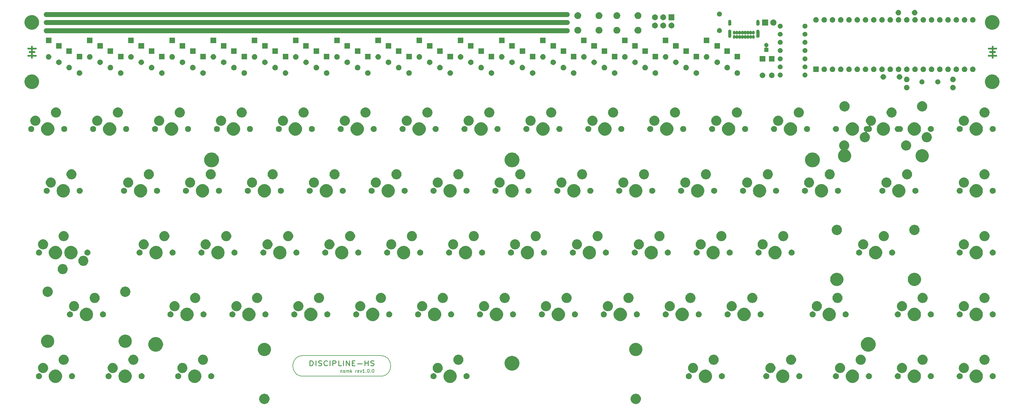
<source format=gts>
G04 #@! TF.GenerationSoftware,KiCad,Pcbnew,(5.1.5)-3*
G04 #@! TF.CreationDate,2020-03-22T10:56:23+11:00*
G04 #@! TF.ProjectId,discipline-pcb,64697363-6970-46c6-996e-652d7063622e,rev?*
G04 #@! TF.SameCoordinates,Original*
G04 #@! TF.FileFunction,Soldermask,Top*
G04 #@! TF.FilePolarity,Negative*
%FSLAX46Y46*%
G04 Gerber Fmt 4.6, Leading zero omitted, Abs format (unit mm)*
G04 Created by KiCad (PCBNEW (5.1.5)-3) date 2020-03-22 10:56:23*
%MOMM*%
%LPD*%
G04 APERTURE LIST*
%ADD10C,0.200000*%
%ADD11C,0.150000*%
%ADD12C,0.250000*%
%ADD13C,1.500000*%
%ADD14C,0.010000*%
%ADD15C,0.100000*%
G04 APERTURE END LIST*
D10*
X151596700Y-142866000D02*
G75*
G02X151596700Y-149215600I0J-3174800D01*
G01*
X127785700Y-149215600D02*
G75*
G02X127785700Y-142866000I0J3174800D01*
G01*
D11*
X139358161Y-147413914D02*
X139358161Y-148080580D01*
X139358161Y-147509152D02*
X139405780Y-147461533D01*
X139501019Y-147413914D01*
X139643876Y-147413914D01*
X139739114Y-147461533D01*
X139786733Y-147556771D01*
X139786733Y-148080580D01*
X140215304Y-148032961D02*
X140310542Y-148080580D01*
X140501019Y-148080580D01*
X140596257Y-148032961D01*
X140643876Y-147937723D01*
X140643876Y-147890104D01*
X140596257Y-147794866D01*
X140501019Y-147747247D01*
X140358161Y-147747247D01*
X140262923Y-147699628D01*
X140215304Y-147604390D01*
X140215304Y-147556771D01*
X140262923Y-147461533D01*
X140358161Y-147413914D01*
X140501019Y-147413914D01*
X140596257Y-147461533D01*
X141072447Y-148080580D02*
X141072447Y-147413914D01*
X141072447Y-147509152D02*
X141120066Y-147461533D01*
X141215304Y-147413914D01*
X141358161Y-147413914D01*
X141453400Y-147461533D01*
X141501019Y-147556771D01*
X141501019Y-148080580D01*
X141501019Y-147556771D02*
X141548638Y-147461533D01*
X141643876Y-147413914D01*
X141786733Y-147413914D01*
X141881971Y-147461533D01*
X141929590Y-147556771D01*
X141929590Y-148080580D01*
X142405780Y-148080580D02*
X142405780Y-147080580D01*
X142501019Y-147699628D02*
X142786733Y-148080580D01*
X142786733Y-147413914D02*
X142405780Y-147794866D01*
X143977209Y-148080580D02*
X143977209Y-147413914D01*
X143977209Y-147604390D02*
X144024828Y-147509152D01*
X144072447Y-147461533D01*
X144167685Y-147413914D01*
X144262923Y-147413914D01*
X144977209Y-148032961D02*
X144881971Y-148080580D01*
X144691495Y-148080580D01*
X144596257Y-148032961D01*
X144548638Y-147937723D01*
X144548638Y-147556771D01*
X144596257Y-147461533D01*
X144691495Y-147413914D01*
X144881971Y-147413914D01*
X144977209Y-147461533D01*
X145024828Y-147556771D01*
X145024828Y-147652009D01*
X144548638Y-147747247D01*
X145358161Y-147413914D02*
X145596257Y-148080580D01*
X145834352Y-147413914D01*
X146739114Y-148080580D02*
X146167685Y-148080580D01*
X146453400Y-148080580D02*
X146453400Y-147080580D01*
X146358161Y-147223438D01*
X146262923Y-147318676D01*
X146167685Y-147366295D01*
X147167685Y-147985342D02*
X147215304Y-148032961D01*
X147167685Y-148080580D01*
X147120066Y-148032961D01*
X147167685Y-147985342D01*
X147167685Y-148080580D01*
X147834352Y-147080580D02*
X147929590Y-147080580D01*
X148024828Y-147128200D01*
X148072447Y-147175819D01*
X148120066Y-147271057D01*
X148167685Y-147461533D01*
X148167685Y-147699628D01*
X148120066Y-147890104D01*
X148072447Y-147985342D01*
X148024828Y-148032961D01*
X147929590Y-148080580D01*
X147834352Y-148080580D01*
X147739114Y-148032961D01*
X147691495Y-147985342D01*
X147643876Y-147890104D01*
X147596257Y-147699628D01*
X147596257Y-147461533D01*
X147643876Y-147271057D01*
X147691495Y-147175819D01*
X147739114Y-147128200D01*
X147834352Y-147080580D01*
X148596257Y-147985342D02*
X148643876Y-148032961D01*
X148596257Y-148080580D01*
X148548638Y-148032961D01*
X148596257Y-147985342D01*
X148596257Y-148080580D01*
X149262923Y-147080580D02*
X149358161Y-147080580D01*
X149453400Y-147128200D01*
X149501019Y-147175819D01*
X149548638Y-147271057D01*
X149596257Y-147461533D01*
X149596257Y-147699628D01*
X149548638Y-147890104D01*
X149501019Y-147985342D01*
X149453400Y-148032961D01*
X149358161Y-148080580D01*
X149262923Y-148080580D01*
X149167685Y-148032961D01*
X149120066Y-147985342D01*
X149072447Y-147890104D01*
X149024828Y-147699628D01*
X149024828Y-147461533D01*
X149072447Y-147271057D01*
X149120066Y-147175819D01*
X149167685Y-147128200D01*
X149262923Y-147080580D01*
D10*
X151596700Y-142866000D02*
X127785700Y-142866000D01*
X127785700Y-149215600D02*
X151596700Y-149215600D01*
D12*
X129876914Y-145925671D02*
X129876914Y-144425671D01*
X130305485Y-144425671D01*
X130562628Y-144497100D01*
X130734057Y-144639957D01*
X130819771Y-144782814D01*
X130905485Y-145068528D01*
X130905485Y-145282814D01*
X130819771Y-145568528D01*
X130734057Y-145711385D01*
X130562628Y-145854242D01*
X130305485Y-145925671D01*
X129876914Y-145925671D01*
X131676914Y-145925671D02*
X131676914Y-144425671D01*
X132448342Y-145854242D02*
X132705485Y-145925671D01*
X133134057Y-145925671D01*
X133305485Y-145854242D01*
X133391200Y-145782814D01*
X133476914Y-145639957D01*
X133476914Y-145497100D01*
X133391200Y-145354242D01*
X133305485Y-145282814D01*
X133134057Y-145211385D01*
X132791200Y-145139957D01*
X132619771Y-145068528D01*
X132534057Y-144997100D01*
X132448342Y-144854242D01*
X132448342Y-144711385D01*
X132534057Y-144568528D01*
X132619771Y-144497100D01*
X132791200Y-144425671D01*
X133219771Y-144425671D01*
X133476914Y-144497100D01*
X135276914Y-145782814D02*
X135191200Y-145854242D01*
X134934057Y-145925671D01*
X134762628Y-145925671D01*
X134505485Y-145854242D01*
X134334057Y-145711385D01*
X134248342Y-145568528D01*
X134162628Y-145282814D01*
X134162628Y-145068528D01*
X134248342Y-144782814D01*
X134334057Y-144639957D01*
X134505485Y-144497100D01*
X134762628Y-144425671D01*
X134934057Y-144425671D01*
X135191200Y-144497100D01*
X135276914Y-144568528D01*
X136048342Y-145925671D02*
X136048342Y-144425671D01*
X136905485Y-145925671D02*
X136905485Y-144425671D01*
X137591200Y-144425671D01*
X137762628Y-144497100D01*
X137848342Y-144568528D01*
X137934057Y-144711385D01*
X137934057Y-144925671D01*
X137848342Y-145068528D01*
X137762628Y-145139957D01*
X137591200Y-145211385D01*
X136905485Y-145211385D01*
X139562628Y-145925671D02*
X138705485Y-145925671D01*
X138705485Y-144425671D01*
X140162628Y-145925671D02*
X140162628Y-144425671D01*
X141019771Y-145925671D02*
X141019771Y-144425671D01*
X142048342Y-145925671D01*
X142048342Y-144425671D01*
X142905485Y-145139957D02*
X143505485Y-145139957D01*
X143762628Y-145925671D02*
X142905485Y-145925671D01*
X142905485Y-144425671D01*
X143762628Y-144425671D01*
X144534057Y-145354242D02*
X145905485Y-145354242D01*
X146762628Y-145925671D02*
X146762628Y-144425671D01*
X146762628Y-145139957D02*
X147791200Y-145139957D01*
X147791200Y-145925671D02*
X147791200Y-144425671D01*
X148562628Y-145854242D02*
X148819771Y-145925671D01*
X149248342Y-145925671D01*
X149419771Y-145854242D01*
X149505485Y-145782814D01*
X149591200Y-145639957D01*
X149591200Y-145497100D01*
X149505485Y-145354242D01*
X149419771Y-145282814D01*
X149248342Y-145211385D01*
X148905485Y-145139957D01*
X148734057Y-145068528D01*
X148648342Y-144997100D01*
X148562628Y-144854242D01*
X148562628Y-144711385D01*
X148648342Y-144568528D01*
X148734057Y-144497100D01*
X148905485Y-144425671D01*
X149334057Y-144425671D01*
X149591200Y-144497100D01*
D13*
X209122458Y-37749670D02*
X48751154Y-37749670D01*
X209122458Y-40232940D02*
X48751154Y-40232940D01*
X209122458Y-42716210D02*
X48751154Y-42716210D01*
D14*
G36*
X44539875Y-47986260D02*
G01*
X45109258Y-47988437D01*
X45678641Y-47990613D01*
X45678641Y-48397013D01*
X44539875Y-48401365D01*
X44539875Y-49061646D01*
X45259542Y-49061646D01*
X45259542Y-49493446D01*
X44539875Y-49493446D01*
X44539875Y-50170660D01*
X45109258Y-50172837D01*
X45678641Y-50175013D01*
X45680904Y-50388796D01*
X45683166Y-50602579D01*
X44539875Y-50602579D01*
X44539875Y-51220646D01*
X44099608Y-51220646D01*
X44099608Y-50602579D01*
X42965075Y-50602579D01*
X42965075Y-50170780D01*
X44099608Y-50170780D01*
X44099608Y-49493446D01*
X43388408Y-49493446D01*
X43388408Y-49061646D01*
X44099608Y-49061646D01*
X44099608Y-48401246D01*
X42965075Y-48401246D01*
X42965075Y-47986380D01*
X44099389Y-47986380D01*
X44103841Y-47397946D01*
X44321858Y-47395687D01*
X44539875Y-47393427D01*
X44539875Y-47986260D01*
G37*
X44539875Y-47986260D02*
X45109258Y-47988437D01*
X45678641Y-47990613D01*
X45678641Y-48397013D01*
X44539875Y-48401365D01*
X44539875Y-49061646D01*
X45259542Y-49061646D01*
X45259542Y-49493446D01*
X44539875Y-49493446D01*
X44539875Y-50170660D01*
X45109258Y-50172837D01*
X45678641Y-50175013D01*
X45680904Y-50388796D01*
X45683166Y-50602579D01*
X44539875Y-50602579D01*
X44539875Y-51220646D01*
X44099608Y-51220646D01*
X44099608Y-50602579D01*
X42965075Y-50602579D01*
X42965075Y-50170780D01*
X44099608Y-50170780D01*
X44099608Y-49493446D01*
X43388408Y-49493446D01*
X43388408Y-49061646D01*
X44099608Y-49061646D01*
X44099608Y-48401246D01*
X42965075Y-48401246D01*
X42965075Y-47986380D01*
X44099389Y-47986380D01*
X44103841Y-47397946D01*
X44321858Y-47395687D01*
X44539875Y-47393427D01*
X44539875Y-47986260D01*
G36*
X340155506Y-47986260D02*
G01*
X340724889Y-47988437D01*
X341294272Y-47990613D01*
X341294272Y-48397013D01*
X340155506Y-48401365D01*
X340155506Y-49061646D01*
X340875173Y-49061646D01*
X340875173Y-49493446D01*
X340155506Y-49493446D01*
X340155506Y-50170660D01*
X340724889Y-50172837D01*
X341294272Y-50175013D01*
X341296535Y-50388796D01*
X341298797Y-50602579D01*
X340155506Y-50602579D01*
X340155506Y-51220646D01*
X339715239Y-51220646D01*
X339715239Y-50602579D01*
X338580706Y-50602579D01*
X338580706Y-50170780D01*
X339715239Y-50170780D01*
X339715239Y-49493446D01*
X339004039Y-49493446D01*
X339004039Y-49061646D01*
X339715239Y-49061646D01*
X339715239Y-48401246D01*
X338580706Y-48401246D01*
X338580706Y-47986380D01*
X339715020Y-47986380D01*
X339719472Y-47397946D01*
X339937489Y-47395687D01*
X340155506Y-47393427D01*
X340155506Y-47986260D01*
G37*
X340155506Y-47986260D02*
X340724889Y-47988437D01*
X341294272Y-47990613D01*
X341294272Y-48397013D01*
X340155506Y-48401365D01*
X340155506Y-49061646D01*
X340875173Y-49061646D01*
X340875173Y-49493446D01*
X340155506Y-49493446D01*
X340155506Y-50170660D01*
X340724889Y-50172837D01*
X341294272Y-50175013D01*
X341296535Y-50388796D01*
X341298797Y-50602579D01*
X340155506Y-50602579D01*
X340155506Y-51220646D01*
X339715239Y-51220646D01*
X339715239Y-50602579D01*
X338580706Y-50602579D01*
X338580706Y-50170780D01*
X339715239Y-50170780D01*
X339715239Y-49493446D01*
X339004039Y-49493446D01*
X339004039Y-49061646D01*
X339715239Y-49061646D01*
X339715239Y-48401246D01*
X338580706Y-48401246D01*
X338580706Y-47986380D01*
X339715020Y-47986380D01*
X339719472Y-47397946D01*
X339937489Y-47395687D01*
X340155506Y-47393427D01*
X340155506Y-47986260D01*
D15*
G36*
X230483867Y-154655863D02*
G01*
X230636011Y-154686126D01*
X230754737Y-154735304D01*
X230922641Y-154804852D01*
X230922642Y-154804853D01*
X231180604Y-154977217D01*
X231399983Y-155196596D01*
X231515153Y-155368961D01*
X231572348Y-155454559D01*
X231691074Y-155741190D01*
X231751600Y-156045475D01*
X231751600Y-156355725D01*
X231691074Y-156660010D01*
X231572348Y-156946641D01*
X231572347Y-156946642D01*
X231399983Y-157204604D01*
X231180604Y-157423983D01*
X231008239Y-157539153D01*
X230922641Y-157596348D01*
X230754737Y-157665896D01*
X230636011Y-157715074D01*
X230483867Y-157745337D01*
X230331725Y-157775600D01*
X230021475Y-157775600D01*
X229869333Y-157745337D01*
X229717189Y-157715074D01*
X229598463Y-157665896D01*
X229430559Y-157596348D01*
X229344961Y-157539153D01*
X229172596Y-157423983D01*
X228953217Y-157204604D01*
X228780853Y-156946642D01*
X228780852Y-156946641D01*
X228662126Y-156660010D01*
X228601600Y-156355725D01*
X228601600Y-156045475D01*
X228662126Y-155741190D01*
X228780852Y-155454559D01*
X228838047Y-155368961D01*
X228953217Y-155196596D01*
X229172596Y-154977217D01*
X229430558Y-154804853D01*
X229430559Y-154804852D01*
X229598463Y-154735304D01*
X229717189Y-154686126D01*
X229869333Y-154655863D01*
X230021475Y-154625600D01*
X230331725Y-154625600D01*
X230483867Y-154655863D01*
G37*
G36*
X116183867Y-154655863D02*
G01*
X116336011Y-154686126D01*
X116454737Y-154735304D01*
X116622641Y-154804852D01*
X116622642Y-154804853D01*
X116880604Y-154977217D01*
X117099983Y-155196596D01*
X117215153Y-155368961D01*
X117272348Y-155454559D01*
X117391074Y-155741190D01*
X117451600Y-156045475D01*
X117451600Y-156355725D01*
X117391074Y-156660010D01*
X117272348Y-156946641D01*
X117272347Y-156946642D01*
X117099983Y-157204604D01*
X116880604Y-157423983D01*
X116708239Y-157539153D01*
X116622641Y-157596348D01*
X116454737Y-157665896D01*
X116336011Y-157715074D01*
X116183867Y-157745337D01*
X116031725Y-157775600D01*
X115721475Y-157775600D01*
X115569333Y-157745337D01*
X115417189Y-157715074D01*
X115298463Y-157665896D01*
X115130559Y-157596348D01*
X115044961Y-157539153D01*
X114872596Y-157423983D01*
X114653217Y-157204604D01*
X114480853Y-156946642D01*
X114480852Y-156946641D01*
X114362126Y-156660010D01*
X114301600Y-156355725D01*
X114301600Y-156045475D01*
X114362126Y-155741190D01*
X114480852Y-155454559D01*
X114538047Y-155368961D01*
X114653217Y-155196596D01*
X114872596Y-154977217D01*
X115130558Y-154804853D01*
X115130559Y-154804852D01*
X115298463Y-154735304D01*
X115417189Y-154686126D01*
X115569333Y-154655863D01*
X115721475Y-154625600D01*
X116031725Y-154625600D01*
X116183867Y-154655863D01*
G37*
G36*
X297440274Y-147249284D02*
G01*
X297658274Y-147339583D01*
X297812423Y-147403433D01*
X298147348Y-147627223D01*
X298432177Y-147912052D01*
X298655967Y-148246977D01*
X298688362Y-148325186D01*
X298810116Y-148619126D01*
X298888700Y-149014194D01*
X298888700Y-149417006D01*
X298810116Y-149812074D01*
X298759251Y-149934872D01*
X298655967Y-150184223D01*
X298432177Y-150519148D01*
X298147348Y-150803977D01*
X297812423Y-151027767D01*
X297658274Y-151091617D01*
X297440274Y-151181916D01*
X297045206Y-151260500D01*
X296642394Y-151260500D01*
X296247326Y-151181916D01*
X296029326Y-151091617D01*
X295875177Y-151027767D01*
X295540252Y-150803977D01*
X295255423Y-150519148D01*
X295031633Y-150184223D01*
X294928349Y-149934872D01*
X294877484Y-149812074D01*
X294798900Y-149417006D01*
X294798900Y-149014194D01*
X294877484Y-148619126D01*
X294999238Y-148325186D01*
X295031633Y-148246977D01*
X295255423Y-147912052D01*
X295540252Y-147627223D01*
X295875177Y-147403433D01*
X296029326Y-147339583D01*
X296247326Y-147249284D01*
X296642394Y-147170700D01*
X297045206Y-147170700D01*
X297440274Y-147249284D01*
G37*
G36*
X173623074Y-147249284D02*
G01*
X173841074Y-147339583D01*
X173995223Y-147403433D01*
X174330148Y-147627223D01*
X174614977Y-147912052D01*
X174838767Y-148246977D01*
X174871162Y-148325186D01*
X174992916Y-148619126D01*
X175071500Y-149014194D01*
X175071500Y-149417006D01*
X174992916Y-149812074D01*
X174942051Y-149934872D01*
X174838767Y-150184223D01*
X174614977Y-150519148D01*
X174330148Y-150803977D01*
X173995223Y-151027767D01*
X173841074Y-151091617D01*
X173623074Y-151181916D01*
X173228006Y-151260500D01*
X172825194Y-151260500D01*
X172430126Y-151181916D01*
X172212126Y-151091617D01*
X172057977Y-151027767D01*
X171723052Y-150803977D01*
X171438223Y-150519148D01*
X171214433Y-150184223D01*
X171111149Y-149934872D01*
X171060284Y-149812074D01*
X170981700Y-149417006D01*
X170981700Y-149014194D01*
X171060284Y-148619126D01*
X171182038Y-148325186D01*
X171214433Y-148246977D01*
X171438223Y-147912052D01*
X171723052Y-147627223D01*
X172057977Y-147403433D01*
X172212126Y-147339583D01*
X172430126Y-147249284D01*
X172825194Y-147170700D01*
X173228006Y-147170700D01*
X173623074Y-147249284D01*
G37*
G36*
X73616874Y-147249284D02*
G01*
X73834874Y-147339583D01*
X73989023Y-147403433D01*
X74323948Y-147627223D01*
X74608777Y-147912052D01*
X74832567Y-148246977D01*
X74864962Y-148325186D01*
X74986716Y-148619126D01*
X75065300Y-149014194D01*
X75065300Y-149417006D01*
X74986716Y-149812074D01*
X74935851Y-149934872D01*
X74832567Y-150184223D01*
X74608777Y-150519148D01*
X74323948Y-150803977D01*
X73989023Y-151027767D01*
X73834874Y-151091617D01*
X73616874Y-151181916D01*
X73221806Y-151260500D01*
X72818994Y-151260500D01*
X72423926Y-151181916D01*
X72205926Y-151091617D01*
X72051777Y-151027767D01*
X71716852Y-150803977D01*
X71432023Y-150519148D01*
X71208233Y-150184223D01*
X71104949Y-149934872D01*
X71054084Y-149812074D01*
X70975500Y-149417006D01*
X70975500Y-149014194D01*
X71054084Y-148619126D01*
X71175838Y-148325186D01*
X71208233Y-148246977D01*
X71432023Y-147912052D01*
X71716852Y-147627223D01*
X72051777Y-147403433D01*
X72205926Y-147339583D01*
X72423926Y-147249284D01*
X72818994Y-147170700D01*
X73221806Y-147170700D01*
X73616874Y-147249284D01*
G37*
G36*
X276010374Y-147249284D02*
G01*
X276228374Y-147339583D01*
X276382523Y-147403433D01*
X276717448Y-147627223D01*
X277002277Y-147912052D01*
X277226067Y-148246977D01*
X277258462Y-148325186D01*
X277380216Y-148619126D01*
X277458800Y-149014194D01*
X277458800Y-149417006D01*
X277380216Y-149812074D01*
X277329351Y-149934872D01*
X277226067Y-150184223D01*
X277002277Y-150519148D01*
X276717448Y-150803977D01*
X276382523Y-151027767D01*
X276228374Y-151091617D01*
X276010374Y-151181916D01*
X275615306Y-151260500D01*
X275212494Y-151260500D01*
X274817426Y-151181916D01*
X274599426Y-151091617D01*
X274445277Y-151027767D01*
X274110352Y-150803977D01*
X273825523Y-150519148D01*
X273601733Y-150184223D01*
X273498449Y-149934872D01*
X273447584Y-149812074D01*
X273369000Y-149417006D01*
X273369000Y-149014194D01*
X273447584Y-148619126D01*
X273569338Y-148325186D01*
X273601733Y-148246977D01*
X273825523Y-147912052D01*
X274110352Y-147627223D01*
X274445277Y-147403433D01*
X274599426Y-147339583D01*
X274817426Y-147249284D01*
X275212494Y-147170700D01*
X275615306Y-147170700D01*
X276010374Y-147249284D01*
G37*
G36*
X335537874Y-147249284D02*
G01*
X335755874Y-147339583D01*
X335910023Y-147403433D01*
X336244948Y-147627223D01*
X336529777Y-147912052D01*
X336753567Y-148246977D01*
X336785962Y-148325186D01*
X336907716Y-148619126D01*
X336986300Y-149014194D01*
X336986300Y-149417006D01*
X336907716Y-149812074D01*
X336856851Y-149934872D01*
X336753567Y-150184223D01*
X336529777Y-150519148D01*
X336244948Y-150803977D01*
X335910023Y-151027767D01*
X335755874Y-151091617D01*
X335537874Y-151181916D01*
X335142806Y-151260500D01*
X334739994Y-151260500D01*
X334344926Y-151181916D01*
X334126926Y-151091617D01*
X333972777Y-151027767D01*
X333637852Y-150803977D01*
X333353023Y-150519148D01*
X333129233Y-150184223D01*
X333025949Y-149934872D01*
X332975084Y-149812074D01*
X332896500Y-149417006D01*
X332896500Y-149014194D01*
X332975084Y-148619126D01*
X333096838Y-148325186D01*
X333129233Y-148246977D01*
X333353023Y-147912052D01*
X333637852Y-147627223D01*
X333972777Y-147403433D01*
X334126926Y-147339583D01*
X334344926Y-147249284D01*
X334739994Y-147170700D01*
X335142806Y-147170700D01*
X335537874Y-147249284D01*
G37*
G36*
X52186974Y-147249284D02*
G01*
X52404974Y-147339583D01*
X52559123Y-147403433D01*
X52894048Y-147627223D01*
X53178877Y-147912052D01*
X53402667Y-148246977D01*
X53435062Y-148325186D01*
X53556816Y-148619126D01*
X53635400Y-149014194D01*
X53635400Y-149417006D01*
X53556816Y-149812074D01*
X53505951Y-149934872D01*
X53402667Y-150184223D01*
X53178877Y-150519148D01*
X52894048Y-150803977D01*
X52559123Y-151027767D01*
X52404974Y-151091617D01*
X52186974Y-151181916D01*
X51791906Y-151260500D01*
X51389094Y-151260500D01*
X50994026Y-151181916D01*
X50776026Y-151091617D01*
X50621877Y-151027767D01*
X50286952Y-150803977D01*
X50002123Y-150519148D01*
X49778333Y-150184223D01*
X49675049Y-149934872D01*
X49624184Y-149812074D01*
X49545600Y-149417006D01*
X49545600Y-149014194D01*
X49624184Y-148619126D01*
X49745938Y-148325186D01*
X49778333Y-148246977D01*
X50002123Y-147912052D01*
X50286952Y-147627223D01*
X50621877Y-147403433D01*
X50776026Y-147339583D01*
X50994026Y-147249284D01*
X51389094Y-147170700D01*
X51791906Y-147170700D01*
X52186974Y-147249284D01*
G37*
G36*
X95046774Y-147249284D02*
G01*
X95264774Y-147339583D01*
X95418923Y-147403433D01*
X95753848Y-147627223D01*
X96038677Y-147912052D01*
X96262467Y-148246977D01*
X96294862Y-148325186D01*
X96416616Y-148619126D01*
X96495200Y-149014194D01*
X96495200Y-149417006D01*
X96416616Y-149812074D01*
X96365751Y-149934872D01*
X96262467Y-150184223D01*
X96038677Y-150519148D01*
X95753848Y-150803977D01*
X95418923Y-151027767D01*
X95264774Y-151091617D01*
X95046774Y-151181916D01*
X94651706Y-151260500D01*
X94248894Y-151260500D01*
X93853826Y-151181916D01*
X93635826Y-151091617D01*
X93481677Y-151027767D01*
X93146752Y-150803977D01*
X92861923Y-150519148D01*
X92638133Y-150184223D01*
X92534849Y-149934872D01*
X92483984Y-149812074D01*
X92405400Y-149417006D01*
X92405400Y-149014194D01*
X92483984Y-148619126D01*
X92605738Y-148325186D01*
X92638133Y-148246977D01*
X92861923Y-147912052D01*
X93146752Y-147627223D01*
X93481677Y-147403433D01*
X93635826Y-147339583D01*
X93853826Y-147249284D01*
X94248894Y-147170700D01*
X94651706Y-147170700D01*
X95046774Y-147249284D01*
G37*
G36*
X316489074Y-147249284D02*
G01*
X316707074Y-147339583D01*
X316861223Y-147403433D01*
X317196148Y-147627223D01*
X317480977Y-147912052D01*
X317704767Y-148246977D01*
X317737162Y-148325186D01*
X317858916Y-148619126D01*
X317937500Y-149014194D01*
X317937500Y-149417006D01*
X317858916Y-149812074D01*
X317808051Y-149934872D01*
X317704767Y-150184223D01*
X317480977Y-150519148D01*
X317196148Y-150803977D01*
X316861223Y-151027767D01*
X316707074Y-151091617D01*
X316489074Y-151181916D01*
X316094006Y-151260500D01*
X315691194Y-151260500D01*
X315296126Y-151181916D01*
X315078126Y-151091617D01*
X314923977Y-151027767D01*
X314589052Y-150803977D01*
X314304223Y-150519148D01*
X314080433Y-150184223D01*
X313977149Y-149934872D01*
X313926284Y-149812074D01*
X313847700Y-149417006D01*
X313847700Y-149014194D01*
X313926284Y-148619126D01*
X314048038Y-148325186D01*
X314080433Y-148246977D01*
X314304223Y-147912052D01*
X314589052Y-147627223D01*
X314923977Y-147403433D01*
X315078126Y-147339583D01*
X315296126Y-147249284D01*
X315691194Y-147170700D01*
X316094006Y-147170700D01*
X316489074Y-147249284D01*
G37*
G36*
X252199374Y-147249284D02*
G01*
X252417374Y-147339583D01*
X252571523Y-147403433D01*
X252906448Y-147627223D01*
X253191277Y-147912052D01*
X253415067Y-148246977D01*
X253447462Y-148325186D01*
X253569216Y-148619126D01*
X253647800Y-149014194D01*
X253647800Y-149417006D01*
X253569216Y-149812074D01*
X253518351Y-149934872D01*
X253415067Y-150184223D01*
X253191277Y-150519148D01*
X252906448Y-150803977D01*
X252571523Y-151027767D01*
X252417374Y-151091617D01*
X252199374Y-151181916D01*
X251804306Y-151260500D01*
X251401494Y-151260500D01*
X251006426Y-151181916D01*
X250788426Y-151091617D01*
X250634277Y-151027767D01*
X250299352Y-150803977D01*
X250014523Y-150519148D01*
X249790733Y-150184223D01*
X249687449Y-149934872D01*
X249636584Y-149812074D01*
X249558000Y-149417006D01*
X249558000Y-149014194D01*
X249636584Y-148619126D01*
X249758338Y-148325186D01*
X249790733Y-148246977D01*
X250014523Y-147912052D01*
X250299352Y-147627223D01*
X250634277Y-147403433D01*
X250788426Y-147339583D01*
X251006426Y-147249284D01*
X251401494Y-147170700D01*
X251804306Y-147170700D01*
X252199374Y-147249284D01*
G37*
G36*
X280764004Y-148325185D02*
G01*
X280932526Y-148394989D01*
X281084191Y-148496328D01*
X281213172Y-148625309D01*
X281314511Y-148776974D01*
X281384315Y-148945496D01*
X281419900Y-149124397D01*
X281419900Y-149306803D01*
X281384315Y-149485704D01*
X281314511Y-149654226D01*
X281213172Y-149805891D01*
X281084191Y-149934872D01*
X280932526Y-150036211D01*
X280764004Y-150106015D01*
X280585103Y-150141600D01*
X280402697Y-150141600D01*
X280223796Y-150106015D01*
X280055274Y-150036211D01*
X279903609Y-149934872D01*
X279774628Y-149805891D01*
X279673289Y-149654226D01*
X279603485Y-149485704D01*
X279567900Y-149306803D01*
X279567900Y-149124397D01*
X279603485Y-148945496D01*
X279673289Y-148776974D01*
X279774628Y-148625309D01*
X279903609Y-148496328D01*
X280055274Y-148394989D01*
X280223796Y-148325185D01*
X280402697Y-148289600D01*
X280585103Y-148289600D01*
X280764004Y-148325185D01*
G37*
G36*
X46780604Y-148325185D02*
G01*
X46949126Y-148394989D01*
X47100791Y-148496328D01*
X47229772Y-148625309D01*
X47331111Y-148776974D01*
X47400915Y-148945496D01*
X47436500Y-149124397D01*
X47436500Y-149306803D01*
X47400915Y-149485704D01*
X47331111Y-149654226D01*
X47229772Y-149805891D01*
X47100791Y-149934872D01*
X46949126Y-150036211D01*
X46780604Y-150106015D01*
X46601703Y-150141600D01*
X46419297Y-150141600D01*
X46240396Y-150106015D01*
X46071874Y-150036211D01*
X45920209Y-149934872D01*
X45791228Y-149805891D01*
X45689889Y-149654226D01*
X45620085Y-149485704D01*
X45584500Y-149306803D01*
X45584500Y-149124397D01*
X45620085Y-148945496D01*
X45689889Y-148776974D01*
X45791228Y-148625309D01*
X45920209Y-148496328D01*
X46071874Y-148394989D01*
X46240396Y-148325185D01*
X46419297Y-148289600D01*
X46601703Y-148289600D01*
X46780604Y-148325185D01*
G37*
G36*
X56940604Y-148325185D02*
G01*
X57109126Y-148394989D01*
X57260791Y-148496328D01*
X57389772Y-148625309D01*
X57491111Y-148776974D01*
X57560915Y-148945496D01*
X57596500Y-149124397D01*
X57596500Y-149306803D01*
X57560915Y-149485704D01*
X57491111Y-149654226D01*
X57389772Y-149805891D01*
X57260791Y-149934872D01*
X57109126Y-150036211D01*
X56940604Y-150106015D01*
X56761703Y-150141600D01*
X56579297Y-150141600D01*
X56400396Y-150106015D01*
X56231874Y-150036211D01*
X56080209Y-149934872D01*
X55951228Y-149805891D01*
X55849889Y-149654226D01*
X55780085Y-149485704D01*
X55744500Y-149306803D01*
X55744500Y-149124397D01*
X55780085Y-148945496D01*
X55849889Y-148776974D01*
X55951228Y-148625309D01*
X56080209Y-148496328D01*
X56231874Y-148394989D01*
X56400396Y-148325185D01*
X56579297Y-148289600D01*
X56761703Y-148289600D01*
X56940604Y-148325185D01*
G37*
G36*
X99800404Y-148325185D02*
G01*
X99968926Y-148394989D01*
X100120591Y-148496328D01*
X100249572Y-148625309D01*
X100350911Y-148776974D01*
X100420715Y-148945496D01*
X100456300Y-149124397D01*
X100456300Y-149306803D01*
X100420715Y-149485704D01*
X100350911Y-149654226D01*
X100249572Y-149805891D01*
X100120591Y-149934872D01*
X99968926Y-150036211D01*
X99800404Y-150106015D01*
X99621503Y-150141600D01*
X99439097Y-150141600D01*
X99260196Y-150106015D01*
X99091674Y-150036211D01*
X98940009Y-149934872D01*
X98811028Y-149805891D01*
X98709689Y-149654226D01*
X98639885Y-149485704D01*
X98604300Y-149306803D01*
X98604300Y-149124397D01*
X98639885Y-148945496D01*
X98709689Y-148776974D01*
X98811028Y-148625309D01*
X98940009Y-148496328D01*
X99091674Y-148394989D01*
X99260196Y-148325185D01*
X99439097Y-148289600D01*
X99621503Y-148289600D01*
X99800404Y-148325185D01*
G37*
G36*
X89640404Y-148325185D02*
G01*
X89808926Y-148394989D01*
X89960591Y-148496328D01*
X90089572Y-148625309D01*
X90190911Y-148776974D01*
X90260715Y-148945496D01*
X90296300Y-149124397D01*
X90296300Y-149306803D01*
X90260715Y-149485704D01*
X90190911Y-149654226D01*
X90089572Y-149805891D01*
X89960591Y-149934872D01*
X89808926Y-150036211D01*
X89640404Y-150106015D01*
X89461503Y-150141600D01*
X89279097Y-150141600D01*
X89100196Y-150106015D01*
X88931674Y-150036211D01*
X88780009Y-149934872D01*
X88651028Y-149805891D01*
X88549689Y-149654226D01*
X88479885Y-149485704D01*
X88444300Y-149306803D01*
X88444300Y-149124397D01*
X88479885Y-148945496D01*
X88549689Y-148776974D01*
X88651028Y-148625309D01*
X88780009Y-148496328D01*
X88931674Y-148394989D01*
X89100196Y-148325185D01*
X89279097Y-148289600D01*
X89461503Y-148289600D01*
X89640404Y-148325185D01*
G37*
G36*
X178376704Y-148325185D02*
G01*
X178545226Y-148394989D01*
X178696891Y-148496328D01*
X178825872Y-148625309D01*
X178927211Y-148776974D01*
X178997015Y-148945496D01*
X179032600Y-149124397D01*
X179032600Y-149306803D01*
X178997015Y-149485704D01*
X178927211Y-149654226D01*
X178825872Y-149805891D01*
X178696891Y-149934872D01*
X178545226Y-150036211D01*
X178376704Y-150106015D01*
X178197803Y-150141600D01*
X178015397Y-150141600D01*
X177836496Y-150106015D01*
X177667974Y-150036211D01*
X177516309Y-149934872D01*
X177387328Y-149805891D01*
X177285989Y-149654226D01*
X177216185Y-149485704D01*
X177180600Y-149306803D01*
X177180600Y-149124397D01*
X177216185Y-148945496D01*
X177285989Y-148776974D01*
X177387328Y-148625309D01*
X177516309Y-148496328D01*
X177667974Y-148394989D01*
X177836496Y-148325185D01*
X178015397Y-148289600D01*
X178197803Y-148289600D01*
X178376704Y-148325185D01*
G37*
G36*
X168216704Y-148325185D02*
G01*
X168385226Y-148394989D01*
X168536891Y-148496328D01*
X168665872Y-148625309D01*
X168767211Y-148776974D01*
X168837015Y-148945496D01*
X168872600Y-149124397D01*
X168872600Y-149306803D01*
X168837015Y-149485704D01*
X168767211Y-149654226D01*
X168665872Y-149805891D01*
X168536891Y-149934872D01*
X168385226Y-150036211D01*
X168216704Y-150106015D01*
X168037803Y-150141600D01*
X167855397Y-150141600D01*
X167676496Y-150106015D01*
X167507974Y-150036211D01*
X167356309Y-149934872D01*
X167227328Y-149805891D01*
X167125989Y-149654226D01*
X167056185Y-149485704D01*
X167020600Y-149306803D01*
X167020600Y-149124397D01*
X167056185Y-148945496D01*
X167125989Y-148776974D01*
X167227328Y-148625309D01*
X167356309Y-148496328D01*
X167507974Y-148394989D01*
X167676496Y-148325185D01*
X167855397Y-148289600D01*
X168037803Y-148289600D01*
X168216704Y-148325185D01*
G37*
G36*
X78370504Y-148325185D02*
G01*
X78539026Y-148394989D01*
X78690691Y-148496328D01*
X78819672Y-148625309D01*
X78921011Y-148776974D01*
X78990815Y-148945496D01*
X79026400Y-149124397D01*
X79026400Y-149306803D01*
X78990815Y-149485704D01*
X78921011Y-149654226D01*
X78819672Y-149805891D01*
X78690691Y-149934872D01*
X78539026Y-150036211D01*
X78370504Y-150106015D01*
X78191603Y-150141600D01*
X78009197Y-150141600D01*
X77830296Y-150106015D01*
X77661774Y-150036211D01*
X77510109Y-149934872D01*
X77381128Y-149805891D01*
X77279789Y-149654226D01*
X77209985Y-149485704D01*
X77174400Y-149306803D01*
X77174400Y-149124397D01*
X77209985Y-148945496D01*
X77279789Y-148776974D01*
X77381128Y-148625309D01*
X77510109Y-148496328D01*
X77661774Y-148394989D01*
X77830296Y-148325185D01*
X78009197Y-148289600D01*
X78191603Y-148289600D01*
X78370504Y-148325185D01*
G37*
G36*
X68210504Y-148325185D02*
G01*
X68379026Y-148394989D01*
X68530691Y-148496328D01*
X68659672Y-148625309D01*
X68761011Y-148776974D01*
X68830815Y-148945496D01*
X68866400Y-149124397D01*
X68866400Y-149306803D01*
X68830815Y-149485704D01*
X68761011Y-149654226D01*
X68659672Y-149805891D01*
X68530691Y-149934872D01*
X68379026Y-150036211D01*
X68210504Y-150106015D01*
X68031603Y-150141600D01*
X67849197Y-150141600D01*
X67670296Y-150106015D01*
X67501774Y-150036211D01*
X67350109Y-149934872D01*
X67221128Y-149805891D01*
X67119789Y-149654226D01*
X67049985Y-149485704D01*
X67014400Y-149306803D01*
X67014400Y-149124397D01*
X67049985Y-148945496D01*
X67119789Y-148776974D01*
X67221128Y-148625309D01*
X67350109Y-148496328D01*
X67501774Y-148394989D01*
X67670296Y-148325185D01*
X67849197Y-148289600D01*
X68031603Y-148289600D01*
X68210504Y-148325185D01*
G37*
G36*
X340291504Y-148325185D02*
G01*
X340460026Y-148394989D01*
X340611691Y-148496328D01*
X340740672Y-148625309D01*
X340842011Y-148776974D01*
X340911815Y-148945496D01*
X340947400Y-149124397D01*
X340947400Y-149306803D01*
X340911815Y-149485704D01*
X340842011Y-149654226D01*
X340740672Y-149805891D01*
X340611691Y-149934872D01*
X340460026Y-150036211D01*
X340291504Y-150106015D01*
X340112603Y-150141600D01*
X339930197Y-150141600D01*
X339751296Y-150106015D01*
X339582774Y-150036211D01*
X339431109Y-149934872D01*
X339302128Y-149805891D01*
X339200789Y-149654226D01*
X339130985Y-149485704D01*
X339095400Y-149306803D01*
X339095400Y-149124397D01*
X339130985Y-148945496D01*
X339200789Y-148776974D01*
X339302128Y-148625309D01*
X339431109Y-148496328D01*
X339582774Y-148394989D01*
X339751296Y-148325185D01*
X339930197Y-148289600D01*
X340112603Y-148289600D01*
X340291504Y-148325185D01*
G37*
G36*
X302193904Y-148325185D02*
G01*
X302362426Y-148394989D01*
X302514091Y-148496328D01*
X302643072Y-148625309D01*
X302744411Y-148776974D01*
X302814215Y-148945496D01*
X302849800Y-149124397D01*
X302849800Y-149306803D01*
X302814215Y-149485704D01*
X302744411Y-149654226D01*
X302643072Y-149805891D01*
X302514091Y-149934872D01*
X302362426Y-150036211D01*
X302193904Y-150106015D01*
X302015003Y-150141600D01*
X301832597Y-150141600D01*
X301653696Y-150106015D01*
X301485174Y-150036211D01*
X301333509Y-149934872D01*
X301204528Y-149805891D01*
X301103189Y-149654226D01*
X301033385Y-149485704D01*
X300997800Y-149306803D01*
X300997800Y-149124397D01*
X301033385Y-148945496D01*
X301103189Y-148776974D01*
X301204528Y-148625309D01*
X301333509Y-148496328D01*
X301485174Y-148394989D01*
X301653696Y-148325185D01*
X301832597Y-148289600D01*
X302015003Y-148289600D01*
X302193904Y-148325185D01*
G37*
G36*
X330131504Y-148325185D02*
G01*
X330300026Y-148394989D01*
X330451691Y-148496328D01*
X330580672Y-148625309D01*
X330682011Y-148776974D01*
X330751815Y-148945496D01*
X330787400Y-149124397D01*
X330787400Y-149306803D01*
X330751815Y-149485704D01*
X330682011Y-149654226D01*
X330580672Y-149805891D01*
X330451691Y-149934872D01*
X330300026Y-150036211D01*
X330131504Y-150106015D01*
X329952603Y-150141600D01*
X329770197Y-150141600D01*
X329591296Y-150106015D01*
X329422774Y-150036211D01*
X329271109Y-149934872D01*
X329142128Y-149805891D01*
X329040789Y-149654226D01*
X328970985Y-149485704D01*
X328935400Y-149306803D01*
X328935400Y-149124397D01*
X328970985Y-148945496D01*
X329040789Y-148776974D01*
X329142128Y-148625309D01*
X329271109Y-148496328D01*
X329422774Y-148394989D01*
X329591296Y-148325185D01*
X329770197Y-148289600D01*
X329952603Y-148289600D01*
X330131504Y-148325185D01*
G37*
G36*
X256953004Y-148325185D02*
G01*
X257121526Y-148394989D01*
X257273191Y-148496328D01*
X257402172Y-148625309D01*
X257503511Y-148776974D01*
X257573315Y-148945496D01*
X257608900Y-149124397D01*
X257608900Y-149306803D01*
X257573315Y-149485704D01*
X257503511Y-149654226D01*
X257402172Y-149805891D01*
X257273191Y-149934872D01*
X257121526Y-150036211D01*
X256953004Y-150106015D01*
X256774103Y-150141600D01*
X256591697Y-150141600D01*
X256412796Y-150106015D01*
X256244274Y-150036211D01*
X256092609Y-149934872D01*
X255963628Y-149805891D01*
X255862289Y-149654226D01*
X255792485Y-149485704D01*
X255756900Y-149306803D01*
X255756900Y-149124397D01*
X255792485Y-148945496D01*
X255862289Y-148776974D01*
X255963628Y-148625309D01*
X256092609Y-148496328D01*
X256244274Y-148394989D01*
X256412796Y-148325185D01*
X256591697Y-148289600D01*
X256774103Y-148289600D01*
X256953004Y-148325185D01*
G37*
G36*
X321242704Y-148325185D02*
G01*
X321411226Y-148394989D01*
X321562891Y-148496328D01*
X321691872Y-148625309D01*
X321793211Y-148776974D01*
X321863015Y-148945496D01*
X321898600Y-149124397D01*
X321898600Y-149306803D01*
X321863015Y-149485704D01*
X321793211Y-149654226D01*
X321691872Y-149805891D01*
X321562891Y-149934872D01*
X321411226Y-150036211D01*
X321242704Y-150106015D01*
X321063803Y-150141600D01*
X320881397Y-150141600D01*
X320702496Y-150106015D01*
X320533974Y-150036211D01*
X320382309Y-149934872D01*
X320253328Y-149805891D01*
X320151989Y-149654226D01*
X320082185Y-149485704D01*
X320046600Y-149306803D01*
X320046600Y-149124397D01*
X320082185Y-148945496D01*
X320151989Y-148776974D01*
X320253328Y-148625309D01*
X320382309Y-148496328D01*
X320533974Y-148394989D01*
X320702496Y-148325185D01*
X320881397Y-148289600D01*
X321063803Y-148289600D01*
X321242704Y-148325185D01*
G37*
G36*
X311082704Y-148325185D02*
G01*
X311251226Y-148394989D01*
X311402891Y-148496328D01*
X311531872Y-148625309D01*
X311633211Y-148776974D01*
X311703015Y-148945496D01*
X311738600Y-149124397D01*
X311738600Y-149306803D01*
X311703015Y-149485704D01*
X311633211Y-149654226D01*
X311531872Y-149805891D01*
X311402891Y-149934872D01*
X311251226Y-150036211D01*
X311082704Y-150106015D01*
X310903803Y-150141600D01*
X310721397Y-150141600D01*
X310542496Y-150106015D01*
X310373974Y-150036211D01*
X310222309Y-149934872D01*
X310093328Y-149805891D01*
X309991989Y-149654226D01*
X309922185Y-149485704D01*
X309886600Y-149306803D01*
X309886600Y-149124397D01*
X309922185Y-148945496D01*
X309991989Y-148776974D01*
X310093328Y-148625309D01*
X310222309Y-148496328D01*
X310373974Y-148394989D01*
X310542496Y-148325185D01*
X310721397Y-148289600D01*
X310903803Y-148289600D01*
X311082704Y-148325185D01*
G37*
G36*
X246793004Y-148325185D02*
G01*
X246961526Y-148394989D01*
X247113191Y-148496328D01*
X247242172Y-148625309D01*
X247343511Y-148776974D01*
X247413315Y-148945496D01*
X247448900Y-149124397D01*
X247448900Y-149306803D01*
X247413315Y-149485704D01*
X247343511Y-149654226D01*
X247242172Y-149805891D01*
X247113191Y-149934872D01*
X246961526Y-150036211D01*
X246793004Y-150106015D01*
X246614103Y-150141600D01*
X246431697Y-150141600D01*
X246252796Y-150106015D01*
X246084274Y-150036211D01*
X245932609Y-149934872D01*
X245803628Y-149805891D01*
X245702289Y-149654226D01*
X245632485Y-149485704D01*
X245596900Y-149306803D01*
X245596900Y-149124397D01*
X245632485Y-148945496D01*
X245702289Y-148776974D01*
X245803628Y-148625309D01*
X245932609Y-148496328D01*
X246084274Y-148394989D01*
X246252796Y-148325185D01*
X246431697Y-148289600D01*
X246614103Y-148289600D01*
X246793004Y-148325185D01*
G37*
G36*
X292033904Y-148325185D02*
G01*
X292202426Y-148394989D01*
X292354091Y-148496328D01*
X292483072Y-148625309D01*
X292584411Y-148776974D01*
X292654215Y-148945496D01*
X292689800Y-149124397D01*
X292689800Y-149306803D01*
X292654215Y-149485704D01*
X292584411Y-149654226D01*
X292483072Y-149805891D01*
X292354091Y-149934872D01*
X292202426Y-150036211D01*
X292033904Y-150106015D01*
X291855003Y-150141600D01*
X291672597Y-150141600D01*
X291493696Y-150106015D01*
X291325174Y-150036211D01*
X291173509Y-149934872D01*
X291044528Y-149805891D01*
X290943189Y-149654226D01*
X290873385Y-149485704D01*
X290837800Y-149306803D01*
X290837800Y-149124397D01*
X290873385Y-148945496D01*
X290943189Y-148776974D01*
X291044528Y-148625309D01*
X291173509Y-148496328D01*
X291325174Y-148394989D01*
X291493696Y-148325185D01*
X291672597Y-148289600D01*
X291855003Y-148289600D01*
X292033904Y-148325185D01*
G37*
G36*
X270604004Y-148325185D02*
G01*
X270772526Y-148394989D01*
X270924191Y-148496328D01*
X271053172Y-148625309D01*
X271154511Y-148776974D01*
X271224315Y-148945496D01*
X271259900Y-149124397D01*
X271259900Y-149306803D01*
X271224315Y-149485704D01*
X271154511Y-149654226D01*
X271053172Y-149805891D01*
X270924191Y-149934872D01*
X270772526Y-150036211D01*
X270604004Y-150106015D01*
X270425103Y-150141600D01*
X270242697Y-150141600D01*
X270063796Y-150106015D01*
X269895274Y-150036211D01*
X269743609Y-149934872D01*
X269614628Y-149805891D01*
X269513289Y-149654226D01*
X269443485Y-149485704D01*
X269407900Y-149306803D01*
X269407900Y-149124397D01*
X269443485Y-148945496D01*
X269513289Y-148776974D01*
X269614628Y-148625309D01*
X269743609Y-148496328D01*
X269895274Y-148394989D01*
X270063796Y-148325185D01*
X270242697Y-148289600D01*
X270425103Y-148289600D01*
X270604004Y-148325185D01*
G37*
G36*
X293336385Y-145154402D02*
G01*
X293486210Y-145184204D01*
X293768474Y-145301121D01*
X294022505Y-145470859D01*
X294238541Y-145686895D01*
X294408279Y-145940926D01*
X294509242Y-146184674D01*
X294525196Y-146223191D01*
X294584800Y-146522839D01*
X294584800Y-146828361D01*
X294559339Y-146956359D01*
X294525196Y-147128010D01*
X294408279Y-147410274D01*
X294238541Y-147664305D01*
X294022505Y-147880341D01*
X293768474Y-148050079D01*
X293486210Y-148166996D01*
X293336385Y-148196798D01*
X293186561Y-148226600D01*
X292881039Y-148226600D01*
X292731215Y-148196798D01*
X292581390Y-148166996D01*
X292299126Y-148050079D01*
X292045095Y-147880341D01*
X291829059Y-147664305D01*
X291659321Y-147410274D01*
X291542404Y-147128010D01*
X291508261Y-146956359D01*
X291482800Y-146828361D01*
X291482800Y-146522839D01*
X291542404Y-146223191D01*
X291558358Y-146184674D01*
X291659321Y-145940926D01*
X291829059Y-145686895D01*
X292045095Y-145470859D01*
X292299126Y-145301121D01*
X292581390Y-145184204D01*
X292731215Y-145154402D01*
X292881039Y-145124600D01*
X293186561Y-145124600D01*
X293336385Y-145154402D01*
G37*
G36*
X69512985Y-145154402D02*
G01*
X69662810Y-145184204D01*
X69945074Y-145301121D01*
X70199105Y-145470859D01*
X70415141Y-145686895D01*
X70584879Y-145940926D01*
X70685842Y-146184674D01*
X70701796Y-146223191D01*
X70761400Y-146522839D01*
X70761400Y-146828361D01*
X70735939Y-146956359D01*
X70701796Y-147128010D01*
X70584879Y-147410274D01*
X70415141Y-147664305D01*
X70199105Y-147880341D01*
X69945074Y-148050079D01*
X69662810Y-148166996D01*
X69512985Y-148196798D01*
X69363161Y-148226600D01*
X69057639Y-148226600D01*
X68907815Y-148196798D01*
X68757990Y-148166996D01*
X68475726Y-148050079D01*
X68221695Y-147880341D01*
X68005659Y-147664305D01*
X67835921Y-147410274D01*
X67719004Y-147128010D01*
X67684861Y-146956359D01*
X67659400Y-146828361D01*
X67659400Y-146522839D01*
X67719004Y-146223191D01*
X67734958Y-146184674D01*
X67835921Y-145940926D01*
X68005659Y-145686895D01*
X68221695Y-145470859D01*
X68475726Y-145301121D01*
X68757990Y-145184204D01*
X68907815Y-145154402D01*
X69057639Y-145124600D01*
X69363161Y-145124600D01*
X69512985Y-145154402D01*
G37*
G36*
X169519185Y-145154402D02*
G01*
X169669010Y-145184204D01*
X169951274Y-145301121D01*
X170205305Y-145470859D01*
X170421341Y-145686895D01*
X170591079Y-145940926D01*
X170692042Y-146184674D01*
X170707996Y-146223191D01*
X170767600Y-146522839D01*
X170767600Y-146828361D01*
X170742139Y-146956359D01*
X170707996Y-147128010D01*
X170591079Y-147410274D01*
X170421341Y-147664305D01*
X170205305Y-147880341D01*
X169951274Y-148050079D01*
X169669010Y-148166996D01*
X169519185Y-148196798D01*
X169369361Y-148226600D01*
X169063839Y-148226600D01*
X168914015Y-148196798D01*
X168764190Y-148166996D01*
X168481926Y-148050079D01*
X168227895Y-147880341D01*
X168011859Y-147664305D01*
X167842121Y-147410274D01*
X167725204Y-147128010D01*
X167691061Y-146956359D01*
X167665600Y-146828361D01*
X167665600Y-146522839D01*
X167725204Y-146223191D01*
X167741158Y-146184674D01*
X167842121Y-145940926D01*
X168011859Y-145686895D01*
X168227895Y-145470859D01*
X168481926Y-145301121D01*
X168764190Y-145184204D01*
X168914015Y-145154402D01*
X169063839Y-145124600D01*
X169369361Y-145124600D01*
X169519185Y-145154402D01*
G37*
G36*
X312385185Y-145154402D02*
G01*
X312535010Y-145184204D01*
X312817274Y-145301121D01*
X313071305Y-145470859D01*
X313287341Y-145686895D01*
X313457079Y-145940926D01*
X313558042Y-146184674D01*
X313573996Y-146223191D01*
X313633600Y-146522839D01*
X313633600Y-146828361D01*
X313608139Y-146956359D01*
X313573996Y-147128010D01*
X313457079Y-147410274D01*
X313287341Y-147664305D01*
X313071305Y-147880341D01*
X312817274Y-148050079D01*
X312535010Y-148166996D01*
X312385185Y-148196798D01*
X312235361Y-148226600D01*
X311929839Y-148226600D01*
X311780015Y-148196798D01*
X311630190Y-148166996D01*
X311347926Y-148050079D01*
X311093895Y-147880341D01*
X310877859Y-147664305D01*
X310708121Y-147410274D01*
X310591204Y-147128010D01*
X310557061Y-146956359D01*
X310531600Y-146828361D01*
X310531600Y-146522839D01*
X310591204Y-146223191D01*
X310607158Y-146184674D01*
X310708121Y-145940926D01*
X310877859Y-145686895D01*
X311093895Y-145470859D01*
X311347926Y-145301121D01*
X311630190Y-145184204D01*
X311780015Y-145154402D01*
X311929839Y-145124600D01*
X312235361Y-145124600D01*
X312385185Y-145154402D01*
G37*
G36*
X331433985Y-145154402D02*
G01*
X331583810Y-145184204D01*
X331866074Y-145301121D01*
X332120105Y-145470859D01*
X332336141Y-145686895D01*
X332505879Y-145940926D01*
X332606842Y-146184674D01*
X332622796Y-146223191D01*
X332682400Y-146522839D01*
X332682400Y-146828361D01*
X332656939Y-146956359D01*
X332622796Y-147128010D01*
X332505879Y-147410274D01*
X332336141Y-147664305D01*
X332120105Y-147880341D01*
X331866074Y-148050079D01*
X331583810Y-148166996D01*
X331433985Y-148196798D01*
X331284161Y-148226600D01*
X330978639Y-148226600D01*
X330828815Y-148196798D01*
X330678990Y-148166996D01*
X330396726Y-148050079D01*
X330142695Y-147880341D01*
X329926659Y-147664305D01*
X329756921Y-147410274D01*
X329640004Y-147128010D01*
X329605861Y-146956359D01*
X329580400Y-146828361D01*
X329580400Y-146522839D01*
X329640004Y-146223191D01*
X329655958Y-146184674D01*
X329756921Y-145940926D01*
X329926659Y-145686895D01*
X330142695Y-145470859D01*
X330396726Y-145301121D01*
X330678990Y-145184204D01*
X330828815Y-145154402D01*
X330978639Y-145124600D01*
X331284161Y-145124600D01*
X331433985Y-145154402D01*
G37*
G36*
X248095485Y-145154402D02*
G01*
X248245310Y-145184204D01*
X248527574Y-145301121D01*
X248781605Y-145470859D01*
X248997641Y-145686895D01*
X249167379Y-145940926D01*
X249268342Y-146184674D01*
X249284296Y-146223191D01*
X249343900Y-146522839D01*
X249343900Y-146828361D01*
X249318439Y-146956359D01*
X249284296Y-147128010D01*
X249167379Y-147410274D01*
X248997641Y-147664305D01*
X248781605Y-147880341D01*
X248527574Y-148050079D01*
X248245310Y-148166996D01*
X248095485Y-148196798D01*
X247945661Y-148226600D01*
X247640139Y-148226600D01*
X247490315Y-148196798D01*
X247340490Y-148166996D01*
X247058226Y-148050079D01*
X246804195Y-147880341D01*
X246588159Y-147664305D01*
X246418421Y-147410274D01*
X246301504Y-147128010D01*
X246267361Y-146956359D01*
X246241900Y-146828361D01*
X246241900Y-146522839D01*
X246301504Y-146223191D01*
X246317458Y-146184674D01*
X246418421Y-145940926D01*
X246588159Y-145686895D01*
X246804195Y-145470859D01*
X247058226Y-145301121D01*
X247340490Y-145184204D01*
X247490315Y-145154402D01*
X247640139Y-145124600D01*
X247945661Y-145124600D01*
X248095485Y-145154402D01*
G37*
G36*
X90942885Y-145154402D02*
G01*
X91092710Y-145184204D01*
X91374974Y-145301121D01*
X91629005Y-145470859D01*
X91845041Y-145686895D01*
X92014779Y-145940926D01*
X92115742Y-146184674D01*
X92131696Y-146223191D01*
X92191300Y-146522839D01*
X92191300Y-146828361D01*
X92165839Y-146956359D01*
X92131696Y-147128010D01*
X92014779Y-147410274D01*
X91845041Y-147664305D01*
X91629005Y-147880341D01*
X91374974Y-148050079D01*
X91092710Y-148166996D01*
X90942885Y-148196798D01*
X90793061Y-148226600D01*
X90487539Y-148226600D01*
X90337715Y-148196798D01*
X90187890Y-148166996D01*
X89905626Y-148050079D01*
X89651595Y-147880341D01*
X89435559Y-147664305D01*
X89265821Y-147410274D01*
X89148904Y-147128010D01*
X89114761Y-146956359D01*
X89089300Y-146828361D01*
X89089300Y-146522839D01*
X89148904Y-146223191D01*
X89164858Y-146184674D01*
X89265821Y-145940926D01*
X89435559Y-145686895D01*
X89651595Y-145470859D01*
X89905626Y-145301121D01*
X90187890Y-145184204D01*
X90337715Y-145154402D01*
X90487539Y-145124600D01*
X90793061Y-145124600D01*
X90942885Y-145154402D01*
G37*
G36*
X48083085Y-145154402D02*
G01*
X48232910Y-145184204D01*
X48515174Y-145301121D01*
X48769205Y-145470859D01*
X48985241Y-145686895D01*
X49154979Y-145940926D01*
X49255942Y-146184674D01*
X49271896Y-146223191D01*
X49331500Y-146522839D01*
X49331500Y-146828361D01*
X49306039Y-146956359D01*
X49271896Y-147128010D01*
X49154979Y-147410274D01*
X48985241Y-147664305D01*
X48769205Y-147880341D01*
X48515174Y-148050079D01*
X48232910Y-148166996D01*
X48083085Y-148196798D01*
X47933261Y-148226600D01*
X47627739Y-148226600D01*
X47477915Y-148196798D01*
X47328090Y-148166996D01*
X47045826Y-148050079D01*
X46791795Y-147880341D01*
X46575759Y-147664305D01*
X46406021Y-147410274D01*
X46289104Y-147128010D01*
X46254961Y-146956359D01*
X46229500Y-146828361D01*
X46229500Y-146522839D01*
X46289104Y-146223191D01*
X46305058Y-146184674D01*
X46406021Y-145940926D01*
X46575759Y-145686895D01*
X46791795Y-145470859D01*
X47045826Y-145301121D01*
X47328090Y-145184204D01*
X47477915Y-145154402D01*
X47627739Y-145124600D01*
X47933261Y-145124600D01*
X48083085Y-145154402D01*
G37*
G36*
X271906485Y-145154402D02*
G01*
X272056310Y-145184204D01*
X272338574Y-145301121D01*
X272592605Y-145470859D01*
X272808641Y-145686895D01*
X272978379Y-145940926D01*
X273079342Y-146184674D01*
X273095296Y-146223191D01*
X273154900Y-146522839D01*
X273154900Y-146828361D01*
X273129439Y-146956359D01*
X273095296Y-147128010D01*
X272978379Y-147410274D01*
X272808641Y-147664305D01*
X272592605Y-147880341D01*
X272338574Y-148050079D01*
X272056310Y-148166996D01*
X271906485Y-148196798D01*
X271756661Y-148226600D01*
X271451139Y-148226600D01*
X271301315Y-148196798D01*
X271151490Y-148166996D01*
X270869226Y-148050079D01*
X270615195Y-147880341D01*
X270399159Y-147664305D01*
X270229421Y-147410274D01*
X270112504Y-147128010D01*
X270078361Y-146956359D01*
X270052900Y-146828361D01*
X270052900Y-146522839D01*
X270112504Y-146223191D01*
X270128458Y-146184674D01*
X270229421Y-145940926D01*
X270399159Y-145686895D01*
X270615195Y-145470859D01*
X270869226Y-145301121D01*
X271151490Y-145184204D01*
X271301315Y-145154402D01*
X271451139Y-145124600D01*
X271756661Y-145124600D01*
X271906485Y-145154402D01*
G37*
G36*
X192360000Y-142967669D02*
G01*
X192740713Y-143043397D01*
X193150369Y-143213082D01*
X193519049Y-143459427D01*
X193832586Y-143772964D01*
X194078931Y-144141644D01*
X194248616Y-144551300D01*
X194335120Y-144986189D01*
X194335120Y-145429597D01*
X194248616Y-145864486D01*
X194078931Y-146274142D01*
X193832586Y-146642822D01*
X193519049Y-146956359D01*
X193150369Y-147202704D01*
X192740713Y-147372389D01*
X192360000Y-147448117D01*
X192305825Y-147458893D01*
X191862415Y-147458893D01*
X191808240Y-147448117D01*
X191427527Y-147372389D01*
X191017871Y-147202704D01*
X190649191Y-146956359D01*
X190335654Y-146642822D01*
X190089309Y-146274142D01*
X189919624Y-145864486D01*
X189833120Y-145429597D01*
X189833120Y-144986189D01*
X189919624Y-144551300D01*
X190089309Y-144141644D01*
X190335654Y-143772964D01*
X190649191Y-143459427D01*
X191017871Y-143213082D01*
X191427527Y-143043397D01*
X191808240Y-142967669D01*
X191862415Y-142956893D01*
X192305825Y-142956893D01*
X192360000Y-142967669D01*
G37*
G36*
X278256485Y-142614402D02*
G01*
X278406310Y-142644204D01*
X278688574Y-142761121D01*
X278942605Y-142930859D01*
X279158641Y-143146895D01*
X279328379Y-143400926D01*
X279445296Y-143683190D01*
X279445296Y-143683191D01*
X279504900Y-143982839D01*
X279504900Y-144288361D01*
X279492113Y-144352644D01*
X279445296Y-144588010D01*
X279328379Y-144870274D01*
X279158641Y-145124305D01*
X278942605Y-145340341D01*
X278688574Y-145510079D01*
X278406310Y-145626996D01*
X278256485Y-145656798D01*
X278106661Y-145686600D01*
X277801139Y-145686600D01*
X277651315Y-145656798D01*
X277501490Y-145626996D01*
X277219226Y-145510079D01*
X276965195Y-145340341D01*
X276749159Y-145124305D01*
X276579421Y-144870274D01*
X276462504Y-144588010D01*
X276415687Y-144352644D01*
X276402900Y-144288361D01*
X276402900Y-143982839D01*
X276462504Y-143683191D01*
X276462504Y-143683190D01*
X276579421Y-143400926D01*
X276749159Y-143146895D01*
X276965195Y-142930859D01*
X277219226Y-142761121D01*
X277501490Y-142644204D01*
X277651315Y-142614402D01*
X277801139Y-142584600D01*
X278106661Y-142584600D01*
X278256485Y-142614402D01*
G37*
G36*
X54433085Y-142614402D02*
G01*
X54582910Y-142644204D01*
X54865174Y-142761121D01*
X55119205Y-142930859D01*
X55335241Y-143146895D01*
X55504979Y-143400926D01*
X55621896Y-143683190D01*
X55621896Y-143683191D01*
X55681500Y-143982839D01*
X55681500Y-144288361D01*
X55668713Y-144352644D01*
X55621896Y-144588010D01*
X55504979Y-144870274D01*
X55335241Y-145124305D01*
X55119205Y-145340341D01*
X54865174Y-145510079D01*
X54582910Y-145626996D01*
X54433085Y-145656798D01*
X54283261Y-145686600D01*
X53977739Y-145686600D01*
X53827915Y-145656798D01*
X53678090Y-145626996D01*
X53395826Y-145510079D01*
X53141795Y-145340341D01*
X52925759Y-145124305D01*
X52756021Y-144870274D01*
X52639104Y-144588010D01*
X52592287Y-144352644D01*
X52579500Y-144288361D01*
X52579500Y-143982839D01*
X52639104Y-143683191D01*
X52639104Y-143683190D01*
X52756021Y-143400926D01*
X52925759Y-143146895D01*
X53141795Y-142930859D01*
X53395826Y-142761121D01*
X53678090Y-142644204D01*
X53827915Y-142614402D01*
X53977739Y-142584600D01*
X54283261Y-142584600D01*
X54433085Y-142614402D01*
G37*
G36*
X299686385Y-142614402D02*
G01*
X299836210Y-142644204D01*
X300118474Y-142761121D01*
X300372505Y-142930859D01*
X300588541Y-143146895D01*
X300758279Y-143400926D01*
X300875196Y-143683190D01*
X300875196Y-143683191D01*
X300934800Y-143982839D01*
X300934800Y-144288361D01*
X300922013Y-144352644D01*
X300875196Y-144588010D01*
X300758279Y-144870274D01*
X300588541Y-145124305D01*
X300372505Y-145340341D01*
X300118474Y-145510079D01*
X299836210Y-145626996D01*
X299686385Y-145656798D01*
X299536561Y-145686600D01*
X299231039Y-145686600D01*
X299081215Y-145656798D01*
X298931390Y-145626996D01*
X298649126Y-145510079D01*
X298395095Y-145340341D01*
X298179059Y-145124305D01*
X298009321Y-144870274D01*
X297892404Y-144588010D01*
X297845587Y-144352644D01*
X297832800Y-144288361D01*
X297832800Y-143982839D01*
X297892404Y-143683191D01*
X297892404Y-143683190D01*
X298009321Y-143400926D01*
X298179059Y-143146895D01*
X298395095Y-142930859D01*
X298649126Y-142761121D01*
X298931390Y-142644204D01*
X299081215Y-142614402D01*
X299231039Y-142584600D01*
X299536561Y-142584600D01*
X299686385Y-142614402D01*
G37*
G36*
X175869185Y-142614402D02*
G01*
X176019010Y-142644204D01*
X176301274Y-142761121D01*
X176555305Y-142930859D01*
X176771341Y-143146895D01*
X176941079Y-143400926D01*
X177057996Y-143683190D01*
X177057996Y-143683191D01*
X177117600Y-143982839D01*
X177117600Y-144288361D01*
X177104813Y-144352644D01*
X177057996Y-144588010D01*
X176941079Y-144870274D01*
X176771341Y-145124305D01*
X176555305Y-145340341D01*
X176301274Y-145510079D01*
X176019010Y-145626996D01*
X175869185Y-145656798D01*
X175719361Y-145686600D01*
X175413839Y-145686600D01*
X175264015Y-145656798D01*
X175114190Y-145626996D01*
X174831926Y-145510079D01*
X174577895Y-145340341D01*
X174361859Y-145124305D01*
X174192121Y-144870274D01*
X174075204Y-144588010D01*
X174028387Y-144352644D01*
X174015600Y-144288361D01*
X174015600Y-143982839D01*
X174075204Y-143683191D01*
X174075204Y-143683190D01*
X174192121Y-143400926D01*
X174361859Y-143146895D01*
X174577895Y-142930859D01*
X174831926Y-142761121D01*
X175114190Y-142644204D01*
X175264015Y-142614402D01*
X175413839Y-142584600D01*
X175719361Y-142584600D01*
X175869185Y-142614402D01*
G37*
G36*
X97292885Y-142614402D02*
G01*
X97442710Y-142644204D01*
X97724974Y-142761121D01*
X97979005Y-142930859D01*
X98195041Y-143146895D01*
X98364779Y-143400926D01*
X98481696Y-143683190D01*
X98481696Y-143683191D01*
X98541300Y-143982839D01*
X98541300Y-144288361D01*
X98528513Y-144352644D01*
X98481696Y-144588010D01*
X98364779Y-144870274D01*
X98195041Y-145124305D01*
X97979005Y-145340341D01*
X97724974Y-145510079D01*
X97442710Y-145626996D01*
X97292885Y-145656798D01*
X97143061Y-145686600D01*
X96837539Y-145686600D01*
X96687715Y-145656798D01*
X96537890Y-145626996D01*
X96255626Y-145510079D01*
X96001595Y-145340341D01*
X95785559Y-145124305D01*
X95615821Y-144870274D01*
X95498904Y-144588010D01*
X95452087Y-144352644D01*
X95439300Y-144288361D01*
X95439300Y-143982839D01*
X95498904Y-143683191D01*
X95498904Y-143683190D01*
X95615821Y-143400926D01*
X95785559Y-143146895D01*
X96001595Y-142930859D01*
X96255626Y-142761121D01*
X96537890Y-142644204D01*
X96687715Y-142614402D01*
X96837539Y-142584600D01*
X97143061Y-142584600D01*
X97292885Y-142614402D01*
G37*
G36*
X318735185Y-142614402D02*
G01*
X318885010Y-142644204D01*
X319167274Y-142761121D01*
X319421305Y-142930859D01*
X319637341Y-143146895D01*
X319807079Y-143400926D01*
X319923996Y-143683190D01*
X319923996Y-143683191D01*
X319983600Y-143982839D01*
X319983600Y-144288361D01*
X319970813Y-144352644D01*
X319923996Y-144588010D01*
X319807079Y-144870274D01*
X319637341Y-145124305D01*
X319421305Y-145340341D01*
X319167274Y-145510079D01*
X318885010Y-145626996D01*
X318735185Y-145656798D01*
X318585361Y-145686600D01*
X318279839Y-145686600D01*
X318130015Y-145656798D01*
X317980190Y-145626996D01*
X317697926Y-145510079D01*
X317443895Y-145340341D01*
X317227859Y-145124305D01*
X317058121Y-144870274D01*
X316941204Y-144588010D01*
X316894387Y-144352644D01*
X316881600Y-144288361D01*
X316881600Y-143982839D01*
X316941204Y-143683191D01*
X316941204Y-143683190D01*
X317058121Y-143400926D01*
X317227859Y-143146895D01*
X317443895Y-142930859D01*
X317697926Y-142761121D01*
X317980190Y-142644204D01*
X318130015Y-142614402D01*
X318279839Y-142584600D01*
X318585361Y-142584600D01*
X318735185Y-142614402D01*
G37*
G36*
X254445485Y-142614402D02*
G01*
X254595310Y-142644204D01*
X254877574Y-142761121D01*
X255131605Y-142930859D01*
X255347641Y-143146895D01*
X255517379Y-143400926D01*
X255634296Y-143683190D01*
X255634296Y-143683191D01*
X255693900Y-143982839D01*
X255693900Y-144288361D01*
X255681113Y-144352644D01*
X255634296Y-144588010D01*
X255517379Y-144870274D01*
X255347641Y-145124305D01*
X255131605Y-145340341D01*
X254877574Y-145510079D01*
X254595310Y-145626996D01*
X254445485Y-145656798D01*
X254295661Y-145686600D01*
X253990139Y-145686600D01*
X253840315Y-145656798D01*
X253690490Y-145626996D01*
X253408226Y-145510079D01*
X253154195Y-145340341D01*
X252938159Y-145124305D01*
X252768421Y-144870274D01*
X252651504Y-144588010D01*
X252604687Y-144352644D01*
X252591900Y-144288361D01*
X252591900Y-143982839D01*
X252651504Y-143683191D01*
X252651504Y-143683190D01*
X252768421Y-143400926D01*
X252938159Y-143146895D01*
X253154195Y-142930859D01*
X253408226Y-142761121D01*
X253690490Y-142644204D01*
X253840315Y-142614402D01*
X253990139Y-142584600D01*
X254295661Y-142584600D01*
X254445485Y-142614402D01*
G37*
G36*
X337783985Y-142614402D02*
G01*
X337933810Y-142644204D01*
X338216074Y-142761121D01*
X338470105Y-142930859D01*
X338686141Y-143146895D01*
X338855879Y-143400926D01*
X338972796Y-143683190D01*
X338972796Y-143683191D01*
X339032400Y-143982839D01*
X339032400Y-144288361D01*
X339019613Y-144352644D01*
X338972796Y-144588010D01*
X338855879Y-144870274D01*
X338686141Y-145124305D01*
X338470105Y-145340341D01*
X338216074Y-145510079D01*
X337933810Y-145626996D01*
X337783985Y-145656798D01*
X337634161Y-145686600D01*
X337328639Y-145686600D01*
X337178815Y-145656798D01*
X337028990Y-145626996D01*
X336746726Y-145510079D01*
X336492695Y-145340341D01*
X336276659Y-145124305D01*
X336106921Y-144870274D01*
X335990004Y-144588010D01*
X335943187Y-144352644D01*
X335930400Y-144288361D01*
X335930400Y-143982839D01*
X335990004Y-143683191D01*
X335990004Y-143683190D01*
X336106921Y-143400926D01*
X336276659Y-143146895D01*
X336492695Y-142930859D01*
X336746726Y-142761121D01*
X337028990Y-142644204D01*
X337178815Y-142614402D01*
X337328639Y-142584600D01*
X337634161Y-142584600D01*
X337783985Y-142614402D01*
G37*
G36*
X75862985Y-142614402D02*
G01*
X76012810Y-142644204D01*
X76295074Y-142761121D01*
X76549105Y-142930859D01*
X76765141Y-143146895D01*
X76934879Y-143400926D01*
X77051796Y-143683190D01*
X77051796Y-143683191D01*
X77111400Y-143982839D01*
X77111400Y-144288361D01*
X77098613Y-144352644D01*
X77051796Y-144588010D01*
X76934879Y-144870274D01*
X76765141Y-145124305D01*
X76549105Y-145340341D01*
X76295074Y-145510079D01*
X76012810Y-145626996D01*
X75862985Y-145656798D01*
X75713161Y-145686600D01*
X75407639Y-145686600D01*
X75257815Y-145656798D01*
X75107990Y-145626996D01*
X74825726Y-145510079D01*
X74571695Y-145340341D01*
X74355659Y-145124305D01*
X74185921Y-144870274D01*
X74069004Y-144588010D01*
X74022187Y-144352644D01*
X74009400Y-144288361D01*
X74009400Y-143982839D01*
X74069004Y-143683191D01*
X74069004Y-143683190D01*
X74185921Y-143400926D01*
X74355659Y-143146895D01*
X74571695Y-142930859D01*
X74825726Y-142761121D01*
X75107990Y-142644204D01*
X75257815Y-142614402D01*
X75407639Y-142584600D01*
X75713161Y-142584600D01*
X75862985Y-142614402D01*
G37*
G36*
X230773074Y-138994284D02*
G01*
X230991074Y-139084583D01*
X231145223Y-139148433D01*
X231480148Y-139372223D01*
X231764977Y-139657052D01*
X231988767Y-139991977D01*
X232014658Y-140054484D01*
X232142916Y-140364126D01*
X232221500Y-140759194D01*
X232221500Y-141162006D01*
X232142916Y-141557074D01*
X232140714Y-141562389D01*
X231988767Y-141929223D01*
X231764977Y-142264148D01*
X231480148Y-142548977D01*
X231145223Y-142772767D01*
X230991074Y-142836617D01*
X230773074Y-142926916D01*
X230378006Y-143005500D01*
X229975194Y-143005500D01*
X229580126Y-142926916D01*
X229362126Y-142836617D01*
X229207977Y-142772767D01*
X228873052Y-142548977D01*
X228588223Y-142264148D01*
X228364433Y-141929223D01*
X228212486Y-141562389D01*
X228210284Y-141557074D01*
X228131700Y-141162006D01*
X228131700Y-140759194D01*
X228210284Y-140364126D01*
X228338542Y-140054484D01*
X228364433Y-139991977D01*
X228588223Y-139657052D01*
X228873052Y-139372223D01*
X229207977Y-139148433D01*
X229362126Y-139084583D01*
X229580126Y-138994284D01*
X229975194Y-138915700D01*
X230378006Y-138915700D01*
X230773074Y-138994284D01*
G37*
G36*
X116473074Y-138994284D02*
G01*
X116691074Y-139084583D01*
X116845223Y-139148433D01*
X117180148Y-139372223D01*
X117464977Y-139657052D01*
X117688767Y-139991977D01*
X117714658Y-140054484D01*
X117842916Y-140364126D01*
X117921500Y-140759194D01*
X117921500Y-141162006D01*
X117842916Y-141557074D01*
X117840714Y-141562389D01*
X117688767Y-141929223D01*
X117464977Y-142264148D01*
X117180148Y-142548977D01*
X116845223Y-142772767D01*
X116691074Y-142836617D01*
X116473074Y-142926916D01*
X116078006Y-143005500D01*
X115675194Y-143005500D01*
X115280126Y-142926916D01*
X115062126Y-142836617D01*
X114907977Y-142772767D01*
X114573052Y-142548977D01*
X114288223Y-142264148D01*
X114064433Y-141929223D01*
X113912486Y-141562389D01*
X113910284Y-141557074D01*
X113831700Y-141162006D01*
X113831700Y-140759194D01*
X113910284Y-140364126D01*
X114038542Y-140054484D01*
X114064433Y-139991977D01*
X114288223Y-139657052D01*
X114573052Y-139372223D01*
X114907977Y-139148433D01*
X115062126Y-139084583D01*
X115280126Y-138994284D01*
X115675194Y-138915700D01*
X116078006Y-138915700D01*
X116473074Y-138994284D01*
G37*
G36*
X82710000Y-137157669D02*
G01*
X83090713Y-137233397D01*
X83500369Y-137403082D01*
X83869049Y-137649427D01*
X84182586Y-137962964D01*
X84428931Y-138331644D01*
X84598616Y-138741300D01*
X84685120Y-139176189D01*
X84685120Y-139619597D01*
X84598616Y-140054486D01*
X84428931Y-140464142D01*
X84182586Y-140832822D01*
X83869049Y-141146359D01*
X83500369Y-141392704D01*
X83090713Y-141562389D01*
X82710000Y-141638117D01*
X82655825Y-141648893D01*
X82212415Y-141648893D01*
X82158240Y-141638117D01*
X81777527Y-141562389D01*
X81367871Y-141392704D01*
X80999191Y-141146359D01*
X80685654Y-140832822D01*
X80439309Y-140464142D01*
X80269624Y-140054486D01*
X80183120Y-139619597D01*
X80183120Y-139176189D01*
X80269624Y-138741300D01*
X80439309Y-138331644D01*
X80685654Y-137962964D01*
X80999191Y-137649427D01*
X81367871Y-137403082D01*
X81777527Y-137233397D01*
X82158240Y-137157669D01*
X82212415Y-137146893D01*
X82655825Y-137146893D01*
X82710000Y-137157669D01*
G37*
G36*
X302000000Y-137157669D02*
G01*
X302380713Y-137233397D01*
X302790369Y-137403082D01*
X303159049Y-137649427D01*
X303472586Y-137962964D01*
X303718931Y-138331644D01*
X303888616Y-138741300D01*
X303975120Y-139176189D01*
X303975120Y-139619597D01*
X303888616Y-140054486D01*
X303718931Y-140464142D01*
X303472586Y-140832822D01*
X303159049Y-141146359D01*
X302790369Y-141392704D01*
X302380713Y-141562389D01*
X302000000Y-141638117D01*
X301945825Y-141648893D01*
X301502415Y-141648893D01*
X301448240Y-141638117D01*
X301067527Y-141562389D01*
X300657871Y-141392704D01*
X300289191Y-141146359D01*
X299975654Y-140832822D01*
X299729309Y-140464142D01*
X299559624Y-140054486D01*
X299473120Y-139619597D01*
X299473120Y-139176189D01*
X299559624Y-138741300D01*
X299729309Y-138331644D01*
X299975654Y-137962964D01*
X300289191Y-137649427D01*
X300657871Y-137403082D01*
X301067527Y-137233397D01*
X301448240Y-137157669D01*
X301502415Y-137146893D01*
X301945825Y-137146893D01*
X302000000Y-137157669D01*
G37*
G36*
X49773374Y-136455484D02*
G01*
X49991374Y-136545783D01*
X50145523Y-136609633D01*
X50480448Y-136833423D01*
X50765277Y-137118252D01*
X50989067Y-137453177D01*
X50989067Y-137453178D01*
X51143216Y-137825326D01*
X51221800Y-138220394D01*
X51221800Y-138623206D01*
X51143216Y-139018274D01*
X51089302Y-139148433D01*
X50989067Y-139390423D01*
X50765277Y-139725348D01*
X50480448Y-140010177D01*
X50145523Y-140233967D01*
X50099230Y-140253142D01*
X49773374Y-140388116D01*
X49378306Y-140466700D01*
X48975494Y-140466700D01*
X48580426Y-140388116D01*
X48254570Y-140253142D01*
X48208277Y-140233967D01*
X47873352Y-140010177D01*
X47588523Y-139725348D01*
X47364733Y-139390423D01*
X47264498Y-139148433D01*
X47210584Y-139018274D01*
X47132000Y-138623206D01*
X47132000Y-138220394D01*
X47210584Y-137825326D01*
X47364733Y-137453178D01*
X47364733Y-137453177D01*
X47588523Y-137118252D01*
X47873352Y-136833423D01*
X48208277Y-136609633D01*
X48362426Y-136545783D01*
X48580426Y-136455484D01*
X48975494Y-136376900D01*
X49378306Y-136376900D01*
X49773374Y-136455484D01*
G37*
G36*
X73649374Y-136455484D02*
G01*
X73867374Y-136545783D01*
X74021523Y-136609633D01*
X74356448Y-136833423D01*
X74641277Y-137118252D01*
X74865067Y-137453177D01*
X74865067Y-137453178D01*
X75019216Y-137825326D01*
X75097800Y-138220394D01*
X75097800Y-138623206D01*
X75019216Y-139018274D01*
X74965302Y-139148433D01*
X74865067Y-139390423D01*
X74641277Y-139725348D01*
X74356448Y-140010177D01*
X74021523Y-140233967D01*
X73975230Y-140253142D01*
X73649374Y-140388116D01*
X73254306Y-140466700D01*
X72851494Y-140466700D01*
X72456426Y-140388116D01*
X72130570Y-140253142D01*
X72084277Y-140233967D01*
X71749352Y-140010177D01*
X71464523Y-139725348D01*
X71240733Y-139390423D01*
X71140498Y-139148433D01*
X71086584Y-139018274D01*
X71008000Y-138623206D01*
X71008000Y-138220394D01*
X71086584Y-137825326D01*
X71240733Y-137453178D01*
X71240733Y-137453177D01*
X71464523Y-137118252D01*
X71749352Y-136833423D01*
X72084277Y-136609633D01*
X72238426Y-136545783D01*
X72456426Y-136455484D01*
X72851494Y-136376900D01*
X73254306Y-136376900D01*
X73649374Y-136455484D01*
G37*
G36*
X335537874Y-128200484D02*
G01*
X335755874Y-128290783D01*
X335910023Y-128354633D01*
X336244948Y-128578423D01*
X336529777Y-128863252D01*
X336753567Y-129198177D01*
X336785962Y-129276386D01*
X336907716Y-129570326D01*
X336986300Y-129965394D01*
X336986300Y-130368206D01*
X336907716Y-130763274D01*
X336856851Y-130886072D01*
X336753567Y-131135423D01*
X336529777Y-131470348D01*
X336244948Y-131755177D01*
X335910023Y-131978967D01*
X335755874Y-132042817D01*
X335537874Y-132133116D01*
X335142806Y-132211700D01*
X334739994Y-132211700D01*
X334344926Y-132133116D01*
X334126926Y-132042817D01*
X333972777Y-131978967D01*
X333637852Y-131755177D01*
X333353023Y-131470348D01*
X333129233Y-131135423D01*
X333025949Y-130886072D01*
X332975084Y-130763274D01*
X332896500Y-130368206D01*
X332896500Y-129965394D01*
X332975084Y-129570326D01*
X333096838Y-129276386D01*
X333129233Y-129198177D01*
X333353023Y-128863252D01*
X333637852Y-128578423D01*
X333972777Y-128354633D01*
X334126926Y-128290783D01*
X334344926Y-128200484D01*
X334739994Y-128121900D01*
X335142806Y-128121900D01*
X335537874Y-128200484D01*
G37*
G36*
X264104874Y-128200484D02*
G01*
X264322874Y-128290783D01*
X264477023Y-128354633D01*
X264811948Y-128578423D01*
X265096777Y-128863252D01*
X265320567Y-129198177D01*
X265352962Y-129276386D01*
X265474716Y-129570326D01*
X265553300Y-129965394D01*
X265553300Y-130368206D01*
X265474716Y-130763274D01*
X265423851Y-130886072D01*
X265320567Y-131135423D01*
X265096777Y-131470348D01*
X264811948Y-131755177D01*
X264477023Y-131978967D01*
X264322874Y-132042817D01*
X264104874Y-132133116D01*
X263709806Y-132211700D01*
X263306994Y-132211700D01*
X262911926Y-132133116D01*
X262693926Y-132042817D01*
X262539777Y-131978967D01*
X262204852Y-131755177D01*
X261920023Y-131470348D01*
X261696233Y-131135423D01*
X261592949Y-130886072D01*
X261542084Y-130763274D01*
X261463500Y-130368206D01*
X261463500Y-129965394D01*
X261542084Y-129570326D01*
X261663838Y-129276386D01*
X261696233Y-129198177D01*
X261920023Y-128863252D01*
X262204852Y-128578423D01*
X262539777Y-128354633D01*
X262693926Y-128290783D01*
X262911926Y-128200484D01*
X263306994Y-128121900D01*
X263709806Y-128121900D01*
X264104874Y-128200484D01*
G37*
G36*
X245056074Y-128200484D02*
G01*
X245274074Y-128290783D01*
X245428223Y-128354633D01*
X245763148Y-128578423D01*
X246047977Y-128863252D01*
X246271767Y-129198177D01*
X246304162Y-129276386D01*
X246425916Y-129570326D01*
X246504500Y-129965394D01*
X246504500Y-130368206D01*
X246425916Y-130763274D01*
X246375051Y-130886072D01*
X246271767Y-131135423D01*
X246047977Y-131470348D01*
X245763148Y-131755177D01*
X245428223Y-131978967D01*
X245274074Y-132042817D01*
X245056074Y-132133116D01*
X244661006Y-132211700D01*
X244258194Y-132211700D01*
X243863126Y-132133116D01*
X243645126Y-132042817D01*
X243490977Y-131978967D01*
X243156052Y-131755177D01*
X242871223Y-131470348D01*
X242647433Y-131135423D01*
X242544149Y-130886072D01*
X242493284Y-130763274D01*
X242414700Y-130368206D01*
X242414700Y-129965394D01*
X242493284Y-129570326D01*
X242615038Y-129276386D01*
X242647433Y-129198177D01*
X242871223Y-128863252D01*
X243156052Y-128578423D01*
X243490977Y-128354633D01*
X243645126Y-128290783D01*
X243863126Y-128200484D01*
X244258194Y-128121900D01*
X244661006Y-128121900D01*
X245056074Y-128200484D01*
G37*
G36*
X226007274Y-128200484D02*
G01*
X226225274Y-128290783D01*
X226379423Y-128354633D01*
X226714348Y-128578423D01*
X226999177Y-128863252D01*
X227222967Y-129198177D01*
X227255362Y-129276386D01*
X227377116Y-129570326D01*
X227455700Y-129965394D01*
X227455700Y-130368206D01*
X227377116Y-130763274D01*
X227326251Y-130886072D01*
X227222967Y-131135423D01*
X226999177Y-131470348D01*
X226714348Y-131755177D01*
X226379423Y-131978967D01*
X226225274Y-132042817D01*
X226007274Y-132133116D01*
X225612206Y-132211700D01*
X225209394Y-132211700D01*
X224814326Y-132133116D01*
X224596326Y-132042817D01*
X224442177Y-131978967D01*
X224107252Y-131755177D01*
X223822423Y-131470348D01*
X223598633Y-131135423D01*
X223495349Y-130886072D01*
X223444484Y-130763274D01*
X223365900Y-130368206D01*
X223365900Y-129965394D01*
X223444484Y-129570326D01*
X223566238Y-129276386D01*
X223598633Y-129198177D01*
X223822423Y-128863252D01*
X224107252Y-128578423D01*
X224442177Y-128354633D01*
X224596326Y-128290783D01*
X224814326Y-128200484D01*
X225209394Y-128121900D01*
X225612206Y-128121900D01*
X226007274Y-128200484D01*
G37*
G36*
X316489074Y-128200484D02*
G01*
X316707074Y-128290783D01*
X316861223Y-128354633D01*
X317196148Y-128578423D01*
X317480977Y-128863252D01*
X317704767Y-129198177D01*
X317737162Y-129276386D01*
X317858916Y-129570326D01*
X317937500Y-129965394D01*
X317937500Y-130368206D01*
X317858916Y-130763274D01*
X317808051Y-130886072D01*
X317704767Y-131135423D01*
X317480977Y-131470348D01*
X317196148Y-131755177D01*
X316861223Y-131978967D01*
X316707074Y-132042817D01*
X316489074Y-132133116D01*
X316094006Y-132211700D01*
X315691194Y-132211700D01*
X315296126Y-132133116D01*
X315078126Y-132042817D01*
X314923977Y-131978967D01*
X314589052Y-131755177D01*
X314304223Y-131470348D01*
X314080433Y-131135423D01*
X313977149Y-130886072D01*
X313926284Y-130763274D01*
X313847700Y-130368206D01*
X313847700Y-129965394D01*
X313926284Y-129570326D01*
X314048038Y-129276386D01*
X314080433Y-129198177D01*
X314304223Y-128863252D01*
X314589052Y-128578423D01*
X314923977Y-128354633D01*
X315078126Y-128290783D01*
X315296126Y-128200484D01*
X315691194Y-128121900D01*
X316094006Y-128121900D01*
X316489074Y-128200484D01*
G37*
G36*
X290296974Y-128200484D02*
G01*
X290514974Y-128290783D01*
X290669123Y-128354633D01*
X291004048Y-128578423D01*
X291288877Y-128863252D01*
X291512667Y-129198177D01*
X291545062Y-129276386D01*
X291666816Y-129570326D01*
X291745400Y-129965394D01*
X291745400Y-130368206D01*
X291666816Y-130763274D01*
X291615951Y-130886072D01*
X291512667Y-131135423D01*
X291288877Y-131470348D01*
X291004048Y-131755177D01*
X290669123Y-131978967D01*
X290514974Y-132042817D01*
X290296974Y-132133116D01*
X289901906Y-132211700D01*
X289499094Y-132211700D01*
X289104026Y-132133116D01*
X288886026Y-132042817D01*
X288731877Y-131978967D01*
X288396952Y-131755177D01*
X288112123Y-131470348D01*
X287888333Y-131135423D01*
X287785049Y-130886072D01*
X287734184Y-130763274D01*
X287655600Y-130368206D01*
X287655600Y-129965394D01*
X287734184Y-129570326D01*
X287855938Y-129276386D01*
X287888333Y-129198177D01*
X288112123Y-128863252D01*
X288396952Y-128578423D01*
X288731877Y-128354633D01*
X288886026Y-128290783D01*
X289104026Y-128200484D01*
X289499094Y-128121900D01*
X289901906Y-128121900D01*
X290296974Y-128200484D01*
G37*
G36*
X111714474Y-128200484D02*
G01*
X111932474Y-128290783D01*
X112086623Y-128354633D01*
X112421548Y-128578423D01*
X112706377Y-128863252D01*
X112930167Y-129198177D01*
X112962562Y-129276386D01*
X113084316Y-129570326D01*
X113162900Y-129965394D01*
X113162900Y-130368206D01*
X113084316Y-130763274D01*
X113033451Y-130886072D01*
X112930167Y-131135423D01*
X112706377Y-131470348D01*
X112421548Y-131755177D01*
X112086623Y-131978967D01*
X111932474Y-132042817D01*
X111714474Y-132133116D01*
X111319406Y-132211700D01*
X110916594Y-132211700D01*
X110521526Y-132133116D01*
X110303526Y-132042817D01*
X110149377Y-131978967D01*
X109814452Y-131755177D01*
X109529623Y-131470348D01*
X109305833Y-131135423D01*
X109202549Y-130886072D01*
X109151684Y-130763274D01*
X109073100Y-130368206D01*
X109073100Y-129965394D01*
X109151684Y-129570326D01*
X109273438Y-129276386D01*
X109305833Y-129198177D01*
X109529623Y-128863252D01*
X109814452Y-128578423D01*
X110149377Y-128354633D01*
X110303526Y-128290783D01*
X110521526Y-128200484D01*
X110916594Y-128121900D01*
X111319406Y-128121900D01*
X111714474Y-128200484D01*
G37*
G36*
X168860874Y-128200484D02*
G01*
X169078874Y-128290783D01*
X169233023Y-128354633D01*
X169567948Y-128578423D01*
X169852777Y-128863252D01*
X170076567Y-129198177D01*
X170108962Y-129276386D01*
X170230716Y-129570326D01*
X170309300Y-129965394D01*
X170309300Y-130368206D01*
X170230716Y-130763274D01*
X170179851Y-130886072D01*
X170076567Y-131135423D01*
X169852777Y-131470348D01*
X169567948Y-131755177D01*
X169233023Y-131978967D01*
X169078874Y-132042817D01*
X168860874Y-132133116D01*
X168465806Y-132211700D01*
X168062994Y-132211700D01*
X167667926Y-132133116D01*
X167449926Y-132042817D01*
X167295777Y-131978967D01*
X166960852Y-131755177D01*
X166676023Y-131470348D01*
X166452233Y-131135423D01*
X166348949Y-130886072D01*
X166298084Y-130763274D01*
X166219500Y-130368206D01*
X166219500Y-129965394D01*
X166298084Y-129570326D01*
X166419838Y-129276386D01*
X166452233Y-129198177D01*
X166676023Y-128863252D01*
X166960852Y-128578423D01*
X167295777Y-128354633D01*
X167449926Y-128290783D01*
X167667926Y-128200484D01*
X168062994Y-128121900D01*
X168465806Y-128121900D01*
X168860874Y-128200484D01*
G37*
G36*
X149812074Y-128200484D02*
G01*
X150030074Y-128290783D01*
X150184223Y-128354633D01*
X150519148Y-128578423D01*
X150803977Y-128863252D01*
X151027767Y-129198177D01*
X151060162Y-129276386D01*
X151181916Y-129570326D01*
X151260500Y-129965394D01*
X151260500Y-130368206D01*
X151181916Y-130763274D01*
X151131051Y-130886072D01*
X151027767Y-131135423D01*
X150803977Y-131470348D01*
X150519148Y-131755177D01*
X150184223Y-131978967D01*
X150030074Y-132042817D01*
X149812074Y-132133116D01*
X149417006Y-132211700D01*
X149014194Y-132211700D01*
X148619126Y-132133116D01*
X148401126Y-132042817D01*
X148246977Y-131978967D01*
X147912052Y-131755177D01*
X147627223Y-131470348D01*
X147403433Y-131135423D01*
X147300149Y-130886072D01*
X147249284Y-130763274D01*
X147170700Y-130368206D01*
X147170700Y-129965394D01*
X147249284Y-129570326D01*
X147371038Y-129276386D01*
X147403433Y-129198177D01*
X147627223Y-128863252D01*
X147912052Y-128578423D01*
X148246977Y-128354633D01*
X148401126Y-128290783D01*
X148619126Y-128200484D01*
X149014194Y-128121900D01*
X149417006Y-128121900D01*
X149812074Y-128200484D01*
G37*
G36*
X130763274Y-128200484D02*
G01*
X130981274Y-128290783D01*
X131135423Y-128354633D01*
X131470348Y-128578423D01*
X131755177Y-128863252D01*
X131978967Y-129198177D01*
X132011362Y-129276386D01*
X132133116Y-129570326D01*
X132211700Y-129965394D01*
X132211700Y-130368206D01*
X132133116Y-130763274D01*
X132082251Y-130886072D01*
X131978967Y-131135423D01*
X131755177Y-131470348D01*
X131470348Y-131755177D01*
X131135423Y-131978967D01*
X130981274Y-132042817D01*
X130763274Y-132133116D01*
X130368206Y-132211700D01*
X129965394Y-132211700D01*
X129570326Y-132133116D01*
X129352326Y-132042817D01*
X129198177Y-131978967D01*
X128863252Y-131755177D01*
X128578423Y-131470348D01*
X128354633Y-131135423D01*
X128251349Y-130886072D01*
X128200484Y-130763274D01*
X128121900Y-130368206D01*
X128121900Y-129965394D01*
X128200484Y-129570326D01*
X128322238Y-129276386D01*
X128354633Y-129198177D01*
X128578423Y-128863252D01*
X128863252Y-128578423D01*
X129198177Y-128354633D01*
X129352326Y-128290783D01*
X129570326Y-128200484D01*
X129965394Y-128121900D01*
X130368206Y-128121900D01*
X130763274Y-128200484D01*
G37*
G36*
X92665674Y-128200484D02*
G01*
X92883674Y-128290783D01*
X93037823Y-128354633D01*
X93372748Y-128578423D01*
X93657577Y-128863252D01*
X93881367Y-129198177D01*
X93913762Y-129276386D01*
X94035516Y-129570326D01*
X94114100Y-129965394D01*
X94114100Y-130368206D01*
X94035516Y-130763274D01*
X93984651Y-130886072D01*
X93881367Y-131135423D01*
X93657577Y-131470348D01*
X93372748Y-131755177D01*
X93037823Y-131978967D01*
X92883674Y-132042817D01*
X92665674Y-132133116D01*
X92270606Y-132211700D01*
X91867794Y-132211700D01*
X91472726Y-132133116D01*
X91254726Y-132042817D01*
X91100577Y-131978967D01*
X90765652Y-131755177D01*
X90480823Y-131470348D01*
X90257033Y-131135423D01*
X90153749Y-130886072D01*
X90102884Y-130763274D01*
X90024300Y-130368206D01*
X90024300Y-129965394D01*
X90102884Y-129570326D01*
X90224638Y-129276386D01*
X90257033Y-129198177D01*
X90480823Y-128863252D01*
X90765652Y-128578423D01*
X91100577Y-128354633D01*
X91254726Y-128290783D01*
X91472726Y-128200484D01*
X91867794Y-128121900D01*
X92270606Y-128121900D01*
X92665674Y-128200484D01*
G37*
G36*
X187909674Y-128200484D02*
G01*
X188127674Y-128290783D01*
X188281823Y-128354633D01*
X188616748Y-128578423D01*
X188901577Y-128863252D01*
X189125367Y-129198177D01*
X189157762Y-129276386D01*
X189279516Y-129570326D01*
X189358100Y-129965394D01*
X189358100Y-130368206D01*
X189279516Y-130763274D01*
X189228651Y-130886072D01*
X189125367Y-131135423D01*
X188901577Y-131470348D01*
X188616748Y-131755177D01*
X188281823Y-131978967D01*
X188127674Y-132042817D01*
X187909674Y-132133116D01*
X187514606Y-132211700D01*
X187111794Y-132211700D01*
X186716726Y-132133116D01*
X186498726Y-132042817D01*
X186344577Y-131978967D01*
X186009652Y-131755177D01*
X185724823Y-131470348D01*
X185501033Y-131135423D01*
X185397749Y-130886072D01*
X185346884Y-130763274D01*
X185268300Y-130368206D01*
X185268300Y-129965394D01*
X185346884Y-129570326D01*
X185468638Y-129276386D01*
X185501033Y-129198177D01*
X185724823Y-128863252D01*
X186009652Y-128578423D01*
X186344577Y-128354633D01*
X186498726Y-128290783D01*
X186716726Y-128200484D01*
X187111794Y-128121900D01*
X187514606Y-128121900D01*
X187909674Y-128200484D01*
G37*
G36*
X61711374Y-128200484D02*
G01*
X61929374Y-128290783D01*
X62083523Y-128354633D01*
X62418448Y-128578423D01*
X62703277Y-128863252D01*
X62927067Y-129198177D01*
X62959462Y-129276386D01*
X63081216Y-129570326D01*
X63159800Y-129965394D01*
X63159800Y-130368206D01*
X63081216Y-130763274D01*
X63030351Y-130886072D01*
X62927067Y-131135423D01*
X62703277Y-131470348D01*
X62418448Y-131755177D01*
X62083523Y-131978967D01*
X61929374Y-132042817D01*
X61711374Y-132133116D01*
X61316306Y-132211700D01*
X60913494Y-132211700D01*
X60518426Y-132133116D01*
X60300426Y-132042817D01*
X60146277Y-131978967D01*
X59811352Y-131755177D01*
X59526523Y-131470348D01*
X59302733Y-131135423D01*
X59199449Y-130886072D01*
X59148584Y-130763274D01*
X59070000Y-130368206D01*
X59070000Y-129965394D01*
X59148584Y-129570326D01*
X59270338Y-129276386D01*
X59302733Y-129198177D01*
X59526523Y-128863252D01*
X59811352Y-128578423D01*
X60146277Y-128354633D01*
X60300426Y-128290783D01*
X60518426Y-128200484D01*
X60913494Y-128121900D01*
X61316306Y-128121900D01*
X61711374Y-128200484D01*
G37*
G36*
X206958474Y-128200484D02*
G01*
X207176474Y-128290783D01*
X207330623Y-128354633D01*
X207665548Y-128578423D01*
X207950377Y-128863252D01*
X208174167Y-129198177D01*
X208206562Y-129276386D01*
X208328316Y-129570326D01*
X208406900Y-129965394D01*
X208406900Y-130368206D01*
X208328316Y-130763274D01*
X208277451Y-130886072D01*
X208174167Y-131135423D01*
X207950377Y-131470348D01*
X207665548Y-131755177D01*
X207330623Y-131978967D01*
X207176474Y-132042817D01*
X206958474Y-132133116D01*
X206563406Y-132211700D01*
X206160594Y-132211700D01*
X205765526Y-132133116D01*
X205547526Y-132042817D01*
X205393377Y-131978967D01*
X205058452Y-131755177D01*
X204773623Y-131470348D01*
X204549833Y-131135423D01*
X204446549Y-130886072D01*
X204395684Y-130763274D01*
X204317100Y-130368206D01*
X204317100Y-129965394D01*
X204395684Y-129570326D01*
X204517438Y-129276386D01*
X204549833Y-129198177D01*
X204773623Y-128863252D01*
X205058452Y-128578423D01*
X205393377Y-128354633D01*
X205547526Y-128290783D01*
X205765526Y-128200484D01*
X206160594Y-128121900D01*
X206563406Y-128121900D01*
X206958474Y-128200484D01*
G37*
G36*
X154565704Y-129276385D02*
G01*
X154734226Y-129346189D01*
X154885891Y-129447528D01*
X155014872Y-129576509D01*
X155116211Y-129728174D01*
X155186015Y-129896696D01*
X155221600Y-130075597D01*
X155221600Y-130258003D01*
X155186015Y-130436904D01*
X155116211Y-130605426D01*
X155014872Y-130757091D01*
X154885891Y-130886072D01*
X154734226Y-130987411D01*
X154565704Y-131057215D01*
X154386803Y-131092800D01*
X154204397Y-131092800D01*
X154025496Y-131057215D01*
X153856974Y-130987411D01*
X153705309Y-130886072D01*
X153576328Y-130757091D01*
X153474989Y-130605426D01*
X153405185Y-130436904D01*
X153369600Y-130258003D01*
X153369600Y-130075597D01*
X153405185Y-129896696D01*
X153474989Y-129728174D01*
X153576328Y-129576509D01*
X153705309Y-129447528D01*
X153856974Y-129346189D01*
X154025496Y-129276385D01*
X154204397Y-129240800D01*
X154386803Y-129240800D01*
X154565704Y-129276385D01*
G37*
G36*
X144405704Y-129276385D02*
G01*
X144574226Y-129346189D01*
X144725891Y-129447528D01*
X144854872Y-129576509D01*
X144956211Y-129728174D01*
X145026015Y-129896696D01*
X145061600Y-130075597D01*
X145061600Y-130258003D01*
X145026015Y-130436904D01*
X144956211Y-130605426D01*
X144854872Y-130757091D01*
X144725891Y-130886072D01*
X144574226Y-130987411D01*
X144405704Y-131057215D01*
X144226803Y-131092800D01*
X144044397Y-131092800D01*
X143865496Y-131057215D01*
X143696974Y-130987411D01*
X143545309Y-130886072D01*
X143416328Y-130757091D01*
X143314989Y-130605426D01*
X143245185Y-130436904D01*
X143209600Y-130258003D01*
X143209600Y-130075597D01*
X143245185Y-129896696D01*
X143314989Y-129728174D01*
X143416328Y-129576509D01*
X143545309Y-129447528D01*
X143696974Y-129346189D01*
X143865496Y-129276385D01*
X144044397Y-129240800D01*
X144226803Y-129240800D01*
X144405704Y-129276385D01*
G37*
G36*
X97419304Y-129276385D02*
G01*
X97587826Y-129346189D01*
X97739491Y-129447528D01*
X97868472Y-129576509D01*
X97969811Y-129728174D01*
X98039615Y-129896696D01*
X98075200Y-130075597D01*
X98075200Y-130258003D01*
X98039615Y-130436904D01*
X97969811Y-130605426D01*
X97868472Y-130757091D01*
X97739491Y-130886072D01*
X97587826Y-130987411D01*
X97419304Y-131057215D01*
X97240403Y-131092800D01*
X97057997Y-131092800D01*
X96879096Y-131057215D01*
X96710574Y-130987411D01*
X96558909Y-130886072D01*
X96429928Y-130757091D01*
X96328589Y-130605426D01*
X96258785Y-130436904D01*
X96223200Y-130258003D01*
X96223200Y-130075597D01*
X96258785Y-129896696D01*
X96328589Y-129728174D01*
X96429928Y-129576509D01*
X96558909Y-129447528D01*
X96710574Y-129346189D01*
X96879096Y-129276385D01*
X97057997Y-129240800D01*
X97240403Y-129240800D01*
X97419304Y-129276385D01*
G37*
G36*
X87259304Y-129276385D02*
G01*
X87427826Y-129346189D01*
X87579491Y-129447528D01*
X87708472Y-129576509D01*
X87809811Y-129728174D01*
X87879615Y-129896696D01*
X87915200Y-130075597D01*
X87915200Y-130258003D01*
X87879615Y-130436904D01*
X87809811Y-130605426D01*
X87708472Y-130757091D01*
X87579491Y-130886072D01*
X87427826Y-130987411D01*
X87259304Y-131057215D01*
X87080403Y-131092800D01*
X86897997Y-131092800D01*
X86719096Y-131057215D01*
X86550574Y-130987411D01*
X86398909Y-130886072D01*
X86269928Y-130757091D01*
X86168589Y-130605426D01*
X86098785Y-130436904D01*
X86063200Y-130258003D01*
X86063200Y-130075597D01*
X86098785Y-129896696D01*
X86168589Y-129728174D01*
X86269928Y-129576509D01*
X86398909Y-129447528D01*
X86550574Y-129346189D01*
X86719096Y-129276385D01*
X86897997Y-129240800D01*
X87080403Y-129240800D01*
X87259304Y-129276385D01*
G37*
G36*
X135516904Y-129276385D02*
G01*
X135685426Y-129346189D01*
X135837091Y-129447528D01*
X135966072Y-129576509D01*
X136067411Y-129728174D01*
X136137215Y-129896696D01*
X136172800Y-130075597D01*
X136172800Y-130258003D01*
X136137215Y-130436904D01*
X136067411Y-130605426D01*
X135966072Y-130757091D01*
X135837091Y-130886072D01*
X135685426Y-130987411D01*
X135516904Y-131057215D01*
X135338003Y-131092800D01*
X135155597Y-131092800D01*
X134976696Y-131057215D01*
X134808174Y-130987411D01*
X134656509Y-130886072D01*
X134527528Y-130757091D01*
X134426189Y-130605426D01*
X134356385Y-130436904D01*
X134320800Y-130258003D01*
X134320800Y-130075597D01*
X134356385Y-129896696D01*
X134426189Y-129728174D01*
X134527528Y-129576509D01*
X134656509Y-129447528D01*
X134808174Y-129346189D01*
X134976696Y-129276385D01*
X135155597Y-129240800D01*
X135338003Y-129240800D01*
X135516904Y-129276385D01*
G37*
G36*
X125356904Y-129276385D02*
G01*
X125525426Y-129346189D01*
X125677091Y-129447528D01*
X125806072Y-129576509D01*
X125907411Y-129728174D01*
X125977215Y-129896696D01*
X126012800Y-130075597D01*
X126012800Y-130258003D01*
X125977215Y-130436904D01*
X125907411Y-130605426D01*
X125806072Y-130757091D01*
X125677091Y-130886072D01*
X125525426Y-130987411D01*
X125356904Y-131057215D01*
X125178003Y-131092800D01*
X124995597Y-131092800D01*
X124816696Y-131057215D01*
X124648174Y-130987411D01*
X124496509Y-130886072D01*
X124367528Y-130757091D01*
X124266189Y-130605426D01*
X124196385Y-130436904D01*
X124160800Y-130258003D01*
X124160800Y-130075597D01*
X124196385Y-129896696D01*
X124266189Y-129728174D01*
X124367528Y-129576509D01*
X124496509Y-129447528D01*
X124648174Y-129346189D01*
X124816696Y-129276385D01*
X124995597Y-129240800D01*
X125178003Y-129240800D01*
X125356904Y-129276385D01*
G37*
G36*
X330131504Y-129276385D02*
G01*
X330300026Y-129346189D01*
X330451691Y-129447528D01*
X330580672Y-129576509D01*
X330682011Y-129728174D01*
X330751815Y-129896696D01*
X330787400Y-130075597D01*
X330787400Y-130258003D01*
X330751815Y-130436904D01*
X330682011Y-130605426D01*
X330580672Y-130757091D01*
X330451691Y-130886072D01*
X330300026Y-130987411D01*
X330131504Y-131057215D01*
X329952603Y-131092800D01*
X329770197Y-131092800D01*
X329591296Y-131057215D01*
X329422774Y-130987411D01*
X329271109Y-130886072D01*
X329142128Y-130757091D01*
X329040789Y-130605426D01*
X328970985Y-130436904D01*
X328935400Y-130258003D01*
X328935400Y-130075597D01*
X328970985Y-129896696D01*
X329040789Y-129728174D01*
X329142128Y-129576509D01*
X329271109Y-129447528D01*
X329422774Y-129346189D01*
X329591296Y-129276385D01*
X329770197Y-129240800D01*
X329952603Y-129240800D01*
X330131504Y-129276385D01*
G37*
G36*
X268858504Y-129276385D02*
G01*
X269027026Y-129346189D01*
X269178691Y-129447528D01*
X269307672Y-129576509D01*
X269409011Y-129728174D01*
X269478815Y-129896696D01*
X269514400Y-130075597D01*
X269514400Y-130258003D01*
X269478815Y-130436904D01*
X269409011Y-130605426D01*
X269307672Y-130757091D01*
X269178691Y-130886072D01*
X269027026Y-130987411D01*
X268858504Y-131057215D01*
X268679603Y-131092800D01*
X268497197Y-131092800D01*
X268318296Y-131057215D01*
X268149774Y-130987411D01*
X267998109Y-130886072D01*
X267869128Y-130757091D01*
X267767789Y-130605426D01*
X267697985Y-130436904D01*
X267662400Y-130258003D01*
X267662400Y-130075597D01*
X267697985Y-129896696D01*
X267767789Y-129728174D01*
X267869128Y-129576509D01*
X267998109Y-129447528D01*
X268149774Y-129346189D01*
X268318296Y-129276385D01*
X268497197Y-129240800D01*
X268679603Y-129240800D01*
X268858504Y-129276385D01*
G37*
G36*
X258698504Y-129276385D02*
G01*
X258867026Y-129346189D01*
X259018691Y-129447528D01*
X259147672Y-129576509D01*
X259249011Y-129728174D01*
X259318815Y-129896696D01*
X259354400Y-130075597D01*
X259354400Y-130258003D01*
X259318815Y-130436904D01*
X259249011Y-130605426D01*
X259147672Y-130757091D01*
X259018691Y-130886072D01*
X258867026Y-130987411D01*
X258698504Y-131057215D01*
X258519603Y-131092800D01*
X258337197Y-131092800D01*
X258158296Y-131057215D01*
X257989774Y-130987411D01*
X257838109Y-130886072D01*
X257709128Y-130757091D01*
X257607789Y-130605426D01*
X257537985Y-130436904D01*
X257502400Y-130258003D01*
X257502400Y-130075597D01*
X257537985Y-129896696D01*
X257607789Y-129728174D01*
X257709128Y-129576509D01*
X257838109Y-129447528D01*
X257989774Y-129346189D01*
X258158296Y-129276385D01*
X258337197Y-129240800D01*
X258519603Y-129240800D01*
X258698504Y-129276385D01*
G37*
G36*
X249809704Y-129276385D02*
G01*
X249978226Y-129346189D01*
X250129891Y-129447528D01*
X250258872Y-129576509D01*
X250360211Y-129728174D01*
X250430015Y-129896696D01*
X250465600Y-130075597D01*
X250465600Y-130258003D01*
X250430015Y-130436904D01*
X250360211Y-130605426D01*
X250258872Y-130757091D01*
X250129891Y-130886072D01*
X249978226Y-130987411D01*
X249809704Y-131057215D01*
X249630803Y-131092800D01*
X249448397Y-131092800D01*
X249269496Y-131057215D01*
X249100974Y-130987411D01*
X248949309Y-130886072D01*
X248820328Y-130757091D01*
X248718989Y-130605426D01*
X248649185Y-130436904D01*
X248613600Y-130258003D01*
X248613600Y-130075597D01*
X248649185Y-129896696D01*
X248718989Y-129728174D01*
X248820328Y-129576509D01*
X248949309Y-129447528D01*
X249100974Y-129346189D01*
X249269496Y-129276385D01*
X249448397Y-129240800D01*
X249630803Y-129240800D01*
X249809704Y-129276385D01*
G37*
G36*
X239649704Y-129276385D02*
G01*
X239818226Y-129346189D01*
X239969891Y-129447528D01*
X240098872Y-129576509D01*
X240200211Y-129728174D01*
X240270015Y-129896696D01*
X240305600Y-130075597D01*
X240305600Y-130258003D01*
X240270015Y-130436904D01*
X240200211Y-130605426D01*
X240098872Y-130757091D01*
X239969891Y-130886072D01*
X239818226Y-130987411D01*
X239649704Y-131057215D01*
X239470803Y-131092800D01*
X239288397Y-131092800D01*
X239109496Y-131057215D01*
X238940974Y-130987411D01*
X238789309Y-130886072D01*
X238660328Y-130757091D01*
X238558989Y-130605426D01*
X238489185Y-130436904D01*
X238453600Y-130258003D01*
X238453600Y-130075597D01*
X238489185Y-129896696D01*
X238558989Y-129728174D01*
X238660328Y-129576509D01*
X238789309Y-129447528D01*
X238940974Y-129346189D01*
X239109496Y-129276385D01*
X239288397Y-129240800D01*
X239470803Y-129240800D01*
X239649704Y-129276385D01*
G37*
G36*
X230760904Y-129276385D02*
G01*
X230929426Y-129346189D01*
X231081091Y-129447528D01*
X231210072Y-129576509D01*
X231311411Y-129728174D01*
X231381215Y-129896696D01*
X231416800Y-130075597D01*
X231416800Y-130258003D01*
X231381215Y-130436904D01*
X231311411Y-130605426D01*
X231210072Y-130757091D01*
X231081091Y-130886072D01*
X230929426Y-130987411D01*
X230760904Y-131057215D01*
X230582003Y-131092800D01*
X230399597Y-131092800D01*
X230220696Y-131057215D01*
X230052174Y-130987411D01*
X229900509Y-130886072D01*
X229771528Y-130757091D01*
X229670189Y-130605426D01*
X229600385Y-130436904D01*
X229564800Y-130258003D01*
X229564800Y-130075597D01*
X229600385Y-129896696D01*
X229670189Y-129728174D01*
X229771528Y-129576509D01*
X229900509Y-129447528D01*
X230052174Y-129346189D01*
X230220696Y-129276385D01*
X230399597Y-129240800D01*
X230582003Y-129240800D01*
X230760904Y-129276385D01*
G37*
G36*
X220600904Y-129276385D02*
G01*
X220769426Y-129346189D01*
X220921091Y-129447528D01*
X221050072Y-129576509D01*
X221151411Y-129728174D01*
X221221215Y-129896696D01*
X221256800Y-130075597D01*
X221256800Y-130258003D01*
X221221215Y-130436904D01*
X221151411Y-130605426D01*
X221050072Y-130757091D01*
X220921091Y-130886072D01*
X220769426Y-130987411D01*
X220600904Y-131057215D01*
X220422003Y-131092800D01*
X220239597Y-131092800D01*
X220060696Y-131057215D01*
X219892174Y-130987411D01*
X219740509Y-130886072D01*
X219611528Y-130757091D01*
X219510189Y-130605426D01*
X219440385Y-130436904D01*
X219404800Y-130258003D01*
X219404800Y-130075597D01*
X219440385Y-129896696D01*
X219510189Y-129728174D01*
X219611528Y-129576509D01*
X219740509Y-129447528D01*
X219892174Y-129346189D01*
X220060696Y-129276385D01*
X220239597Y-129240800D01*
X220422003Y-129240800D01*
X220600904Y-129276385D01*
G37*
G36*
X284890604Y-129276385D02*
G01*
X285059126Y-129346189D01*
X285210791Y-129447528D01*
X285339772Y-129576509D01*
X285441111Y-129728174D01*
X285510915Y-129896696D01*
X285546500Y-130075597D01*
X285546500Y-130258003D01*
X285510915Y-130436904D01*
X285441111Y-130605426D01*
X285339772Y-130757091D01*
X285210791Y-130886072D01*
X285059126Y-130987411D01*
X284890604Y-131057215D01*
X284711703Y-131092800D01*
X284529297Y-131092800D01*
X284350396Y-131057215D01*
X284181874Y-130987411D01*
X284030209Y-130886072D01*
X283901228Y-130757091D01*
X283799889Y-130605426D01*
X283730085Y-130436904D01*
X283694500Y-130258003D01*
X283694500Y-130075597D01*
X283730085Y-129896696D01*
X283799889Y-129728174D01*
X283901228Y-129576509D01*
X284030209Y-129447528D01*
X284181874Y-129346189D01*
X284350396Y-129276385D01*
X284529297Y-129240800D01*
X284711703Y-129240800D01*
X284890604Y-129276385D01*
G37*
G36*
X163454504Y-129276385D02*
G01*
X163623026Y-129346189D01*
X163774691Y-129447528D01*
X163903672Y-129576509D01*
X164005011Y-129728174D01*
X164074815Y-129896696D01*
X164110400Y-130075597D01*
X164110400Y-130258003D01*
X164074815Y-130436904D01*
X164005011Y-130605426D01*
X163903672Y-130757091D01*
X163774691Y-130886072D01*
X163623026Y-130987411D01*
X163454504Y-131057215D01*
X163275603Y-131092800D01*
X163093197Y-131092800D01*
X162914296Y-131057215D01*
X162745774Y-130987411D01*
X162594109Y-130886072D01*
X162465128Y-130757091D01*
X162363789Y-130605426D01*
X162293985Y-130436904D01*
X162258400Y-130258003D01*
X162258400Y-130075597D01*
X162293985Y-129896696D01*
X162363789Y-129728174D01*
X162465128Y-129576509D01*
X162594109Y-129447528D01*
X162745774Y-129346189D01*
X162914296Y-129276385D01*
X163093197Y-129240800D01*
X163275603Y-129240800D01*
X163454504Y-129276385D01*
G37*
G36*
X116468104Y-129276385D02*
G01*
X116636626Y-129346189D01*
X116788291Y-129447528D01*
X116917272Y-129576509D01*
X117018611Y-129728174D01*
X117088415Y-129896696D01*
X117124000Y-130075597D01*
X117124000Y-130258003D01*
X117088415Y-130436904D01*
X117018611Y-130605426D01*
X116917272Y-130757091D01*
X116788291Y-130886072D01*
X116636626Y-130987411D01*
X116468104Y-131057215D01*
X116289203Y-131092800D01*
X116106797Y-131092800D01*
X115927896Y-131057215D01*
X115759374Y-130987411D01*
X115607709Y-130886072D01*
X115478728Y-130757091D01*
X115377389Y-130605426D01*
X115307585Y-130436904D01*
X115272000Y-130258003D01*
X115272000Y-130075597D01*
X115307585Y-129896696D01*
X115377389Y-129728174D01*
X115478728Y-129576509D01*
X115607709Y-129447528D01*
X115759374Y-129346189D01*
X115927896Y-129276385D01*
X116106797Y-129240800D01*
X116289203Y-129240800D01*
X116468104Y-129276385D01*
G37*
G36*
X340291504Y-129276385D02*
G01*
X340460026Y-129346189D01*
X340611691Y-129447528D01*
X340740672Y-129576509D01*
X340842011Y-129728174D01*
X340911815Y-129896696D01*
X340947400Y-130075597D01*
X340947400Y-130258003D01*
X340911815Y-130436904D01*
X340842011Y-130605426D01*
X340740672Y-130757091D01*
X340611691Y-130886072D01*
X340460026Y-130987411D01*
X340291504Y-131057215D01*
X340112603Y-131092800D01*
X339930197Y-131092800D01*
X339751296Y-131057215D01*
X339582774Y-130987411D01*
X339431109Y-130886072D01*
X339302128Y-130757091D01*
X339200789Y-130605426D01*
X339130985Y-130436904D01*
X339095400Y-130258003D01*
X339095400Y-130075597D01*
X339130985Y-129896696D01*
X339200789Y-129728174D01*
X339302128Y-129576509D01*
X339431109Y-129447528D01*
X339582774Y-129346189D01*
X339751296Y-129276385D01*
X339930197Y-129240800D01*
X340112603Y-129240800D01*
X340291504Y-129276385D01*
G37*
G36*
X211712104Y-129276385D02*
G01*
X211880626Y-129346189D01*
X212032291Y-129447528D01*
X212161272Y-129576509D01*
X212262611Y-129728174D01*
X212332415Y-129896696D01*
X212368000Y-130075597D01*
X212368000Y-130258003D01*
X212332415Y-130436904D01*
X212262611Y-130605426D01*
X212161272Y-130757091D01*
X212032291Y-130886072D01*
X211880626Y-130987411D01*
X211712104Y-131057215D01*
X211533203Y-131092800D01*
X211350797Y-131092800D01*
X211171896Y-131057215D01*
X211003374Y-130987411D01*
X210851709Y-130886072D01*
X210722728Y-130757091D01*
X210621389Y-130605426D01*
X210551585Y-130436904D01*
X210516000Y-130258003D01*
X210516000Y-130075597D01*
X210551585Y-129896696D01*
X210621389Y-129728174D01*
X210722728Y-129576509D01*
X210851709Y-129447528D01*
X211003374Y-129346189D01*
X211171896Y-129276385D01*
X211350797Y-129240800D01*
X211533203Y-129240800D01*
X211712104Y-129276385D01*
G37*
G36*
X201552104Y-129276385D02*
G01*
X201720626Y-129346189D01*
X201872291Y-129447528D01*
X202001272Y-129576509D01*
X202102611Y-129728174D01*
X202172415Y-129896696D01*
X202208000Y-130075597D01*
X202208000Y-130258003D01*
X202172415Y-130436904D01*
X202102611Y-130605426D01*
X202001272Y-130757091D01*
X201872291Y-130886072D01*
X201720626Y-130987411D01*
X201552104Y-131057215D01*
X201373203Y-131092800D01*
X201190797Y-131092800D01*
X201011896Y-131057215D01*
X200843374Y-130987411D01*
X200691709Y-130886072D01*
X200562728Y-130757091D01*
X200461389Y-130605426D01*
X200391585Y-130436904D01*
X200356000Y-130258003D01*
X200356000Y-130075597D01*
X200391585Y-129896696D01*
X200461389Y-129728174D01*
X200562728Y-129576509D01*
X200691709Y-129447528D01*
X200843374Y-129346189D01*
X201011896Y-129276385D01*
X201190797Y-129240800D01*
X201373203Y-129240800D01*
X201552104Y-129276385D01*
G37*
G36*
X56305004Y-129276385D02*
G01*
X56473526Y-129346189D01*
X56625191Y-129447528D01*
X56754172Y-129576509D01*
X56855511Y-129728174D01*
X56925315Y-129896696D01*
X56960900Y-130075597D01*
X56960900Y-130258003D01*
X56925315Y-130436904D01*
X56855511Y-130605426D01*
X56754172Y-130757091D01*
X56625191Y-130886072D01*
X56473526Y-130987411D01*
X56305004Y-131057215D01*
X56126103Y-131092800D01*
X55943697Y-131092800D01*
X55764796Y-131057215D01*
X55596274Y-130987411D01*
X55444609Y-130886072D01*
X55315628Y-130757091D01*
X55214289Y-130605426D01*
X55144485Y-130436904D01*
X55108900Y-130258003D01*
X55108900Y-130075597D01*
X55144485Y-129896696D01*
X55214289Y-129728174D01*
X55315628Y-129576509D01*
X55444609Y-129447528D01*
X55596274Y-129346189D01*
X55764796Y-129276385D01*
X55943697Y-129240800D01*
X56126103Y-129240800D01*
X56305004Y-129276385D01*
G37*
G36*
X66465004Y-129276385D02*
G01*
X66633526Y-129346189D01*
X66785191Y-129447528D01*
X66914172Y-129576509D01*
X67015511Y-129728174D01*
X67085315Y-129896696D01*
X67120900Y-130075597D01*
X67120900Y-130258003D01*
X67085315Y-130436904D01*
X67015511Y-130605426D01*
X66914172Y-130757091D01*
X66785191Y-130886072D01*
X66633526Y-130987411D01*
X66465004Y-131057215D01*
X66286103Y-131092800D01*
X66103697Y-131092800D01*
X65924796Y-131057215D01*
X65756274Y-130987411D01*
X65604609Y-130886072D01*
X65475628Y-130757091D01*
X65374289Y-130605426D01*
X65304485Y-130436904D01*
X65268900Y-130258003D01*
X65268900Y-130075597D01*
X65304485Y-129896696D01*
X65374289Y-129728174D01*
X65475628Y-129576509D01*
X65604609Y-129447528D01*
X65756274Y-129346189D01*
X65924796Y-129276385D01*
X66103697Y-129240800D01*
X66286103Y-129240800D01*
X66465004Y-129276385D01*
G37*
G36*
X192663304Y-129276385D02*
G01*
X192831826Y-129346189D01*
X192983491Y-129447528D01*
X193112472Y-129576509D01*
X193213811Y-129728174D01*
X193283615Y-129896696D01*
X193319200Y-130075597D01*
X193319200Y-130258003D01*
X193283615Y-130436904D01*
X193213811Y-130605426D01*
X193112472Y-130757091D01*
X192983491Y-130886072D01*
X192831826Y-130987411D01*
X192663304Y-131057215D01*
X192484403Y-131092800D01*
X192301997Y-131092800D01*
X192123096Y-131057215D01*
X191954574Y-130987411D01*
X191802909Y-130886072D01*
X191673928Y-130757091D01*
X191572589Y-130605426D01*
X191502785Y-130436904D01*
X191467200Y-130258003D01*
X191467200Y-130075597D01*
X191502785Y-129896696D01*
X191572589Y-129728174D01*
X191673928Y-129576509D01*
X191802909Y-129447528D01*
X191954574Y-129346189D01*
X192123096Y-129276385D01*
X192301997Y-129240800D01*
X192484403Y-129240800D01*
X192663304Y-129276385D01*
G37*
G36*
X182503304Y-129276385D02*
G01*
X182671826Y-129346189D01*
X182823491Y-129447528D01*
X182952472Y-129576509D01*
X183053811Y-129728174D01*
X183123615Y-129896696D01*
X183159200Y-130075597D01*
X183159200Y-130258003D01*
X183123615Y-130436904D01*
X183053811Y-130605426D01*
X182952472Y-130757091D01*
X182823491Y-130886072D01*
X182671826Y-130987411D01*
X182503304Y-131057215D01*
X182324403Y-131092800D01*
X182141997Y-131092800D01*
X181963096Y-131057215D01*
X181794574Y-130987411D01*
X181642909Y-130886072D01*
X181513928Y-130757091D01*
X181412589Y-130605426D01*
X181342785Y-130436904D01*
X181307200Y-130258003D01*
X181307200Y-130075597D01*
X181342785Y-129896696D01*
X181412589Y-129728174D01*
X181513928Y-129576509D01*
X181642909Y-129447528D01*
X181794574Y-129346189D01*
X181963096Y-129276385D01*
X182141997Y-129240800D01*
X182324403Y-129240800D01*
X182503304Y-129276385D01*
G37*
G36*
X321242704Y-129276385D02*
G01*
X321411226Y-129346189D01*
X321562891Y-129447528D01*
X321691872Y-129576509D01*
X321793211Y-129728174D01*
X321863015Y-129896696D01*
X321898600Y-130075597D01*
X321898600Y-130258003D01*
X321863015Y-130436904D01*
X321793211Y-130605426D01*
X321691872Y-130757091D01*
X321562891Y-130886072D01*
X321411226Y-130987411D01*
X321242704Y-131057215D01*
X321063803Y-131092800D01*
X320881397Y-131092800D01*
X320702496Y-131057215D01*
X320533974Y-130987411D01*
X320382309Y-130886072D01*
X320253328Y-130757091D01*
X320151989Y-130605426D01*
X320082185Y-130436904D01*
X320046600Y-130258003D01*
X320046600Y-130075597D01*
X320082185Y-129896696D01*
X320151989Y-129728174D01*
X320253328Y-129576509D01*
X320382309Y-129447528D01*
X320533974Y-129346189D01*
X320702496Y-129276385D01*
X320881397Y-129240800D01*
X321063803Y-129240800D01*
X321242704Y-129276385D01*
G37*
G36*
X311082704Y-129276385D02*
G01*
X311251226Y-129346189D01*
X311402891Y-129447528D01*
X311531872Y-129576509D01*
X311633211Y-129728174D01*
X311703015Y-129896696D01*
X311738600Y-130075597D01*
X311738600Y-130258003D01*
X311703015Y-130436904D01*
X311633211Y-130605426D01*
X311531872Y-130757091D01*
X311402891Y-130886072D01*
X311251226Y-130987411D01*
X311082704Y-131057215D01*
X310903803Y-131092800D01*
X310721397Y-131092800D01*
X310542496Y-131057215D01*
X310373974Y-130987411D01*
X310222309Y-130886072D01*
X310093328Y-130757091D01*
X309991989Y-130605426D01*
X309922185Y-130436904D01*
X309886600Y-130258003D01*
X309886600Y-130075597D01*
X309922185Y-129896696D01*
X309991989Y-129728174D01*
X310093328Y-129576509D01*
X310222309Y-129447528D01*
X310373974Y-129346189D01*
X310542496Y-129276385D01*
X310721397Y-129240800D01*
X310903803Y-129240800D01*
X311082704Y-129276385D01*
G37*
G36*
X106308104Y-129276385D02*
G01*
X106476626Y-129346189D01*
X106628291Y-129447528D01*
X106757272Y-129576509D01*
X106858611Y-129728174D01*
X106928415Y-129896696D01*
X106964000Y-130075597D01*
X106964000Y-130258003D01*
X106928415Y-130436904D01*
X106858611Y-130605426D01*
X106757272Y-130757091D01*
X106628291Y-130886072D01*
X106476626Y-130987411D01*
X106308104Y-131057215D01*
X106129203Y-131092800D01*
X105946797Y-131092800D01*
X105767896Y-131057215D01*
X105599374Y-130987411D01*
X105447709Y-130886072D01*
X105318728Y-130757091D01*
X105217389Y-130605426D01*
X105147585Y-130436904D01*
X105112000Y-130258003D01*
X105112000Y-130075597D01*
X105147585Y-129896696D01*
X105217389Y-129728174D01*
X105318728Y-129576509D01*
X105447709Y-129447528D01*
X105599374Y-129346189D01*
X105767896Y-129276385D01*
X105946797Y-129240800D01*
X106129203Y-129240800D01*
X106308104Y-129276385D01*
G37*
G36*
X295050604Y-129276385D02*
G01*
X295219126Y-129346189D01*
X295370791Y-129447528D01*
X295499772Y-129576509D01*
X295601111Y-129728174D01*
X295670915Y-129896696D01*
X295706500Y-130075597D01*
X295706500Y-130258003D01*
X295670915Y-130436904D01*
X295601111Y-130605426D01*
X295499772Y-130757091D01*
X295370791Y-130886072D01*
X295219126Y-130987411D01*
X295050604Y-131057215D01*
X294871703Y-131092800D01*
X294689297Y-131092800D01*
X294510396Y-131057215D01*
X294341874Y-130987411D01*
X294190209Y-130886072D01*
X294061228Y-130757091D01*
X293959889Y-130605426D01*
X293890085Y-130436904D01*
X293854500Y-130258003D01*
X293854500Y-130075597D01*
X293890085Y-129896696D01*
X293959889Y-129728174D01*
X294061228Y-129576509D01*
X294190209Y-129447528D01*
X294341874Y-129346189D01*
X294510396Y-129276385D01*
X294689297Y-129240800D01*
X294871703Y-129240800D01*
X295050604Y-129276385D01*
G37*
G36*
X173614504Y-129276385D02*
G01*
X173783026Y-129346189D01*
X173934691Y-129447528D01*
X174063672Y-129576509D01*
X174165011Y-129728174D01*
X174234815Y-129896696D01*
X174270400Y-130075597D01*
X174270400Y-130258003D01*
X174234815Y-130436904D01*
X174165011Y-130605426D01*
X174063672Y-130757091D01*
X173934691Y-130886072D01*
X173783026Y-130987411D01*
X173614504Y-131057215D01*
X173435603Y-131092800D01*
X173253197Y-131092800D01*
X173074296Y-131057215D01*
X172905774Y-130987411D01*
X172754109Y-130886072D01*
X172625128Y-130757091D01*
X172523789Y-130605426D01*
X172453985Y-130436904D01*
X172418400Y-130258003D01*
X172418400Y-130075597D01*
X172453985Y-129896696D01*
X172523789Y-129728174D01*
X172625128Y-129576509D01*
X172754109Y-129447528D01*
X172905774Y-129346189D01*
X173074296Y-129276385D01*
X173253197Y-129240800D01*
X173435603Y-129240800D01*
X173614504Y-129276385D01*
G37*
G36*
X202854585Y-126105602D02*
G01*
X203004410Y-126135404D01*
X203286674Y-126252321D01*
X203540705Y-126422059D01*
X203756741Y-126638095D01*
X203926479Y-126892126D01*
X204043396Y-127174390D01*
X204103000Y-127474040D01*
X204103000Y-127779560D01*
X204043396Y-128079210D01*
X203926479Y-128361474D01*
X203756741Y-128615505D01*
X203540705Y-128831541D01*
X203286674Y-129001279D01*
X203004410Y-129118196D01*
X202854585Y-129147998D01*
X202704761Y-129177800D01*
X202399239Y-129177800D01*
X202249415Y-129147998D01*
X202099590Y-129118196D01*
X201817326Y-129001279D01*
X201563295Y-128831541D01*
X201347259Y-128615505D01*
X201177521Y-128361474D01*
X201060604Y-128079210D01*
X201001000Y-127779560D01*
X201001000Y-127474040D01*
X201060604Y-127174390D01*
X201177521Y-126892126D01*
X201347259Y-126638095D01*
X201563295Y-126422059D01*
X201817326Y-126252321D01*
X202099590Y-126135404D01*
X202249415Y-126105602D01*
X202399239Y-126075800D01*
X202704761Y-126075800D01*
X202854585Y-126105602D01*
G37*
G36*
X164756985Y-126105602D02*
G01*
X164906810Y-126135404D01*
X165189074Y-126252321D01*
X165443105Y-126422059D01*
X165659141Y-126638095D01*
X165828879Y-126892126D01*
X165945796Y-127174390D01*
X166005400Y-127474040D01*
X166005400Y-127779560D01*
X165945796Y-128079210D01*
X165828879Y-128361474D01*
X165659141Y-128615505D01*
X165443105Y-128831541D01*
X165189074Y-129001279D01*
X164906810Y-129118196D01*
X164756985Y-129147998D01*
X164607161Y-129177800D01*
X164301639Y-129177800D01*
X164151815Y-129147998D01*
X164001990Y-129118196D01*
X163719726Y-129001279D01*
X163465695Y-128831541D01*
X163249659Y-128615505D01*
X163079921Y-128361474D01*
X162963004Y-128079210D01*
X162903400Y-127779560D01*
X162903400Y-127474040D01*
X162963004Y-127174390D01*
X163079921Y-126892126D01*
X163249659Y-126638095D01*
X163465695Y-126422059D01*
X163719726Y-126252321D01*
X164001990Y-126135404D01*
X164151815Y-126105602D01*
X164301639Y-126075800D01*
X164607161Y-126075800D01*
X164756985Y-126105602D01*
G37*
G36*
X57607485Y-126105602D02*
G01*
X57757310Y-126135404D01*
X58039574Y-126252321D01*
X58293605Y-126422059D01*
X58509641Y-126638095D01*
X58679379Y-126892126D01*
X58796296Y-127174390D01*
X58855900Y-127474040D01*
X58855900Y-127779560D01*
X58796296Y-128079210D01*
X58679379Y-128361474D01*
X58509641Y-128615505D01*
X58293605Y-128831541D01*
X58039574Y-129001279D01*
X57757310Y-129118196D01*
X57607485Y-129147998D01*
X57457661Y-129177800D01*
X57152139Y-129177800D01*
X57002315Y-129147998D01*
X56852490Y-129118196D01*
X56570226Y-129001279D01*
X56316195Y-128831541D01*
X56100159Y-128615505D01*
X55930421Y-128361474D01*
X55813504Y-128079210D01*
X55753900Y-127779560D01*
X55753900Y-127474040D01*
X55813504Y-127174390D01*
X55930421Y-126892126D01*
X56100159Y-126638095D01*
X56316195Y-126422059D01*
X56570226Y-126252321D01*
X56852490Y-126135404D01*
X57002315Y-126105602D01*
X57152139Y-126075800D01*
X57457661Y-126075800D01*
X57607485Y-126105602D01*
G37*
G36*
X312385185Y-126105602D02*
G01*
X312535010Y-126135404D01*
X312817274Y-126252321D01*
X313071305Y-126422059D01*
X313287341Y-126638095D01*
X313457079Y-126892126D01*
X313573996Y-127174390D01*
X313633600Y-127474040D01*
X313633600Y-127779560D01*
X313573996Y-128079210D01*
X313457079Y-128361474D01*
X313287341Y-128615505D01*
X313071305Y-128831541D01*
X312817274Y-129001279D01*
X312535010Y-129118196D01*
X312385185Y-129147998D01*
X312235361Y-129177800D01*
X311929839Y-129177800D01*
X311780015Y-129147998D01*
X311630190Y-129118196D01*
X311347926Y-129001279D01*
X311093895Y-128831541D01*
X310877859Y-128615505D01*
X310708121Y-128361474D01*
X310591204Y-128079210D01*
X310531600Y-127779560D01*
X310531600Y-127474040D01*
X310591204Y-127174390D01*
X310708121Y-126892126D01*
X310877859Y-126638095D01*
X311093895Y-126422059D01*
X311347926Y-126252321D01*
X311630190Y-126135404D01*
X311780015Y-126105602D01*
X311929839Y-126075800D01*
X312235361Y-126075800D01*
X312385185Y-126105602D01*
G37*
G36*
X107610585Y-126105602D02*
G01*
X107760410Y-126135404D01*
X108042674Y-126252321D01*
X108296705Y-126422059D01*
X108512741Y-126638095D01*
X108682479Y-126892126D01*
X108799396Y-127174390D01*
X108859000Y-127474040D01*
X108859000Y-127779560D01*
X108799396Y-128079210D01*
X108682479Y-128361474D01*
X108512741Y-128615505D01*
X108296705Y-128831541D01*
X108042674Y-129001279D01*
X107760410Y-129118196D01*
X107610585Y-129147998D01*
X107460761Y-129177800D01*
X107155239Y-129177800D01*
X107005415Y-129147998D01*
X106855590Y-129118196D01*
X106573326Y-129001279D01*
X106319295Y-128831541D01*
X106103259Y-128615505D01*
X105933521Y-128361474D01*
X105816604Y-128079210D01*
X105757000Y-127779560D01*
X105757000Y-127474040D01*
X105816604Y-127174390D01*
X105933521Y-126892126D01*
X106103259Y-126638095D01*
X106319295Y-126422059D01*
X106573326Y-126252321D01*
X106855590Y-126135404D01*
X107005415Y-126105602D01*
X107155239Y-126075800D01*
X107460761Y-126075800D01*
X107610585Y-126105602D01*
G37*
G36*
X183805785Y-126105602D02*
G01*
X183955610Y-126135404D01*
X184237874Y-126252321D01*
X184491905Y-126422059D01*
X184707941Y-126638095D01*
X184877679Y-126892126D01*
X184994596Y-127174390D01*
X185054200Y-127474040D01*
X185054200Y-127779560D01*
X184994596Y-128079210D01*
X184877679Y-128361474D01*
X184707941Y-128615505D01*
X184491905Y-128831541D01*
X184237874Y-129001279D01*
X183955610Y-129118196D01*
X183805785Y-129147998D01*
X183655961Y-129177800D01*
X183350439Y-129177800D01*
X183200615Y-129147998D01*
X183050790Y-129118196D01*
X182768526Y-129001279D01*
X182514495Y-128831541D01*
X182298459Y-128615505D01*
X182128721Y-128361474D01*
X182011804Y-128079210D01*
X181952200Y-127779560D01*
X181952200Y-127474040D01*
X182011804Y-127174390D01*
X182128721Y-126892126D01*
X182298459Y-126638095D01*
X182514495Y-126422059D01*
X182768526Y-126252321D01*
X183050790Y-126135404D01*
X183200615Y-126105602D01*
X183350439Y-126075800D01*
X183655961Y-126075800D01*
X183805785Y-126105602D01*
G37*
G36*
X240952185Y-126105602D02*
G01*
X241102010Y-126135404D01*
X241384274Y-126252321D01*
X241638305Y-126422059D01*
X241854341Y-126638095D01*
X242024079Y-126892126D01*
X242140996Y-127174390D01*
X242200600Y-127474040D01*
X242200600Y-127779560D01*
X242140996Y-128079210D01*
X242024079Y-128361474D01*
X241854341Y-128615505D01*
X241638305Y-128831541D01*
X241384274Y-129001279D01*
X241102010Y-129118196D01*
X240952185Y-129147998D01*
X240802361Y-129177800D01*
X240496839Y-129177800D01*
X240347015Y-129147998D01*
X240197190Y-129118196D01*
X239914926Y-129001279D01*
X239660895Y-128831541D01*
X239444859Y-128615505D01*
X239275121Y-128361474D01*
X239158204Y-128079210D01*
X239098600Y-127779560D01*
X239098600Y-127474040D01*
X239158204Y-127174390D01*
X239275121Y-126892126D01*
X239444859Y-126638095D01*
X239660895Y-126422059D01*
X239914926Y-126252321D01*
X240197190Y-126135404D01*
X240347015Y-126105602D01*
X240496839Y-126075800D01*
X240802361Y-126075800D01*
X240952185Y-126105602D01*
G37*
G36*
X126659385Y-126105602D02*
G01*
X126809210Y-126135404D01*
X127091474Y-126252321D01*
X127345505Y-126422059D01*
X127561541Y-126638095D01*
X127731279Y-126892126D01*
X127848196Y-127174390D01*
X127907800Y-127474040D01*
X127907800Y-127779560D01*
X127848196Y-128079210D01*
X127731279Y-128361474D01*
X127561541Y-128615505D01*
X127345505Y-128831541D01*
X127091474Y-129001279D01*
X126809210Y-129118196D01*
X126659385Y-129147998D01*
X126509561Y-129177800D01*
X126204039Y-129177800D01*
X126054215Y-129147998D01*
X125904390Y-129118196D01*
X125622126Y-129001279D01*
X125368095Y-128831541D01*
X125152059Y-128615505D01*
X124982321Y-128361474D01*
X124865404Y-128079210D01*
X124805800Y-127779560D01*
X124805800Y-127474040D01*
X124865404Y-127174390D01*
X124982321Y-126892126D01*
X125152059Y-126638095D01*
X125368095Y-126422059D01*
X125622126Y-126252321D01*
X125904390Y-126135404D01*
X126054215Y-126105602D01*
X126204039Y-126075800D01*
X126509561Y-126075800D01*
X126659385Y-126105602D01*
G37*
G36*
X221903385Y-126105602D02*
G01*
X222053210Y-126135404D01*
X222335474Y-126252321D01*
X222589505Y-126422059D01*
X222805541Y-126638095D01*
X222975279Y-126892126D01*
X223092196Y-127174390D01*
X223151800Y-127474040D01*
X223151800Y-127779560D01*
X223092196Y-128079210D01*
X222975279Y-128361474D01*
X222805541Y-128615505D01*
X222589505Y-128831541D01*
X222335474Y-129001279D01*
X222053210Y-129118196D01*
X221903385Y-129147998D01*
X221753561Y-129177800D01*
X221448039Y-129177800D01*
X221298215Y-129147998D01*
X221148390Y-129118196D01*
X220866126Y-129001279D01*
X220612095Y-128831541D01*
X220396059Y-128615505D01*
X220226321Y-128361474D01*
X220109404Y-128079210D01*
X220049800Y-127779560D01*
X220049800Y-127474040D01*
X220109404Y-127174390D01*
X220226321Y-126892126D01*
X220396059Y-126638095D01*
X220612095Y-126422059D01*
X220866126Y-126252321D01*
X221148390Y-126135404D01*
X221298215Y-126105602D01*
X221448039Y-126075800D01*
X221753561Y-126075800D01*
X221903385Y-126105602D01*
G37*
G36*
X88561785Y-126105602D02*
G01*
X88711610Y-126135404D01*
X88993874Y-126252321D01*
X89247905Y-126422059D01*
X89463941Y-126638095D01*
X89633679Y-126892126D01*
X89750596Y-127174390D01*
X89810200Y-127474040D01*
X89810200Y-127779560D01*
X89750596Y-128079210D01*
X89633679Y-128361474D01*
X89463941Y-128615505D01*
X89247905Y-128831541D01*
X88993874Y-129001279D01*
X88711610Y-129118196D01*
X88561785Y-129147998D01*
X88411961Y-129177800D01*
X88106439Y-129177800D01*
X87956615Y-129147998D01*
X87806790Y-129118196D01*
X87524526Y-129001279D01*
X87270495Y-128831541D01*
X87054459Y-128615505D01*
X86884721Y-128361474D01*
X86767804Y-128079210D01*
X86708200Y-127779560D01*
X86708200Y-127474040D01*
X86767804Y-127174390D01*
X86884721Y-126892126D01*
X87054459Y-126638095D01*
X87270495Y-126422059D01*
X87524526Y-126252321D01*
X87806790Y-126135404D01*
X87956615Y-126105602D01*
X88106439Y-126075800D01*
X88411961Y-126075800D01*
X88561785Y-126105602D01*
G37*
G36*
X260000985Y-126105602D02*
G01*
X260150810Y-126135404D01*
X260433074Y-126252321D01*
X260687105Y-126422059D01*
X260903141Y-126638095D01*
X261072879Y-126892126D01*
X261189796Y-127174390D01*
X261249400Y-127474040D01*
X261249400Y-127779560D01*
X261189796Y-128079210D01*
X261072879Y-128361474D01*
X260903141Y-128615505D01*
X260687105Y-128831541D01*
X260433074Y-129001279D01*
X260150810Y-129118196D01*
X260000985Y-129147998D01*
X259851161Y-129177800D01*
X259545639Y-129177800D01*
X259395815Y-129147998D01*
X259245990Y-129118196D01*
X258963726Y-129001279D01*
X258709695Y-128831541D01*
X258493659Y-128615505D01*
X258323921Y-128361474D01*
X258207004Y-128079210D01*
X258147400Y-127779560D01*
X258147400Y-127474040D01*
X258207004Y-127174390D01*
X258323921Y-126892126D01*
X258493659Y-126638095D01*
X258709695Y-126422059D01*
X258963726Y-126252321D01*
X259245990Y-126135404D01*
X259395815Y-126105602D01*
X259545639Y-126075800D01*
X259851161Y-126075800D01*
X260000985Y-126105602D01*
G37*
G36*
X145708185Y-126105602D02*
G01*
X145858010Y-126135404D01*
X146140274Y-126252321D01*
X146394305Y-126422059D01*
X146610341Y-126638095D01*
X146780079Y-126892126D01*
X146896996Y-127174390D01*
X146956600Y-127474040D01*
X146956600Y-127779560D01*
X146896996Y-128079210D01*
X146780079Y-128361474D01*
X146610341Y-128615505D01*
X146394305Y-128831541D01*
X146140274Y-129001279D01*
X145858010Y-129118196D01*
X145708185Y-129147998D01*
X145558361Y-129177800D01*
X145252839Y-129177800D01*
X145103015Y-129147998D01*
X144953190Y-129118196D01*
X144670926Y-129001279D01*
X144416895Y-128831541D01*
X144200859Y-128615505D01*
X144031121Y-128361474D01*
X143914204Y-128079210D01*
X143854600Y-127779560D01*
X143854600Y-127474040D01*
X143914204Y-127174390D01*
X144031121Y-126892126D01*
X144200859Y-126638095D01*
X144416895Y-126422059D01*
X144670926Y-126252321D01*
X144953190Y-126135404D01*
X145103015Y-126105602D01*
X145252839Y-126075800D01*
X145558361Y-126075800D01*
X145708185Y-126105602D01*
G37*
G36*
X331433985Y-126105602D02*
G01*
X331583810Y-126135404D01*
X331866074Y-126252321D01*
X332120105Y-126422059D01*
X332336141Y-126638095D01*
X332505879Y-126892126D01*
X332622796Y-127174390D01*
X332682400Y-127474040D01*
X332682400Y-127779560D01*
X332622796Y-128079210D01*
X332505879Y-128361474D01*
X332336141Y-128615505D01*
X332120105Y-128831541D01*
X331866074Y-129001279D01*
X331583810Y-129118196D01*
X331433985Y-129147998D01*
X331284161Y-129177800D01*
X330978639Y-129177800D01*
X330828815Y-129147998D01*
X330678990Y-129118196D01*
X330396726Y-129001279D01*
X330142695Y-128831541D01*
X329926659Y-128615505D01*
X329756921Y-128361474D01*
X329640004Y-128079210D01*
X329580400Y-127779560D01*
X329580400Y-127474040D01*
X329640004Y-127174390D01*
X329756921Y-126892126D01*
X329926659Y-126638095D01*
X330142695Y-126422059D01*
X330396726Y-126252321D01*
X330678990Y-126135404D01*
X330828815Y-126105602D01*
X330978639Y-126075800D01*
X331284161Y-126075800D01*
X331433985Y-126105602D01*
G37*
G36*
X286193085Y-126105602D02*
G01*
X286342910Y-126135404D01*
X286625174Y-126252321D01*
X286879205Y-126422059D01*
X287095241Y-126638095D01*
X287264979Y-126892126D01*
X287381896Y-127174390D01*
X287441500Y-127474040D01*
X287441500Y-127779560D01*
X287381896Y-128079210D01*
X287264979Y-128361474D01*
X287095241Y-128615505D01*
X286879205Y-128831541D01*
X286625174Y-129001279D01*
X286342910Y-129118196D01*
X286193085Y-129147998D01*
X286043261Y-129177800D01*
X285737739Y-129177800D01*
X285587915Y-129147998D01*
X285438090Y-129118196D01*
X285155826Y-129001279D01*
X284901795Y-128831541D01*
X284685759Y-128615505D01*
X284516021Y-128361474D01*
X284399104Y-128079210D01*
X284339500Y-127779560D01*
X284339500Y-127474040D01*
X284399104Y-127174390D01*
X284516021Y-126892126D01*
X284685759Y-126638095D01*
X284901795Y-126422059D01*
X285155826Y-126252321D01*
X285438090Y-126135404D01*
X285587915Y-126105602D01*
X285737739Y-126075800D01*
X286043261Y-126075800D01*
X286193085Y-126105602D01*
G37*
G36*
X209204585Y-123565602D02*
G01*
X209354410Y-123595404D01*
X209636674Y-123712321D01*
X209890705Y-123882059D01*
X210106741Y-124098095D01*
X210276479Y-124352126D01*
X210393396Y-124634390D01*
X210453000Y-124934040D01*
X210453000Y-125239560D01*
X210393396Y-125539210D01*
X210276479Y-125821474D01*
X210106741Y-126075505D01*
X209890705Y-126291541D01*
X209636674Y-126461279D01*
X209354410Y-126578196D01*
X209204585Y-126607998D01*
X209054761Y-126637800D01*
X208749239Y-126637800D01*
X208599415Y-126607998D01*
X208449590Y-126578196D01*
X208167326Y-126461279D01*
X207913295Y-126291541D01*
X207697259Y-126075505D01*
X207527521Y-125821474D01*
X207410604Y-125539210D01*
X207351000Y-125239560D01*
X207351000Y-124934040D01*
X207410604Y-124634390D01*
X207527521Y-124352126D01*
X207697259Y-124098095D01*
X207913295Y-123882059D01*
X208167326Y-123712321D01*
X208449590Y-123595404D01*
X208599415Y-123565602D01*
X208749239Y-123535800D01*
X209054761Y-123535800D01*
X209204585Y-123565602D01*
G37*
G36*
X63957485Y-123565602D02*
G01*
X64107310Y-123595404D01*
X64389574Y-123712321D01*
X64643605Y-123882059D01*
X64859641Y-124098095D01*
X65029379Y-124352126D01*
X65146296Y-124634390D01*
X65205900Y-124934040D01*
X65205900Y-125239560D01*
X65146296Y-125539210D01*
X65029379Y-125821474D01*
X64859641Y-126075505D01*
X64643605Y-126291541D01*
X64389574Y-126461279D01*
X64107310Y-126578196D01*
X63957485Y-126607998D01*
X63807661Y-126637800D01*
X63502139Y-126637800D01*
X63352315Y-126607998D01*
X63202490Y-126578196D01*
X62920226Y-126461279D01*
X62666195Y-126291541D01*
X62450159Y-126075505D01*
X62280421Y-125821474D01*
X62163504Y-125539210D01*
X62103900Y-125239560D01*
X62103900Y-124934040D01*
X62163504Y-124634390D01*
X62280421Y-124352126D01*
X62450159Y-124098095D01*
X62666195Y-123882059D01*
X62920226Y-123712321D01*
X63202490Y-123595404D01*
X63352315Y-123565602D01*
X63502139Y-123535800D01*
X63807661Y-123535800D01*
X63957485Y-123565602D01*
G37*
G36*
X228253385Y-123565602D02*
G01*
X228403210Y-123595404D01*
X228685474Y-123712321D01*
X228939505Y-123882059D01*
X229155541Y-124098095D01*
X229325279Y-124352126D01*
X229442196Y-124634390D01*
X229501800Y-124934040D01*
X229501800Y-125239560D01*
X229442196Y-125539210D01*
X229325279Y-125821474D01*
X229155541Y-126075505D01*
X228939505Y-126291541D01*
X228685474Y-126461279D01*
X228403210Y-126578196D01*
X228253385Y-126607998D01*
X228103561Y-126637800D01*
X227798039Y-126637800D01*
X227648215Y-126607998D01*
X227498390Y-126578196D01*
X227216126Y-126461279D01*
X226962095Y-126291541D01*
X226746059Y-126075505D01*
X226576321Y-125821474D01*
X226459404Y-125539210D01*
X226399800Y-125239560D01*
X226399800Y-124934040D01*
X226459404Y-124634390D01*
X226576321Y-124352126D01*
X226746059Y-124098095D01*
X226962095Y-123882059D01*
X227216126Y-123712321D01*
X227498390Y-123595404D01*
X227648215Y-123565602D01*
X227798039Y-123535800D01*
X228103561Y-123535800D01*
X228253385Y-123565602D01*
G37*
G36*
X94911785Y-123565602D02*
G01*
X95061610Y-123595404D01*
X95343874Y-123712321D01*
X95597905Y-123882059D01*
X95813941Y-124098095D01*
X95983679Y-124352126D01*
X96100596Y-124634390D01*
X96160200Y-124934040D01*
X96160200Y-125239560D01*
X96100596Y-125539210D01*
X95983679Y-125821474D01*
X95813941Y-126075505D01*
X95597905Y-126291541D01*
X95343874Y-126461279D01*
X95061610Y-126578196D01*
X94911785Y-126607998D01*
X94761961Y-126637800D01*
X94456439Y-126637800D01*
X94306615Y-126607998D01*
X94156790Y-126578196D01*
X93874526Y-126461279D01*
X93620495Y-126291541D01*
X93404459Y-126075505D01*
X93234721Y-125821474D01*
X93117804Y-125539210D01*
X93058200Y-125239560D01*
X93058200Y-124934040D01*
X93117804Y-124634390D01*
X93234721Y-124352126D01*
X93404459Y-124098095D01*
X93620495Y-123882059D01*
X93874526Y-123712321D01*
X94156790Y-123595404D01*
X94306615Y-123565602D01*
X94456439Y-123535800D01*
X94761961Y-123535800D01*
X94911785Y-123565602D01*
G37*
G36*
X266350985Y-123565602D02*
G01*
X266500810Y-123595404D01*
X266783074Y-123712321D01*
X267037105Y-123882059D01*
X267253141Y-124098095D01*
X267422879Y-124352126D01*
X267539796Y-124634390D01*
X267599400Y-124934040D01*
X267599400Y-125239560D01*
X267539796Y-125539210D01*
X267422879Y-125821474D01*
X267253141Y-126075505D01*
X267037105Y-126291541D01*
X266783074Y-126461279D01*
X266500810Y-126578196D01*
X266350985Y-126607998D01*
X266201161Y-126637800D01*
X265895639Y-126637800D01*
X265745815Y-126607998D01*
X265595990Y-126578196D01*
X265313726Y-126461279D01*
X265059695Y-126291541D01*
X264843659Y-126075505D01*
X264673921Y-125821474D01*
X264557004Y-125539210D01*
X264497400Y-125239560D01*
X264497400Y-124934040D01*
X264557004Y-124634390D01*
X264673921Y-124352126D01*
X264843659Y-124098095D01*
X265059695Y-123882059D01*
X265313726Y-123712321D01*
X265595990Y-123595404D01*
X265745815Y-123565602D01*
X265895639Y-123535800D01*
X266201161Y-123535800D01*
X266350985Y-123565602D01*
G37*
G36*
X337783985Y-123565602D02*
G01*
X337933810Y-123595404D01*
X338216074Y-123712321D01*
X338470105Y-123882059D01*
X338686141Y-124098095D01*
X338855879Y-124352126D01*
X338972796Y-124634390D01*
X339032400Y-124934040D01*
X339032400Y-125239560D01*
X338972796Y-125539210D01*
X338855879Y-125821474D01*
X338686141Y-126075505D01*
X338470105Y-126291541D01*
X338216074Y-126461279D01*
X337933810Y-126578196D01*
X337783985Y-126607998D01*
X337634161Y-126637800D01*
X337328639Y-126637800D01*
X337178815Y-126607998D01*
X337028990Y-126578196D01*
X336746726Y-126461279D01*
X336492695Y-126291541D01*
X336276659Y-126075505D01*
X336106921Y-125821474D01*
X335990004Y-125539210D01*
X335930400Y-125239560D01*
X335930400Y-124934040D01*
X335990004Y-124634390D01*
X336106921Y-124352126D01*
X336276659Y-124098095D01*
X336492695Y-123882059D01*
X336746726Y-123712321D01*
X337028990Y-123595404D01*
X337178815Y-123565602D01*
X337328639Y-123535800D01*
X337634161Y-123535800D01*
X337783985Y-123565602D01*
G37*
G36*
X318735185Y-123565602D02*
G01*
X318885010Y-123595404D01*
X319167274Y-123712321D01*
X319421305Y-123882059D01*
X319637341Y-124098095D01*
X319807079Y-124352126D01*
X319923996Y-124634390D01*
X319983600Y-124934040D01*
X319983600Y-125239560D01*
X319923996Y-125539210D01*
X319807079Y-125821474D01*
X319637341Y-126075505D01*
X319421305Y-126291541D01*
X319167274Y-126461279D01*
X318885010Y-126578196D01*
X318735185Y-126607998D01*
X318585361Y-126637800D01*
X318279839Y-126637800D01*
X318130015Y-126607998D01*
X317980190Y-126578196D01*
X317697926Y-126461279D01*
X317443895Y-126291541D01*
X317227859Y-126075505D01*
X317058121Y-125821474D01*
X316941204Y-125539210D01*
X316881600Y-125239560D01*
X316881600Y-124934040D01*
X316941204Y-124634390D01*
X317058121Y-124352126D01*
X317227859Y-124098095D01*
X317443895Y-123882059D01*
X317697926Y-123712321D01*
X317980190Y-123595404D01*
X318130015Y-123565602D01*
X318279839Y-123535800D01*
X318585361Y-123535800D01*
X318735185Y-123565602D01*
G37*
G36*
X152058185Y-123565602D02*
G01*
X152208010Y-123595404D01*
X152490274Y-123712321D01*
X152744305Y-123882059D01*
X152960341Y-124098095D01*
X153130079Y-124352126D01*
X153246996Y-124634390D01*
X153306600Y-124934040D01*
X153306600Y-125239560D01*
X153246996Y-125539210D01*
X153130079Y-125821474D01*
X152960341Y-126075505D01*
X152744305Y-126291541D01*
X152490274Y-126461279D01*
X152208010Y-126578196D01*
X152058185Y-126607998D01*
X151908361Y-126637800D01*
X151602839Y-126637800D01*
X151453015Y-126607998D01*
X151303190Y-126578196D01*
X151020926Y-126461279D01*
X150766895Y-126291541D01*
X150550859Y-126075505D01*
X150381121Y-125821474D01*
X150264204Y-125539210D01*
X150204600Y-125239560D01*
X150204600Y-124934040D01*
X150264204Y-124634390D01*
X150381121Y-124352126D01*
X150550859Y-124098095D01*
X150766895Y-123882059D01*
X151020926Y-123712321D01*
X151303190Y-123595404D01*
X151453015Y-123565602D01*
X151602839Y-123535800D01*
X151908361Y-123535800D01*
X152058185Y-123565602D01*
G37*
G36*
X113960585Y-123565602D02*
G01*
X114110410Y-123595404D01*
X114392674Y-123712321D01*
X114646705Y-123882059D01*
X114862741Y-124098095D01*
X115032479Y-124352126D01*
X115149396Y-124634390D01*
X115209000Y-124934040D01*
X115209000Y-125239560D01*
X115149396Y-125539210D01*
X115032479Y-125821474D01*
X114862741Y-126075505D01*
X114646705Y-126291541D01*
X114392674Y-126461279D01*
X114110410Y-126578196D01*
X113960585Y-126607998D01*
X113810761Y-126637800D01*
X113505239Y-126637800D01*
X113355415Y-126607998D01*
X113205590Y-126578196D01*
X112923326Y-126461279D01*
X112669295Y-126291541D01*
X112453259Y-126075505D01*
X112283521Y-125821474D01*
X112166604Y-125539210D01*
X112107000Y-125239560D01*
X112107000Y-124934040D01*
X112166604Y-124634390D01*
X112283521Y-124352126D01*
X112453259Y-124098095D01*
X112669295Y-123882059D01*
X112923326Y-123712321D01*
X113205590Y-123595404D01*
X113355415Y-123565602D01*
X113505239Y-123535800D01*
X113810761Y-123535800D01*
X113960585Y-123565602D01*
G37*
G36*
X133009385Y-123565602D02*
G01*
X133159210Y-123595404D01*
X133441474Y-123712321D01*
X133695505Y-123882059D01*
X133911541Y-124098095D01*
X134081279Y-124352126D01*
X134198196Y-124634390D01*
X134257800Y-124934040D01*
X134257800Y-125239560D01*
X134198196Y-125539210D01*
X134081279Y-125821474D01*
X133911541Y-126075505D01*
X133695505Y-126291541D01*
X133441474Y-126461279D01*
X133159210Y-126578196D01*
X133009385Y-126607998D01*
X132859561Y-126637800D01*
X132554039Y-126637800D01*
X132404215Y-126607998D01*
X132254390Y-126578196D01*
X131972126Y-126461279D01*
X131718095Y-126291541D01*
X131502059Y-126075505D01*
X131332321Y-125821474D01*
X131215404Y-125539210D01*
X131155800Y-125239560D01*
X131155800Y-124934040D01*
X131215404Y-124634390D01*
X131332321Y-124352126D01*
X131502059Y-124098095D01*
X131718095Y-123882059D01*
X131972126Y-123712321D01*
X132254390Y-123595404D01*
X132404215Y-123565602D01*
X132554039Y-123535800D01*
X132859561Y-123535800D01*
X133009385Y-123565602D01*
G37*
G36*
X292543085Y-123565602D02*
G01*
X292692910Y-123595404D01*
X292975174Y-123712321D01*
X293229205Y-123882059D01*
X293445241Y-124098095D01*
X293614979Y-124352126D01*
X293731896Y-124634390D01*
X293791500Y-124934040D01*
X293791500Y-125239560D01*
X293731896Y-125539210D01*
X293614979Y-125821474D01*
X293445241Y-126075505D01*
X293229205Y-126291541D01*
X292975174Y-126461279D01*
X292692910Y-126578196D01*
X292543085Y-126607998D01*
X292393261Y-126637800D01*
X292087739Y-126637800D01*
X291937915Y-126607998D01*
X291788090Y-126578196D01*
X291505826Y-126461279D01*
X291251795Y-126291541D01*
X291035759Y-126075505D01*
X290866021Y-125821474D01*
X290749104Y-125539210D01*
X290689500Y-125239560D01*
X290689500Y-124934040D01*
X290749104Y-124634390D01*
X290866021Y-124352126D01*
X291035759Y-124098095D01*
X291251795Y-123882059D01*
X291505826Y-123712321D01*
X291788090Y-123595404D01*
X291937915Y-123565602D01*
X292087739Y-123535800D01*
X292393261Y-123535800D01*
X292543085Y-123565602D01*
G37*
G36*
X190155785Y-123565602D02*
G01*
X190305610Y-123595404D01*
X190587874Y-123712321D01*
X190841905Y-123882059D01*
X191057941Y-124098095D01*
X191227679Y-124352126D01*
X191344596Y-124634390D01*
X191404200Y-124934040D01*
X191404200Y-125239560D01*
X191344596Y-125539210D01*
X191227679Y-125821474D01*
X191057941Y-126075505D01*
X190841905Y-126291541D01*
X190587874Y-126461279D01*
X190305610Y-126578196D01*
X190155785Y-126607998D01*
X190005961Y-126637800D01*
X189700439Y-126637800D01*
X189550615Y-126607998D01*
X189400790Y-126578196D01*
X189118526Y-126461279D01*
X188864495Y-126291541D01*
X188648459Y-126075505D01*
X188478721Y-125821474D01*
X188361804Y-125539210D01*
X188302200Y-125239560D01*
X188302200Y-124934040D01*
X188361804Y-124634390D01*
X188478721Y-124352126D01*
X188648459Y-124098095D01*
X188864495Y-123882059D01*
X189118526Y-123712321D01*
X189400790Y-123595404D01*
X189550615Y-123565602D01*
X189700439Y-123535800D01*
X190005961Y-123535800D01*
X190155785Y-123565602D01*
G37*
G36*
X247302185Y-123565602D02*
G01*
X247452010Y-123595404D01*
X247734274Y-123712321D01*
X247988305Y-123882059D01*
X248204341Y-124098095D01*
X248374079Y-124352126D01*
X248490996Y-124634390D01*
X248550600Y-124934040D01*
X248550600Y-125239560D01*
X248490996Y-125539210D01*
X248374079Y-125821474D01*
X248204341Y-126075505D01*
X247988305Y-126291541D01*
X247734274Y-126461279D01*
X247452010Y-126578196D01*
X247302185Y-126607998D01*
X247152361Y-126637800D01*
X246846839Y-126637800D01*
X246697015Y-126607998D01*
X246547190Y-126578196D01*
X246264926Y-126461279D01*
X246010895Y-126291541D01*
X245794859Y-126075505D01*
X245625121Y-125821474D01*
X245508204Y-125539210D01*
X245448600Y-125239560D01*
X245448600Y-124934040D01*
X245508204Y-124634390D01*
X245625121Y-124352126D01*
X245794859Y-124098095D01*
X246010895Y-123882059D01*
X246264926Y-123712321D01*
X246547190Y-123595404D01*
X246697015Y-123565602D01*
X246846839Y-123535800D01*
X247152361Y-123535800D01*
X247302185Y-123565602D01*
G37*
G36*
X171106985Y-123565602D02*
G01*
X171256810Y-123595404D01*
X171539074Y-123712321D01*
X171793105Y-123882059D01*
X172009141Y-124098095D01*
X172178879Y-124352126D01*
X172295796Y-124634390D01*
X172355400Y-124934040D01*
X172355400Y-125239560D01*
X172295796Y-125539210D01*
X172178879Y-125821474D01*
X172009141Y-126075505D01*
X171793105Y-126291541D01*
X171539074Y-126461279D01*
X171256810Y-126578196D01*
X171106985Y-126607998D01*
X170957161Y-126637800D01*
X170651639Y-126637800D01*
X170501815Y-126607998D01*
X170351990Y-126578196D01*
X170069726Y-126461279D01*
X169815695Y-126291541D01*
X169599659Y-126075505D01*
X169429921Y-125821474D01*
X169313004Y-125539210D01*
X169253400Y-125239560D01*
X169253400Y-124934040D01*
X169313004Y-124634390D01*
X169429921Y-124352126D01*
X169599659Y-124098095D01*
X169815695Y-123882059D01*
X170069726Y-123712321D01*
X170351990Y-123595404D01*
X170501815Y-123565602D01*
X170651639Y-123535800D01*
X170957161Y-123535800D01*
X171106985Y-123565602D01*
G37*
G36*
X49636311Y-121667326D02*
G01*
X49755037Y-121716504D01*
X49922941Y-121786052D01*
X49922942Y-121786053D01*
X50180904Y-121958417D01*
X50400283Y-122177796D01*
X50515453Y-122350161D01*
X50572648Y-122435759D01*
X50642196Y-122603663D01*
X50691374Y-122722389D01*
X50751900Y-123026676D01*
X50751900Y-123336924D01*
X50700486Y-123595404D01*
X50691374Y-123641210D01*
X50572648Y-123927841D01*
X50572647Y-123927842D01*
X50400283Y-124185804D01*
X50180904Y-124405183D01*
X50008539Y-124520353D01*
X49922941Y-124577548D01*
X49785709Y-124634391D01*
X49636311Y-124696274D01*
X49484167Y-124726537D01*
X49332025Y-124756800D01*
X49021775Y-124756800D01*
X48869633Y-124726537D01*
X48717489Y-124696274D01*
X48568091Y-124634391D01*
X48430859Y-124577548D01*
X48345261Y-124520353D01*
X48172896Y-124405183D01*
X47953517Y-124185804D01*
X47781153Y-123927842D01*
X47781152Y-123927841D01*
X47662426Y-123641210D01*
X47653315Y-123595404D01*
X47601900Y-123336924D01*
X47601900Y-123026676D01*
X47662426Y-122722389D01*
X47711604Y-122603663D01*
X47781152Y-122435759D01*
X47838347Y-122350161D01*
X47953517Y-122177796D01*
X48172896Y-121958417D01*
X48430858Y-121786053D01*
X48430859Y-121786052D01*
X48598763Y-121716504D01*
X48717489Y-121667326D01*
X49021775Y-121606800D01*
X49332025Y-121606800D01*
X49636311Y-121667326D01*
G37*
G36*
X73512311Y-121667326D02*
G01*
X73631037Y-121716504D01*
X73798941Y-121786052D01*
X73798942Y-121786053D01*
X74056904Y-121958417D01*
X74276283Y-122177796D01*
X74391453Y-122350161D01*
X74448648Y-122435759D01*
X74518196Y-122603663D01*
X74567374Y-122722389D01*
X74627900Y-123026676D01*
X74627900Y-123336924D01*
X74576486Y-123595404D01*
X74567374Y-123641210D01*
X74448648Y-123927841D01*
X74448647Y-123927842D01*
X74276283Y-124185804D01*
X74056904Y-124405183D01*
X73884539Y-124520353D01*
X73798941Y-124577548D01*
X73661709Y-124634391D01*
X73512311Y-124696274D01*
X73360167Y-124726537D01*
X73208025Y-124756800D01*
X72897775Y-124756800D01*
X72745633Y-124726537D01*
X72593489Y-124696274D01*
X72444091Y-124634391D01*
X72306859Y-124577548D01*
X72221261Y-124520353D01*
X72048896Y-124405183D01*
X71829517Y-124185804D01*
X71657153Y-123927842D01*
X71657152Y-123927841D01*
X71538426Y-123641210D01*
X71529315Y-123595404D01*
X71477900Y-123336924D01*
X71477900Y-123026676D01*
X71538426Y-122722389D01*
X71587604Y-122603663D01*
X71657152Y-122435759D01*
X71714347Y-122350161D01*
X71829517Y-122177796D01*
X72048896Y-121958417D01*
X72306858Y-121786053D01*
X72306859Y-121786052D01*
X72474763Y-121716504D01*
X72593489Y-121667326D01*
X72897775Y-121606800D01*
X73208025Y-121606800D01*
X73512311Y-121667326D01*
G37*
G36*
X292645574Y-117406684D02*
G01*
X292863574Y-117496983D01*
X293017723Y-117560833D01*
X293352648Y-117784623D01*
X293637477Y-118069452D01*
X293861267Y-118404377D01*
X293861267Y-118404378D01*
X294015416Y-118776526D01*
X294094000Y-119171594D01*
X294094000Y-119574406D01*
X294015416Y-119969474D01*
X293925117Y-120187474D01*
X293861267Y-120341623D01*
X293637477Y-120676548D01*
X293352648Y-120961377D01*
X293017723Y-121185167D01*
X292863574Y-121249017D01*
X292645574Y-121339316D01*
X292250506Y-121417900D01*
X291847694Y-121417900D01*
X291452626Y-121339316D01*
X291234626Y-121249017D01*
X291080477Y-121185167D01*
X290745552Y-120961377D01*
X290460723Y-120676548D01*
X290236933Y-120341623D01*
X290173083Y-120187474D01*
X290082784Y-119969474D01*
X290004200Y-119574406D01*
X290004200Y-119171594D01*
X290082784Y-118776526D01*
X290236933Y-118404378D01*
X290236933Y-118404377D01*
X290460723Y-118069452D01*
X290745552Y-117784623D01*
X291080477Y-117560833D01*
X291234626Y-117496983D01*
X291452626Y-117406684D01*
X291847694Y-117328100D01*
X292250506Y-117328100D01*
X292645574Y-117406684D01*
G37*
G36*
X316521574Y-117406684D02*
G01*
X316739574Y-117496983D01*
X316893723Y-117560833D01*
X317228648Y-117784623D01*
X317513477Y-118069452D01*
X317737267Y-118404377D01*
X317737267Y-118404378D01*
X317891416Y-118776526D01*
X317970000Y-119171594D01*
X317970000Y-119574406D01*
X317891416Y-119969474D01*
X317801117Y-120187474D01*
X317737267Y-120341623D01*
X317513477Y-120676548D01*
X317228648Y-120961377D01*
X316893723Y-121185167D01*
X316739574Y-121249017D01*
X316521574Y-121339316D01*
X316126506Y-121417900D01*
X315723694Y-121417900D01*
X315328626Y-121339316D01*
X315110626Y-121249017D01*
X314956477Y-121185167D01*
X314621552Y-120961377D01*
X314336723Y-120676548D01*
X314112933Y-120341623D01*
X314049083Y-120187474D01*
X313958784Y-119969474D01*
X313880200Y-119574406D01*
X313880200Y-119171594D01*
X313958784Y-118776526D01*
X314112933Y-118404378D01*
X314112933Y-118404377D01*
X314336723Y-118069452D01*
X314621552Y-117784623D01*
X314956477Y-117560833D01*
X315110626Y-117496983D01*
X315328626Y-117406684D01*
X315723694Y-117328100D01*
X316126506Y-117328100D01*
X316521574Y-117406684D01*
G37*
G36*
X54115285Y-114676802D02*
G01*
X54265110Y-114706604D01*
X54547374Y-114823521D01*
X54801405Y-114993259D01*
X55017441Y-115209295D01*
X55187179Y-115463326D01*
X55304096Y-115745590D01*
X55363700Y-116045240D01*
X55363700Y-116350760D01*
X55304096Y-116650410D01*
X55187179Y-116932674D01*
X55017441Y-117186705D01*
X54801405Y-117402741D01*
X54547374Y-117572479D01*
X54265110Y-117689396D01*
X54115285Y-117719198D01*
X53965461Y-117749000D01*
X53659939Y-117749000D01*
X53510115Y-117719198D01*
X53360290Y-117689396D01*
X53078026Y-117572479D01*
X52823995Y-117402741D01*
X52607959Y-117186705D01*
X52438221Y-116932674D01*
X52321304Y-116650410D01*
X52261700Y-116350760D01*
X52261700Y-116045240D01*
X52321304Y-115745590D01*
X52438221Y-115463326D01*
X52607959Y-115209295D01*
X52823995Y-114993259D01*
X53078026Y-114823521D01*
X53360290Y-114706604D01*
X53510115Y-114676802D01*
X53659939Y-114647000D01*
X53965461Y-114647000D01*
X54115285Y-114676802D01*
G37*
G36*
X60465285Y-112136802D02*
G01*
X60615110Y-112166604D01*
X60897374Y-112283521D01*
X61151405Y-112453259D01*
X61367441Y-112669295D01*
X61537179Y-112923326D01*
X61654096Y-113205590D01*
X61713700Y-113505240D01*
X61713700Y-113810760D01*
X61654096Y-114110410D01*
X61537179Y-114392674D01*
X61367441Y-114646705D01*
X61151405Y-114862741D01*
X60897374Y-115032479D01*
X60615110Y-115149396D01*
X60465285Y-115179198D01*
X60315461Y-115209000D01*
X60009939Y-115209000D01*
X59860115Y-115179198D01*
X59710290Y-115149396D01*
X59428026Y-115032479D01*
X59173995Y-114862741D01*
X58957959Y-114646705D01*
X58788221Y-114392674D01*
X58671304Y-114110410D01*
X58611700Y-113810760D01*
X58611700Y-113505240D01*
X58671304Y-113205590D01*
X58788221Y-112923326D01*
X58957959Y-112669295D01*
X59173995Y-112453259D01*
X59428026Y-112283521D01*
X59710290Y-112166604D01*
X59860115Y-112136802D01*
X60009939Y-112107000D01*
X60315461Y-112107000D01*
X60465285Y-112136802D01*
G37*
G36*
X335537874Y-109151684D02*
G01*
X335755874Y-109241983D01*
X335910023Y-109305833D01*
X336244948Y-109529623D01*
X336529777Y-109814452D01*
X336753567Y-110149377D01*
X336785962Y-110227586D01*
X336907716Y-110521526D01*
X336986300Y-110916594D01*
X336986300Y-111319406D01*
X336907716Y-111714474D01*
X336856851Y-111837272D01*
X336753567Y-112086623D01*
X336529777Y-112421548D01*
X336244948Y-112706377D01*
X335910023Y-112930167D01*
X335755874Y-112994017D01*
X335537874Y-113084316D01*
X335142806Y-113162900D01*
X334739994Y-113162900D01*
X334344926Y-113084316D01*
X334126926Y-112994017D01*
X333972777Y-112930167D01*
X333637852Y-112706377D01*
X333353023Y-112421548D01*
X333129233Y-112086623D01*
X333025949Y-111837272D01*
X332975084Y-111714474D01*
X332896500Y-111319406D01*
X332896500Y-110916594D01*
X332975084Y-110521526D01*
X333096838Y-110227586D01*
X333129233Y-110149377D01*
X333353023Y-109814452D01*
X333637852Y-109529623D01*
X333972777Y-109305833D01*
X334126926Y-109241983D01*
X334344926Y-109151684D01*
X334739994Y-109073100D01*
X335142806Y-109073100D01*
X335537874Y-109151684D01*
G37*
G36*
X304583574Y-109151684D02*
G01*
X304801574Y-109241983D01*
X304955723Y-109305833D01*
X305290648Y-109529623D01*
X305575477Y-109814452D01*
X305799267Y-110149377D01*
X305831662Y-110227586D01*
X305953416Y-110521526D01*
X306032000Y-110916594D01*
X306032000Y-111319406D01*
X305953416Y-111714474D01*
X305902551Y-111837272D01*
X305799267Y-112086623D01*
X305575477Y-112421548D01*
X305290648Y-112706377D01*
X304955723Y-112930167D01*
X304801574Y-112994017D01*
X304583574Y-113084316D01*
X304188506Y-113162900D01*
X303785694Y-113162900D01*
X303390626Y-113084316D01*
X303172626Y-112994017D01*
X303018477Y-112930167D01*
X302683552Y-112706377D01*
X302398723Y-112421548D01*
X302174933Y-112086623D01*
X302071649Y-111837272D01*
X302020784Y-111714474D01*
X301942200Y-111319406D01*
X301942200Y-110916594D01*
X302020784Y-110521526D01*
X302142538Y-110227586D01*
X302174933Y-110149377D01*
X302398723Y-109814452D01*
X302683552Y-109529623D01*
X303018477Y-109305833D01*
X303172626Y-109241983D01*
X303390626Y-109151684D01*
X303785694Y-109073100D01*
X304188506Y-109073100D01*
X304583574Y-109151684D01*
G37*
G36*
X273629274Y-109151684D02*
G01*
X273847274Y-109241983D01*
X274001423Y-109305833D01*
X274336348Y-109529623D01*
X274621177Y-109814452D01*
X274844967Y-110149377D01*
X274877362Y-110227586D01*
X274999116Y-110521526D01*
X275077700Y-110916594D01*
X275077700Y-111319406D01*
X274999116Y-111714474D01*
X274948251Y-111837272D01*
X274844967Y-112086623D01*
X274621177Y-112421548D01*
X274336348Y-112706377D01*
X274001423Y-112930167D01*
X273847274Y-112994017D01*
X273629274Y-113084316D01*
X273234206Y-113162900D01*
X272831394Y-113162900D01*
X272436326Y-113084316D01*
X272218326Y-112994017D01*
X272064177Y-112930167D01*
X271729252Y-112706377D01*
X271444423Y-112421548D01*
X271220633Y-112086623D01*
X271117349Y-111837272D01*
X271066484Y-111714474D01*
X270987900Y-111319406D01*
X270987900Y-110916594D01*
X271066484Y-110521526D01*
X271188238Y-110227586D01*
X271220633Y-110149377D01*
X271444423Y-109814452D01*
X271729252Y-109529623D01*
X272064177Y-109305833D01*
X272218326Y-109241983D01*
X272436326Y-109151684D01*
X272831394Y-109073100D01*
X273234206Y-109073100D01*
X273629274Y-109151684D01*
G37*
G36*
X254580474Y-109151684D02*
G01*
X254798474Y-109241983D01*
X254952623Y-109305833D01*
X255287548Y-109529623D01*
X255572377Y-109814452D01*
X255796167Y-110149377D01*
X255828562Y-110227586D01*
X255950316Y-110521526D01*
X256028900Y-110916594D01*
X256028900Y-111319406D01*
X255950316Y-111714474D01*
X255899451Y-111837272D01*
X255796167Y-112086623D01*
X255572377Y-112421548D01*
X255287548Y-112706377D01*
X254952623Y-112930167D01*
X254798474Y-112994017D01*
X254580474Y-113084316D01*
X254185406Y-113162900D01*
X253782594Y-113162900D01*
X253387526Y-113084316D01*
X253169526Y-112994017D01*
X253015377Y-112930167D01*
X252680452Y-112706377D01*
X252395623Y-112421548D01*
X252171833Y-112086623D01*
X252068549Y-111837272D01*
X252017684Y-111714474D01*
X251939100Y-111319406D01*
X251939100Y-110916594D01*
X252017684Y-110521526D01*
X252139438Y-110227586D01*
X252171833Y-110149377D01*
X252395623Y-109814452D01*
X252680452Y-109529623D01*
X253015377Y-109305833D01*
X253169526Y-109241983D01*
X253387526Y-109151684D01*
X253782594Y-109073100D01*
X254185406Y-109073100D01*
X254580474Y-109151684D01*
G37*
G36*
X235531674Y-109151684D02*
G01*
X235749674Y-109241983D01*
X235903823Y-109305833D01*
X236238748Y-109529623D01*
X236523577Y-109814452D01*
X236747367Y-110149377D01*
X236779762Y-110227586D01*
X236901516Y-110521526D01*
X236980100Y-110916594D01*
X236980100Y-111319406D01*
X236901516Y-111714474D01*
X236850651Y-111837272D01*
X236747367Y-112086623D01*
X236523577Y-112421548D01*
X236238748Y-112706377D01*
X235903823Y-112930167D01*
X235749674Y-112994017D01*
X235531674Y-113084316D01*
X235136606Y-113162900D01*
X234733794Y-113162900D01*
X234338726Y-113084316D01*
X234120726Y-112994017D01*
X233966577Y-112930167D01*
X233631652Y-112706377D01*
X233346823Y-112421548D01*
X233123033Y-112086623D01*
X233019749Y-111837272D01*
X232968884Y-111714474D01*
X232890300Y-111319406D01*
X232890300Y-110916594D01*
X232968884Y-110521526D01*
X233090638Y-110227586D01*
X233123033Y-110149377D01*
X233346823Y-109814452D01*
X233631652Y-109529623D01*
X233966577Y-109305833D01*
X234120726Y-109241983D01*
X234338726Y-109151684D01*
X234733794Y-109073100D01*
X235136606Y-109073100D01*
X235531674Y-109151684D01*
G37*
G36*
X216482874Y-109151684D02*
G01*
X216700874Y-109241983D01*
X216855023Y-109305833D01*
X217189948Y-109529623D01*
X217474777Y-109814452D01*
X217698567Y-110149377D01*
X217730962Y-110227586D01*
X217852716Y-110521526D01*
X217931300Y-110916594D01*
X217931300Y-111319406D01*
X217852716Y-111714474D01*
X217801851Y-111837272D01*
X217698567Y-112086623D01*
X217474777Y-112421548D01*
X217189948Y-112706377D01*
X216855023Y-112930167D01*
X216700874Y-112994017D01*
X216482874Y-113084316D01*
X216087806Y-113162900D01*
X215684994Y-113162900D01*
X215289926Y-113084316D01*
X215071926Y-112994017D01*
X214917777Y-112930167D01*
X214582852Y-112706377D01*
X214298023Y-112421548D01*
X214074233Y-112086623D01*
X213970949Y-111837272D01*
X213920084Y-111714474D01*
X213841500Y-111319406D01*
X213841500Y-110916594D01*
X213920084Y-110521526D01*
X214041838Y-110227586D01*
X214074233Y-110149377D01*
X214298023Y-109814452D01*
X214582852Y-109529623D01*
X214917777Y-109305833D01*
X215071926Y-109241983D01*
X215289926Y-109151684D01*
X215684994Y-109073100D01*
X216087806Y-109073100D01*
X216482874Y-109151684D01*
G37*
G36*
X197434074Y-109151684D02*
G01*
X197652074Y-109241983D01*
X197806223Y-109305833D01*
X198141148Y-109529623D01*
X198425977Y-109814452D01*
X198649767Y-110149377D01*
X198682162Y-110227586D01*
X198803916Y-110521526D01*
X198882500Y-110916594D01*
X198882500Y-111319406D01*
X198803916Y-111714474D01*
X198753051Y-111837272D01*
X198649767Y-112086623D01*
X198425977Y-112421548D01*
X198141148Y-112706377D01*
X197806223Y-112930167D01*
X197652074Y-112994017D01*
X197434074Y-113084316D01*
X197039006Y-113162900D01*
X196636194Y-113162900D01*
X196241126Y-113084316D01*
X196023126Y-112994017D01*
X195868977Y-112930167D01*
X195534052Y-112706377D01*
X195249223Y-112421548D01*
X195025433Y-112086623D01*
X194922149Y-111837272D01*
X194871284Y-111714474D01*
X194792700Y-111319406D01*
X194792700Y-110916594D01*
X194871284Y-110521526D01*
X194993038Y-110227586D01*
X195025433Y-110149377D01*
X195249223Y-109814452D01*
X195534052Y-109529623D01*
X195868977Y-109305833D01*
X196023126Y-109241983D01*
X196241126Y-109151684D01*
X196636194Y-109073100D01*
X197039006Y-109073100D01*
X197434074Y-109151684D01*
G37*
G36*
X159336474Y-109151684D02*
G01*
X159554474Y-109241983D01*
X159708623Y-109305833D01*
X160043548Y-109529623D01*
X160328377Y-109814452D01*
X160552167Y-110149377D01*
X160584562Y-110227586D01*
X160706316Y-110521526D01*
X160784900Y-110916594D01*
X160784900Y-111319406D01*
X160706316Y-111714474D01*
X160655451Y-111837272D01*
X160552167Y-112086623D01*
X160328377Y-112421548D01*
X160043548Y-112706377D01*
X159708623Y-112930167D01*
X159554474Y-112994017D01*
X159336474Y-113084316D01*
X158941406Y-113162900D01*
X158538594Y-113162900D01*
X158143526Y-113084316D01*
X157925526Y-112994017D01*
X157771377Y-112930167D01*
X157436452Y-112706377D01*
X157151623Y-112421548D01*
X156927833Y-112086623D01*
X156824549Y-111837272D01*
X156773684Y-111714474D01*
X156695100Y-111319406D01*
X156695100Y-110916594D01*
X156773684Y-110521526D01*
X156895438Y-110227586D01*
X156927833Y-110149377D01*
X157151623Y-109814452D01*
X157436452Y-109529623D01*
X157771377Y-109305833D01*
X157925526Y-109241983D01*
X158143526Y-109151684D01*
X158538594Y-109073100D01*
X158941406Y-109073100D01*
X159336474Y-109151684D01*
G37*
G36*
X140287674Y-109151684D02*
G01*
X140505674Y-109241983D01*
X140659823Y-109305833D01*
X140994748Y-109529623D01*
X141279577Y-109814452D01*
X141503367Y-110149377D01*
X141535762Y-110227586D01*
X141657516Y-110521526D01*
X141736100Y-110916594D01*
X141736100Y-111319406D01*
X141657516Y-111714474D01*
X141606651Y-111837272D01*
X141503367Y-112086623D01*
X141279577Y-112421548D01*
X140994748Y-112706377D01*
X140659823Y-112930167D01*
X140505674Y-112994017D01*
X140287674Y-113084316D01*
X139892606Y-113162900D01*
X139489794Y-113162900D01*
X139094726Y-113084316D01*
X138876726Y-112994017D01*
X138722577Y-112930167D01*
X138387652Y-112706377D01*
X138102823Y-112421548D01*
X137879033Y-112086623D01*
X137775749Y-111837272D01*
X137724884Y-111714474D01*
X137646300Y-111319406D01*
X137646300Y-110916594D01*
X137724884Y-110521526D01*
X137846638Y-110227586D01*
X137879033Y-110149377D01*
X138102823Y-109814452D01*
X138387652Y-109529623D01*
X138722577Y-109305833D01*
X138876726Y-109241983D01*
X139094726Y-109151684D01*
X139489794Y-109073100D01*
X139892606Y-109073100D01*
X140287674Y-109151684D01*
G37*
G36*
X121238874Y-109151684D02*
G01*
X121456874Y-109241983D01*
X121611023Y-109305833D01*
X121945948Y-109529623D01*
X122230777Y-109814452D01*
X122454567Y-110149377D01*
X122486962Y-110227586D01*
X122608716Y-110521526D01*
X122687300Y-110916594D01*
X122687300Y-111319406D01*
X122608716Y-111714474D01*
X122557851Y-111837272D01*
X122454567Y-112086623D01*
X122230777Y-112421548D01*
X121945948Y-112706377D01*
X121611023Y-112930167D01*
X121456874Y-112994017D01*
X121238874Y-113084316D01*
X120843806Y-113162900D01*
X120440994Y-113162900D01*
X120045926Y-113084316D01*
X119827926Y-112994017D01*
X119673777Y-112930167D01*
X119338852Y-112706377D01*
X119054023Y-112421548D01*
X118830233Y-112086623D01*
X118726949Y-111837272D01*
X118676084Y-111714474D01*
X118597500Y-111319406D01*
X118597500Y-110916594D01*
X118676084Y-110521526D01*
X118797838Y-110227586D01*
X118830233Y-110149377D01*
X119054023Y-109814452D01*
X119338852Y-109529623D01*
X119673777Y-109305833D01*
X119827926Y-109241983D01*
X120045926Y-109151684D01*
X120440994Y-109073100D01*
X120843806Y-109073100D01*
X121238874Y-109151684D01*
G37*
G36*
X102190074Y-109151684D02*
G01*
X102408074Y-109241983D01*
X102562223Y-109305833D01*
X102897148Y-109529623D01*
X103181977Y-109814452D01*
X103405767Y-110149377D01*
X103438162Y-110227586D01*
X103559916Y-110521526D01*
X103638500Y-110916594D01*
X103638500Y-111319406D01*
X103559916Y-111714474D01*
X103509051Y-111837272D01*
X103405767Y-112086623D01*
X103181977Y-112421548D01*
X102897148Y-112706377D01*
X102562223Y-112930167D01*
X102408074Y-112994017D01*
X102190074Y-113084316D01*
X101795006Y-113162900D01*
X101392194Y-113162900D01*
X100997126Y-113084316D01*
X100779126Y-112994017D01*
X100624977Y-112930167D01*
X100290052Y-112706377D01*
X100005223Y-112421548D01*
X99781433Y-112086623D01*
X99678149Y-111837272D01*
X99627284Y-111714474D01*
X99548700Y-111319406D01*
X99548700Y-110916594D01*
X99627284Y-110521526D01*
X99749038Y-110227586D01*
X99781433Y-110149377D01*
X100005223Y-109814452D01*
X100290052Y-109529623D01*
X100624977Y-109305833D01*
X100779126Y-109241983D01*
X100997126Y-109151684D01*
X101392194Y-109073100D01*
X101795006Y-109073100D01*
X102190074Y-109151684D01*
G37*
G36*
X83141274Y-109151684D02*
G01*
X83359274Y-109241983D01*
X83513423Y-109305833D01*
X83848348Y-109529623D01*
X84133177Y-109814452D01*
X84356967Y-110149377D01*
X84389362Y-110227586D01*
X84511116Y-110521526D01*
X84589700Y-110916594D01*
X84589700Y-111319406D01*
X84511116Y-111714474D01*
X84460251Y-111837272D01*
X84356967Y-112086623D01*
X84133177Y-112421548D01*
X83848348Y-112706377D01*
X83513423Y-112930167D01*
X83359274Y-112994017D01*
X83141274Y-113084316D01*
X82746206Y-113162900D01*
X82343394Y-113162900D01*
X81948326Y-113084316D01*
X81730326Y-112994017D01*
X81576177Y-112930167D01*
X81241252Y-112706377D01*
X80956423Y-112421548D01*
X80732633Y-112086623D01*
X80629349Y-111837272D01*
X80578484Y-111714474D01*
X80499900Y-111319406D01*
X80499900Y-110916594D01*
X80578484Y-110521526D01*
X80700238Y-110227586D01*
X80732633Y-110149377D01*
X80956423Y-109814452D01*
X81241252Y-109529623D01*
X81576177Y-109305833D01*
X81730326Y-109241983D01*
X81948326Y-109151684D01*
X82343394Y-109073100D01*
X82746206Y-109073100D01*
X83141274Y-109151684D01*
G37*
G36*
X56949174Y-109151684D02*
G01*
X57167174Y-109241983D01*
X57321323Y-109305833D01*
X57656248Y-109529623D01*
X57941077Y-109814452D01*
X58164867Y-110149377D01*
X58197262Y-110227586D01*
X58319016Y-110521526D01*
X58397600Y-110916594D01*
X58397600Y-111319406D01*
X58319016Y-111714474D01*
X58268151Y-111837272D01*
X58164867Y-112086623D01*
X57941077Y-112421548D01*
X57656248Y-112706377D01*
X57321323Y-112930167D01*
X57167174Y-112994017D01*
X56949174Y-113084316D01*
X56554106Y-113162900D01*
X56151294Y-113162900D01*
X55756226Y-113084316D01*
X55538226Y-112994017D01*
X55384077Y-112930167D01*
X55049152Y-112706377D01*
X54764323Y-112421548D01*
X54540533Y-112086623D01*
X54437249Y-111837272D01*
X54386384Y-111714474D01*
X54307800Y-111319406D01*
X54307800Y-110916594D01*
X54386384Y-110521526D01*
X54508138Y-110227586D01*
X54540533Y-110149377D01*
X54764323Y-109814452D01*
X55049152Y-109529623D01*
X55384077Y-109305833D01*
X55538226Y-109241983D01*
X55756226Y-109151684D01*
X56151294Y-109073100D01*
X56554106Y-109073100D01*
X56949174Y-109151684D01*
G37*
G36*
X52186974Y-109151684D02*
G01*
X52404974Y-109241983D01*
X52559123Y-109305833D01*
X52894048Y-109529623D01*
X53178877Y-109814452D01*
X53402667Y-110149377D01*
X53435062Y-110227586D01*
X53556816Y-110521526D01*
X53635400Y-110916594D01*
X53635400Y-111319406D01*
X53556816Y-111714474D01*
X53505951Y-111837272D01*
X53402667Y-112086623D01*
X53178877Y-112421548D01*
X52894048Y-112706377D01*
X52559123Y-112930167D01*
X52404974Y-112994017D01*
X52186974Y-113084316D01*
X51791906Y-113162900D01*
X51389094Y-113162900D01*
X50994026Y-113084316D01*
X50776026Y-112994017D01*
X50621877Y-112930167D01*
X50286952Y-112706377D01*
X50002123Y-112421548D01*
X49778333Y-112086623D01*
X49675049Y-111837272D01*
X49624184Y-111714474D01*
X49545600Y-111319406D01*
X49545600Y-110916594D01*
X49624184Y-110521526D01*
X49745938Y-110227586D01*
X49778333Y-110149377D01*
X50002123Y-109814452D01*
X50286952Y-109529623D01*
X50621877Y-109305833D01*
X50776026Y-109241983D01*
X50994026Y-109151684D01*
X51389094Y-109073100D01*
X51791906Y-109073100D01*
X52186974Y-109151684D01*
G37*
G36*
X178385274Y-109151684D02*
G01*
X178603274Y-109241983D01*
X178757423Y-109305833D01*
X179092348Y-109529623D01*
X179377177Y-109814452D01*
X179600967Y-110149377D01*
X179633362Y-110227586D01*
X179755116Y-110521526D01*
X179833700Y-110916594D01*
X179833700Y-111319406D01*
X179755116Y-111714474D01*
X179704251Y-111837272D01*
X179600967Y-112086623D01*
X179377177Y-112421548D01*
X179092348Y-112706377D01*
X178757423Y-112930167D01*
X178603274Y-112994017D01*
X178385274Y-113084316D01*
X177990206Y-113162900D01*
X177587394Y-113162900D01*
X177192326Y-113084316D01*
X176974326Y-112994017D01*
X176820177Y-112930167D01*
X176485252Y-112706377D01*
X176200423Y-112421548D01*
X175976633Y-112086623D01*
X175873349Y-111837272D01*
X175822484Y-111714474D01*
X175743900Y-111319406D01*
X175743900Y-110916594D01*
X175822484Y-110521526D01*
X175944238Y-110227586D01*
X175976633Y-110149377D01*
X176200423Y-109814452D01*
X176485252Y-109529623D01*
X176820177Y-109305833D01*
X176974326Y-109241983D01*
X177192326Y-109151684D01*
X177587394Y-109073100D01*
X177990206Y-109073100D01*
X178385274Y-109151684D01*
G37*
G36*
X46780604Y-110227585D02*
G01*
X46949126Y-110297389D01*
X47100791Y-110398728D01*
X47229772Y-110527709D01*
X47331111Y-110679374D01*
X47400915Y-110847896D01*
X47436500Y-111026797D01*
X47436500Y-111209203D01*
X47400915Y-111388104D01*
X47331111Y-111556626D01*
X47229772Y-111708291D01*
X47100791Y-111837272D01*
X46949126Y-111938611D01*
X46780604Y-112008415D01*
X46601703Y-112044000D01*
X46419297Y-112044000D01*
X46240396Y-112008415D01*
X46071874Y-111938611D01*
X45920209Y-111837272D01*
X45791228Y-111708291D01*
X45689889Y-111556626D01*
X45620085Y-111388104D01*
X45584500Y-111209203D01*
X45584500Y-111026797D01*
X45620085Y-110847896D01*
X45689889Y-110679374D01*
X45791228Y-110527709D01*
X45920209Y-110398728D01*
X46071874Y-110297389D01*
X46240396Y-110227585D01*
X46419297Y-110192000D01*
X46601703Y-110192000D01*
X46780604Y-110227585D01*
G37*
G36*
X87894904Y-110227585D02*
G01*
X88063426Y-110297389D01*
X88215091Y-110398728D01*
X88344072Y-110527709D01*
X88445411Y-110679374D01*
X88515215Y-110847896D01*
X88550800Y-111026797D01*
X88550800Y-111209203D01*
X88515215Y-111388104D01*
X88445411Y-111556626D01*
X88344072Y-111708291D01*
X88215091Y-111837272D01*
X88063426Y-111938611D01*
X87894904Y-112008415D01*
X87716003Y-112044000D01*
X87533597Y-112044000D01*
X87354696Y-112008415D01*
X87186174Y-111938611D01*
X87034509Y-111837272D01*
X86905528Y-111708291D01*
X86804189Y-111556626D01*
X86734385Y-111388104D01*
X86698800Y-111209203D01*
X86698800Y-111026797D01*
X86734385Y-110847896D01*
X86804189Y-110679374D01*
X86905528Y-110527709D01*
X87034509Y-110398728D01*
X87186174Y-110297389D01*
X87354696Y-110227585D01*
X87533597Y-110192000D01*
X87716003Y-110192000D01*
X87894904Y-110227585D01*
G37*
G36*
X77734904Y-110227585D02*
G01*
X77903426Y-110297389D01*
X78055091Y-110398728D01*
X78184072Y-110527709D01*
X78285411Y-110679374D01*
X78355215Y-110847896D01*
X78390800Y-111026797D01*
X78390800Y-111209203D01*
X78355215Y-111388104D01*
X78285411Y-111556626D01*
X78184072Y-111708291D01*
X78055091Y-111837272D01*
X77903426Y-111938611D01*
X77734904Y-112008415D01*
X77556003Y-112044000D01*
X77373597Y-112044000D01*
X77194696Y-112008415D01*
X77026174Y-111938611D01*
X76874509Y-111837272D01*
X76745528Y-111708291D01*
X76644189Y-111556626D01*
X76574385Y-111388104D01*
X76538800Y-111209203D01*
X76538800Y-111026797D01*
X76574385Y-110847896D01*
X76644189Y-110679374D01*
X76745528Y-110527709D01*
X76874509Y-110398728D01*
X77026174Y-110297389D01*
X77194696Y-110227585D01*
X77373597Y-110192000D01*
X77556003Y-110192000D01*
X77734904Y-110227585D01*
G37*
G36*
X61702804Y-110227585D02*
G01*
X61871326Y-110297389D01*
X62022991Y-110398728D01*
X62151972Y-110527709D01*
X62253311Y-110679374D01*
X62323115Y-110847896D01*
X62358700Y-111026797D01*
X62358700Y-111209203D01*
X62323115Y-111388104D01*
X62253311Y-111556626D01*
X62151972Y-111708291D01*
X62022991Y-111837272D01*
X61871326Y-111938611D01*
X61702804Y-112008415D01*
X61523903Y-112044000D01*
X61341497Y-112044000D01*
X61162596Y-112008415D01*
X60994074Y-111938611D01*
X60842409Y-111837272D01*
X60713428Y-111708291D01*
X60612089Y-111556626D01*
X60542285Y-111388104D01*
X60506700Y-111209203D01*
X60506700Y-111026797D01*
X60542285Y-110847896D01*
X60612089Y-110679374D01*
X60713428Y-110527709D01*
X60842409Y-110398728D01*
X60994074Y-110297389D01*
X61162596Y-110227585D01*
X61341497Y-110192000D01*
X61523903Y-110192000D01*
X61702804Y-110227585D01*
G37*
G36*
X259334104Y-110227585D02*
G01*
X259502626Y-110297389D01*
X259654291Y-110398728D01*
X259783272Y-110527709D01*
X259884611Y-110679374D01*
X259954415Y-110847896D01*
X259990000Y-111026797D01*
X259990000Y-111209203D01*
X259954415Y-111388104D01*
X259884611Y-111556626D01*
X259783272Y-111708291D01*
X259654291Y-111837272D01*
X259502626Y-111938611D01*
X259334104Y-112008415D01*
X259155203Y-112044000D01*
X258972797Y-112044000D01*
X258793896Y-112008415D01*
X258625374Y-111938611D01*
X258473709Y-111837272D01*
X258344728Y-111708291D01*
X258243389Y-111556626D01*
X258173585Y-111388104D01*
X258138000Y-111209203D01*
X258138000Y-111026797D01*
X258173585Y-110847896D01*
X258243389Y-110679374D01*
X258344728Y-110527709D01*
X258473709Y-110398728D01*
X258625374Y-110297389D01*
X258793896Y-110227585D01*
X258972797Y-110192000D01*
X259155203Y-110192000D01*
X259334104Y-110227585D01*
G37*
G36*
X268222904Y-110227585D02*
G01*
X268391426Y-110297389D01*
X268543091Y-110398728D01*
X268672072Y-110527709D01*
X268773411Y-110679374D01*
X268843215Y-110847896D01*
X268878800Y-111026797D01*
X268878800Y-111209203D01*
X268843215Y-111388104D01*
X268773411Y-111556626D01*
X268672072Y-111708291D01*
X268543091Y-111837272D01*
X268391426Y-111938611D01*
X268222904Y-112008415D01*
X268044003Y-112044000D01*
X267861597Y-112044000D01*
X267682696Y-112008415D01*
X267514174Y-111938611D01*
X267362509Y-111837272D01*
X267233528Y-111708291D01*
X267132189Y-111556626D01*
X267062385Y-111388104D01*
X267026800Y-111209203D01*
X267026800Y-111026797D01*
X267062385Y-110847896D01*
X267132189Y-110679374D01*
X267233528Y-110527709D01*
X267362509Y-110398728D01*
X267514174Y-110297389D01*
X267682696Y-110227585D01*
X267861597Y-110192000D01*
X268044003Y-110192000D01*
X268222904Y-110227585D01*
G37*
G36*
X278382904Y-110227585D02*
G01*
X278551426Y-110297389D01*
X278703091Y-110398728D01*
X278832072Y-110527709D01*
X278933411Y-110679374D01*
X279003215Y-110847896D01*
X279038800Y-111026797D01*
X279038800Y-111209203D01*
X279003215Y-111388104D01*
X278933411Y-111556626D01*
X278832072Y-111708291D01*
X278703091Y-111837272D01*
X278551426Y-111938611D01*
X278382904Y-112008415D01*
X278204003Y-112044000D01*
X278021597Y-112044000D01*
X277842696Y-112008415D01*
X277674174Y-111938611D01*
X277522509Y-111837272D01*
X277393528Y-111708291D01*
X277292189Y-111556626D01*
X277222385Y-111388104D01*
X277186800Y-111209203D01*
X277186800Y-111026797D01*
X277222385Y-110847896D01*
X277292189Y-110679374D01*
X277393528Y-110527709D01*
X277522509Y-110398728D01*
X277674174Y-110297389D01*
X277842696Y-110227585D01*
X278021597Y-110192000D01*
X278204003Y-110192000D01*
X278382904Y-110227585D01*
G37*
G36*
X299177204Y-110227585D02*
G01*
X299345726Y-110297389D01*
X299497391Y-110398728D01*
X299626372Y-110527709D01*
X299727711Y-110679374D01*
X299797515Y-110847896D01*
X299833100Y-111026797D01*
X299833100Y-111209203D01*
X299797515Y-111388104D01*
X299727711Y-111556626D01*
X299626372Y-111708291D01*
X299497391Y-111837272D01*
X299345726Y-111938611D01*
X299177204Y-112008415D01*
X298998303Y-112044000D01*
X298815897Y-112044000D01*
X298636996Y-112008415D01*
X298468474Y-111938611D01*
X298316809Y-111837272D01*
X298187828Y-111708291D01*
X298086489Y-111556626D01*
X298016685Y-111388104D01*
X297981100Y-111209203D01*
X297981100Y-111026797D01*
X298016685Y-110847896D01*
X298086489Y-110679374D01*
X298187828Y-110527709D01*
X298316809Y-110398728D01*
X298468474Y-110297389D01*
X298636996Y-110227585D01*
X298815897Y-110192000D01*
X298998303Y-110192000D01*
X299177204Y-110227585D01*
G37*
G36*
X309337204Y-110227585D02*
G01*
X309505726Y-110297389D01*
X309657391Y-110398728D01*
X309786372Y-110527709D01*
X309887711Y-110679374D01*
X309957515Y-110847896D01*
X309993100Y-111026797D01*
X309993100Y-111209203D01*
X309957515Y-111388104D01*
X309887711Y-111556626D01*
X309786372Y-111708291D01*
X309657391Y-111837272D01*
X309505726Y-111938611D01*
X309337204Y-112008415D01*
X309158303Y-112044000D01*
X308975897Y-112044000D01*
X308796996Y-112008415D01*
X308628474Y-111938611D01*
X308476809Y-111837272D01*
X308347828Y-111708291D01*
X308246489Y-111556626D01*
X308176685Y-111388104D01*
X308141100Y-111209203D01*
X308141100Y-111026797D01*
X308176685Y-110847896D01*
X308246489Y-110679374D01*
X308347828Y-110527709D01*
X308476809Y-110398728D01*
X308628474Y-110297389D01*
X308796996Y-110227585D01*
X308975897Y-110192000D01*
X309158303Y-110192000D01*
X309337204Y-110227585D01*
G37*
G36*
X330131504Y-110227585D02*
G01*
X330300026Y-110297389D01*
X330451691Y-110398728D01*
X330580672Y-110527709D01*
X330682011Y-110679374D01*
X330751815Y-110847896D01*
X330787400Y-111026797D01*
X330787400Y-111209203D01*
X330751815Y-111388104D01*
X330682011Y-111556626D01*
X330580672Y-111708291D01*
X330451691Y-111837272D01*
X330300026Y-111938611D01*
X330131504Y-112008415D01*
X329952603Y-112044000D01*
X329770197Y-112044000D01*
X329591296Y-112008415D01*
X329422774Y-111938611D01*
X329271109Y-111837272D01*
X329142128Y-111708291D01*
X329040789Y-111556626D01*
X328970985Y-111388104D01*
X328935400Y-111209203D01*
X328935400Y-111026797D01*
X328970985Y-110847896D01*
X329040789Y-110679374D01*
X329142128Y-110527709D01*
X329271109Y-110398728D01*
X329422774Y-110297389D01*
X329591296Y-110227585D01*
X329770197Y-110192000D01*
X329952603Y-110192000D01*
X330131504Y-110227585D01*
G37*
G36*
X340291504Y-110227585D02*
G01*
X340460026Y-110297389D01*
X340611691Y-110398728D01*
X340740672Y-110527709D01*
X340842011Y-110679374D01*
X340911815Y-110847896D01*
X340947400Y-111026797D01*
X340947400Y-111209203D01*
X340911815Y-111388104D01*
X340842011Y-111556626D01*
X340740672Y-111708291D01*
X340611691Y-111837272D01*
X340460026Y-111938611D01*
X340291504Y-112008415D01*
X340112603Y-112044000D01*
X339930197Y-112044000D01*
X339751296Y-112008415D01*
X339582774Y-111938611D01*
X339431109Y-111837272D01*
X339302128Y-111708291D01*
X339200789Y-111556626D01*
X339130985Y-111388104D01*
X339095400Y-111209203D01*
X339095400Y-111026797D01*
X339130985Y-110847896D01*
X339200789Y-110679374D01*
X339302128Y-110527709D01*
X339431109Y-110398728D01*
X339582774Y-110297389D01*
X339751296Y-110227585D01*
X339930197Y-110192000D01*
X340112603Y-110192000D01*
X340291504Y-110227585D01*
G37*
G36*
X211076504Y-110227585D02*
G01*
X211245026Y-110297389D01*
X211396691Y-110398728D01*
X211525672Y-110527709D01*
X211627011Y-110679374D01*
X211696815Y-110847896D01*
X211732400Y-111026797D01*
X211732400Y-111209203D01*
X211696815Y-111388104D01*
X211627011Y-111556626D01*
X211525672Y-111708291D01*
X211396691Y-111837272D01*
X211245026Y-111938611D01*
X211076504Y-112008415D01*
X210897603Y-112044000D01*
X210715197Y-112044000D01*
X210536296Y-112008415D01*
X210367774Y-111938611D01*
X210216109Y-111837272D01*
X210087128Y-111708291D01*
X209985789Y-111556626D01*
X209915985Y-111388104D01*
X209880400Y-111209203D01*
X209880400Y-111026797D01*
X209915985Y-110847896D01*
X209985789Y-110679374D01*
X210087128Y-110527709D01*
X210216109Y-110398728D01*
X210367774Y-110297389D01*
X210536296Y-110227585D01*
X210715197Y-110192000D01*
X210897603Y-110192000D01*
X211076504Y-110227585D01*
G37*
G36*
X221236504Y-110227585D02*
G01*
X221405026Y-110297389D01*
X221556691Y-110398728D01*
X221685672Y-110527709D01*
X221787011Y-110679374D01*
X221856815Y-110847896D01*
X221892400Y-111026797D01*
X221892400Y-111209203D01*
X221856815Y-111388104D01*
X221787011Y-111556626D01*
X221685672Y-111708291D01*
X221556691Y-111837272D01*
X221405026Y-111938611D01*
X221236504Y-112008415D01*
X221057603Y-112044000D01*
X220875197Y-112044000D01*
X220696296Y-112008415D01*
X220527774Y-111938611D01*
X220376109Y-111837272D01*
X220247128Y-111708291D01*
X220145789Y-111556626D01*
X220075985Y-111388104D01*
X220040400Y-111209203D01*
X220040400Y-111026797D01*
X220075985Y-110847896D01*
X220145789Y-110679374D01*
X220247128Y-110527709D01*
X220376109Y-110398728D01*
X220527774Y-110297389D01*
X220696296Y-110227585D01*
X220875197Y-110192000D01*
X221057603Y-110192000D01*
X221236504Y-110227585D01*
G37*
G36*
X96783704Y-110227585D02*
G01*
X96952226Y-110297389D01*
X97103891Y-110398728D01*
X97232872Y-110527709D01*
X97334211Y-110679374D01*
X97404015Y-110847896D01*
X97439600Y-111026797D01*
X97439600Y-111209203D01*
X97404015Y-111388104D01*
X97334211Y-111556626D01*
X97232872Y-111708291D01*
X97103891Y-111837272D01*
X96952226Y-111938611D01*
X96783704Y-112008415D01*
X96604803Y-112044000D01*
X96422397Y-112044000D01*
X96243496Y-112008415D01*
X96074974Y-111938611D01*
X95923309Y-111837272D01*
X95794328Y-111708291D01*
X95692989Y-111556626D01*
X95623185Y-111388104D01*
X95587600Y-111209203D01*
X95587600Y-111026797D01*
X95623185Y-110847896D01*
X95692989Y-110679374D01*
X95794328Y-110527709D01*
X95923309Y-110398728D01*
X96074974Y-110297389D01*
X96243496Y-110227585D01*
X96422397Y-110192000D01*
X96604803Y-110192000D01*
X96783704Y-110227585D01*
G37*
G36*
X115832504Y-110227585D02*
G01*
X116001026Y-110297389D01*
X116152691Y-110398728D01*
X116281672Y-110527709D01*
X116383011Y-110679374D01*
X116452815Y-110847896D01*
X116488400Y-111026797D01*
X116488400Y-111209203D01*
X116452815Y-111388104D01*
X116383011Y-111556626D01*
X116281672Y-111708291D01*
X116152691Y-111837272D01*
X116001026Y-111938611D01*
X115832504Y-112008415D01*
X115653603Y-112044000D01*
X115471197Y-112044000D01*
X115292296Y-112008415D01*
X115123774Y-111938611D01*
X114972109Y-111837272D01*
X114843128Y-111708291D01*
X114741789Y-111556626D01*
X114671985Y-111388104D01*
X114636400Y-111209203D01*
X114636400Y-111026797D01*
X114671985Y-110847896D01*
X114741789Y-110679374D01*
X114843128Y-110527709D01*
X114972109Y-110398728D01*
X115123774Y-110297389D01*
X115292296Y-110227585D01*
X115471197Y-110192000D01*
X115653603Y-110192000D01*
X115832504Y-110227585D01*
G37*
G36*
X183138904Y-110227585D02*
G01*
X183307426Y-110297389D01*
X183459091Y-110398728D01*
X183588072Y-110527709D01*
X183689411Y-110679374D01*
X183759215Y-110847896D01*
X183794800Y-111026797D01*
X183794800Y-111209203D01*
X183759215Y-111388104D01*
X183689411Y-111556626D01*
X183588072Y-111708291D01*
X183459091Y-111837272D01*
X183307426Y-111938611D01*
X183138904Y-112008415D01*
X182960003Y-112044000D01*
X182777597Y-112044000D01*
X182598696Y-112008415D01*
X182430174Y-111938611D01*
X182278509Y-111837272D01*
X182149528Y-111708291D01*
X182048189Y-111556626D01*
X181978385Y-111388104D01*
X181942800Y-111209203D01*
X181942800Y-111026797D01*
X181978385Y-110847896D01*
X182048189Y-110679374D01*
X182149528Y-110527709D01*
X182278509Y-110398728D01*
X182430174Y-110297389D01*
X182598696Y-110227585D01*
X182777597Y-110192000D01*
X182960003Y-110192000D01*
X183138904Y-110227585D01*
G37*
G36*
X145041304Y-110227585D02*
G01*
X145209826Y-110297389D01*
X145361491Y-110398728D01*
X145490472Y-110527709D01*
X145591811Y-110679374D01*
X145661615Y-110847896D01*
X145697200Y-111026797D01*
X145697200Y-111209203D01*
X145661615Y-111388104D01*
X145591811Y-111556626D01*
X145490472Y-111708291D01*
X145361491Y-111837272D01*
X145209826Y-111938611D01*
X145041304Y-112008415D01*
X144862403Y-112044000D01*
X144679997Y-112044000D01*
X144501096Y-112008415D01*
X144332574Y-111938611D01*
X144180909Y-111837272D01*
X144051928Y-111708291D01*
X143950589Y-111556626D01*
X143880785Y-111388104D01*
X143845200Y-111209203D01*
X143845200Y-111026797D01*
X143880785Y-110847896D01*
X143950589Y-110679374D01*
X144051928Y-110527709D01*
X144180909Y-110398728D01*
X144332574Y-110297389D01*
X144501096Y-110227585D01*
X144679997Y-110192000D01*
X144862403Y-110192000D01*
X145041304Y-110227585D01*
G37*
G36*
X134881304Y-110227585D02*
G01*
X135049826Y-110297389D01*
X135201491Y-110398728D01*
X135330472Y-110527709D01*
X135431811Y-110679374D01*
X135501615Y-110847896D01*
X135537200Y-111026797D01*
X135537200Y-111209203D01*
X135501615Y-111388104D01*
X135431811Y-111556626D01*
X135330472Y-111708291D01*
X135201491Y-111837272D01*
X135049826Y-111938611D01*
X134881304Y-112008415D01*
X134702403Y-112044000D01*
X134519997Y-112044000D01*
X134341096Y-112008415D01*
X134172574Y-111938611D01*
X134020909Y-111837272D01*
X133891928Y-111708291D01*
X133790589Y-111556626D01*
X133720785Y-111388104D01*
X133685200Y-111209203D01*
X133685200Y-111026797D01*
X133720785Y-110847896D01*
X133790589Y-110679374D01*
X133891928Y-110527709D01*
X134020909Y-110398728D01*
X134172574Y-110297389D01*
X134341096Y-110227585D01*
X134519997Y-110192000D01*
X134702403Y-110192000D01*
X134881304Y-110227585D01*
G37*
G36*
X153930104Y-110227585D02*
G01*
X154098626Y-110297389D01*
X154250291Y-110398728D01*
X154379272Y-110527709D01*
X154480611Y-110679374D01*
X154550415Y-110847896D01*
X154586000Y-111026797D01*
X154586000Y-111209203D01*
X154550415Y-111388104D01*
X154480611Y-111556626D01*
X154379272Y-111708291D01*
X154250291Y-111837272D01*
X154098626Y-111938611D01*
X153930104Y-112008415D01*
X153751203Y-112044000D01*
X153568797Y-112044000D01*
X153389896Y-112008415D01*
X153221374Y-111938611D01*
X153069709Y-111837272D01*
X152940728Y-111708291D01*
X152839389Y-111556626D01*
X152769585Y-111388104D01*
X152734000Y-111209203D01*
X152734000Y-111026797D01*
X152769585Y-110847896D01*
X152839389Y-110679374D01*
X152940728Y-110527709D01*
X153069709Y-110398728D01*
X153221374Y-110297389D01*
X153389896Y-110227585D01*
X153568797Y-110192000D01*
X153751203Y-110192000D01*
X153930104Y-110227585D01*
G37*
G36*
X164090104Y-110227585D02*
G01*
X164258626Y-110297389D01*
X164410291Y-110398728D01*
X164539272Y-110527709D01*
X164640611Y-110679374D01*
X164710415Y-110847896D01*
X164746000Y-111026797D01*
X164746000Y-111209203D01*
X164710415Y-111388104D01*
X164640611Y-111556626D01*
X164539272Y-111708291D01*
X164410291Y-111837272D01*
X164258626Y-111938611D01*
X164090104Y-112008415D01*
X163911203Y-112044000D01*
X163728797Y-112044000D01*
X163549896Y-112008415D01*
X163381374Y-111938611D01*
X163229709Y-111837272D01*
X163100728Y-111708291D01*
X162999389Y-111556626D01*
X162929585Y-111388104D01*
X162894000Y-111209203D01*
X162894000Y-111026797D01*
X162929585Y-110847896D01*
X162999389Y-110679374D01*
X163100728Y-110527709D01*
X163229709Y-110398728D01*
X163381374Y-110297389D01*
X163549896Y-110227585D01*
X163728797Y-110192000D01*
X163911203Y-110192000D01*
X164090104Y-110227585D01*
G37*
G36*
X172978904Y-110227585D02*
G01*
X173147426Y-110297389D01*
X173299091Y-110398728D01*
X173428072Y-110527709D01*
X173529411Y-110679374D01*
X173599215Y-110847896D01*
X173634800Y-111026797D01*
X173634800Y-111209203D01*
X173599215Y-111388104D01*
X173529411Y-111556626D01*
X173428072Y-111708291D01*
X173299091Y-111837272D01*
X173147426Y-111938611D01*
X172978904Y-112008415D01*
X172800003Y-112044000D01*
X172617597Y-112044000D01*
X172438696Y-112008415D01*
X172270174Y-111938611D01*
X172118509Y-111837272D01*
X171989528Y-111708291D01*
X171888189Y-111556626D01*
X171818385Y-111388104D01*
X171782800Y-111209203D01*
X171782800Y-111026797D01*
X171818385Y-110847896D01*
X171888189Y-110679374D01*
X171989528Y-110527709D01*
X172118509Y-110398728D01*
X172270174Y-110297389D01*
X172438696Y-110227585D01*
X172617597Y-110192000D01*
X172800003Y-110192000D01*
X172978904Y-110227585D01*
G37*
G36*
X106943704Y-110227585D02*
G01*
X107112226Y-110297389D01*
X107263891Y-110398728D01*
X107392872Y-110527709D01*
X107494211Y-110679374D01*
X107564015Y-110847896D01*
X107599600Y-111026797D01*
X107599600Y-111209203D01*
X107564015Y-111388104D01*
X107494211Y-111556626D01*
X107392872Y-111708291D01*
X107263891Y-111837272D01*
X107112226Y-111938611D01*
X106943704Y-112008415D01*
X106764803Y-112044000D01*
X106582397Y-112044000D01*
X106403496Y-112008415D01*
X106234974Y-111938611D01*
X106083309Y-111837272D01*
X105954328Y-111708291D01*
X105852989Y-111556626D01*
X105783185Y-111388104D01*
X105747600Y-111209203D01*
X105747600Y-111026797D01*
X105783185Y-110847896D01*
X105852989Y-110679374D01*
X105954328Y-110527709D01*
X106083309Y-110398728D01*
X106234974Y-110297389D01*
X106403496Y-110227585D01*
X106582397Y-110192000D01*
X106764803Y-110192000D01*
X106943704Y-110227585D01*
G37*
G36*
X192027704Y-110227585D02*
G01*
X192196226Y-110297389D01*
X192347891Y-110398728D01*
X192476872Y-110527709D01*
X192578211Y-110679374D01*
X192648015Y-110847896D01*
X192683600Y-111026797D01*
X192683600Y-111209203D01*
X192648015Y-111388104D01*
X192578211Y-111556626D01*
X192476872Y-111708291D01*
X192347891Y-111837272D01*
X192196226Y-111938611D01*
X192027704Y-112008415D01*
X191848803Y-112044000D01*
X191666397Y-112044000D01*
X191487496Y-112008415D01*
X191318974Y-111938611D01*
X191167309Y-111837272D01*
X191038328Y-111708291D01*
X190936989Y-111556626D01*
X190867185Y-111388104D01*
X190831600Y-111209203D01*
X190831600Y-111026797D01*
X190867185Y-110847896D01*
X190936989Y-110679374D01*
X191038328Y-110527709D01*
X191167309Y-110398728D01*
X191318974Y-110297389D01*
X191487496Y-110227585D01*
X191666397Y-110192000D01*
X191848803Y-110192000D01*
X192027704Y-110227585D01*
G37*
G36*
X202187704Y-110227585D02*
G01*
X202356226Y-110297389D01*
X202507891Y-110398728D01*
X202636872Y-110527709D01*
X202738211Y-110679374D01*
X202808015Y-110847896D01*
X202843600Y-111026797D01*
X202843600Y-111209203D01*
X202808015Y-111388104D01*
X202738211Y-111556626D01*
X202636872Y-111708291D01*
X202507891Y-111837272D01*
X202356226Y-111938611D01*
X202187704Y-112008415D01*
X202008803Y-112044000D01*
X201826397Y-112044000D01*
X201647496Y-112008415D01*
X201478974Y-111938611D01*
X201327309Y-111837272D01*
X201198328Y-111708291D01*
X201096989Y-111556626D01*
X201027185Y-111388104D01*
X200991600Y-111209203D01*
X200991600Y-111026797D01*
X201027185Y-110847896D01*
X201096989Y-110679374D01*
X201198328Y-110527709D01*
X201327309Y-110398728D01*
X201478974Y-110297389D01*
X201647496Y-110227585D01*
X201826397Y-110192000D01*
X202008803Y-110192000D01*
X202187704Y-110227585D01*
G37*
G36*
X230125304Y-110227585D02*
G01*
X230293826Y-110297389D01*
X230445491Y-110398728D01*
X230574472Y-110527709D01*
X230675811Y-110679374D01*
X230745615Y-110847896D01*
X230781200Y-111026797D01*
X230781200Y-111209203D01*
X230745615Y-111388104D01*
X230675811Y-111556626D01*
X230574472Y-111708291D01*
X230445491Y-111837272D01*
X230293826Y-111938611D01*
X230125304Y-112008415D01*
X229946403Y-112044000D01*
X229763997Y-112044000D01*
X229585096Y-112008415D01*
X229416574Y-111938611D01*
X229264909Y-111837272D01*
X229135928Y-111708291D01*
X229034589Y-111556626D01*
X228964785Y-111388104D01*
X228929200Y-111209203D01*
X228929200Y-111026797D01*
X228964785Y-110847896D01*
X229034589Y-110679374D01*
X229135928Y-110527709D01*
X229264909Y-110398728D01*
X229416574Y-110297389D01*
X229585096Y-110227585D01*
X229763997Y-110192000D01*
X229946403Y-110192000D01*
X230125304Y-110227585D01*
G37*
G36*
X240285304Y-110227585D02*
G01*
X240453826Y-110297389D01*
X240605491Y-110398728D01*
X240734472Y-110527709D01*
X240835811Y-110679374D01*
X240905615Y-110847896D01*
X240941200Y-111026797D01*
X240941200Y-111209203D01*
X240905615Y-111388104D01*
X240835811Y-111556626D01*
X240734472Y-111708291D01*
X240605491Y-111837272D01*
X240453826Y-111938611D01*
X240285304Y-112008415D01*
X240106403Y-112044000D01*
X239923997Y-112044000D01*
X239745096Y-112008415D01*
X239576574Y-111938611D01*
X239424909Y-111837272D01*
X239295928Y-111708291D01*
X239194589Y-111556626D01*
X239124785Y-111388104D01*
X239089200Y-111209203D01*
X239089200Y-111026797D01*
X239124785Y-110847896D01*
X239194589Y-110679374D01*
X239295928Y-110527709D01*
X239424909Y-110398728D01*
X239576574Y-110297389D01*
X239745096Y-110227585D01*
X239923997Y-110192000D01*
X240106403Y-110192000D01*
X240285304Y-110227585D01*
G37*
G36*
X249174104Y-110227585D02*
G01*
X249342626Y-110297389D01*
X249494291Y-110398728D01*
X249623272Y-110527709D01*
X249724611Y-110679374D01*
X249794415Y-110847896D01*
X249830000Y-111026797D01*
X249830000Y-111209203D01*
X249794415Y-111388104D01*
X249724611Y-111556626D01*
X249623272Y-111708291D01*
X249494291Y-111837272D01*
X249342626Y-111938611D01*
X249174104Y-112008415D01*
X248995203Y-112044000D01*
X248812797Y-112044000D01*
X248633896Y-112008415D01*
X248465374Y-111938611D01*
X248313709Y-111837272D01*
X248184728Y-111708291D01*
X248083389Y-111556626D01*
X248013585Y-111388104D01*
X247978000Y-111209203D01*
X247978000Y-111026797D01*
X248013585Y-110847896D01*
X248083389Y-110679374D01*
X248184728Y-110527709D01*
X248313709Y-110398728D01*
X248465374Y-110297389D01*
X248633896Y-110227585D01*
X248812797Y-110192000D01*
X248995203Y-110192000D01*
X249174104Y-110227585D01*
G37*
G36*
X125992504Y-110227585D02*
G01*
X126161026Y-110297389D01*
X126312691Y-110398728D01*
X126441672Y-110527709D01*
X126543011Y-110679374D01*
X126612815Y-110847896D01*
X126648400Y-111026797D01*
X126648400Y-111209203D01*
X126612815Y-111388104D01*
X126543011Y-111556626D01*
X126441672Y-111708291D01*
X126312691Y-111837272D01*
X126161026Y-111938611D01*
X125992504Y-112008415D01*
X125813603Y-112044000D01*
X125631197Y-112044000D01*
X125452296Y-112008415D01*
X125283774Y-111938611D01*
X125132109Y-111837272D01*
X125003128Y-111708291D01*
X124901789Y-111556626D01*
X124831985Y-111388104D01*
X124796400Y-111209203D01*
X124796400Y-111026797D01*
X124831985Y-110847896D01*
X124901789Y-110679374D01*
X125003128Y-110527709D01*
X125132109Y-110398728D01*
X125283774Y-110297389D01*
X125452296Y-110227585D01*
X125631197Y-110192000D01*
X125813603Y-110192000D01*
X125992504Y-110227585D01*
G37*
G36*
X98086185Y-107056802D02*
G01*
X98236010Y-107086604D01*
X98518274Y-107203521D01*
X98772305Y-107373259D01*
X98988341Y-107589295D01*
X99158079Y-107843326D01*
X99274996Y-108125590D01*
X99334600Y-108425240D01*
X99334600Y-108730760D01*
X99274996Y-109030410D01*
X99158079Y-109312674D01*
X98988341Y-109566705D01*
X98772305Y-109782741D01*
X98518274Y-109952479D01*
X98236010Y-110069396D01*
X98086185Y-110099198D01*
X97936361Y-110129000D01*
X97630839Y-110129000D01*
X97481015Y-110099198D01*
X97331190Y-110069396D01*
X97048926Y-109952479D01*
X96794895Y-109782741D01*
X96578859Y-109566705D01*
X96409121Y-109312674D01*
X96292204Y-109030410D01*
X96232600Y-108730760D01*
X96232600Y-108425240D01*
X96292204Y-108125590D01*
X96409121Y-107843326D01*
X96578859Y-107589295D01*
X96794895Y-107373259D01*
X97048926Y-107203521D01*
X97331190Y-107086604D01*
X97481015Y-107056802D01*
X97630839Y-107027000D01*
X97936361Y-107027000D01*
X98086185Y-107056802D01*
G37*
G36*
X300479685Y-107056802D02*
G01*
X300629510Y-107086604D01*
X300911774Y-107203521D01*
X301165805Y-107373259D01*
X301381841Y-107589295D01*
X301551579Y-107843326D01*
X301668496Y-108125590D01*
X301728100Y-108425240D01*
X301728100Y-108730760D01*
X301668496Y-109030410D01*
X301551579Y-109312674D01*
X301381841Y-109566705D01*
X301165805Y-109782741D01*
X300911774Y-109952479D01*
X300629510Y-110069396D01*
X300479685Y-110099198D01*
X300329861Y-110129000D01*
X300024339Y-110129000D01*
X299874515Y-110099198D01*
X299724690Y-110069396D01*
X299442426Y-109952479D01*
X299188395Y-109782741D01*
X298972359Y-109566705D01*
X298802621Y-109312674D01*
X298685704Y-109030410D01*
X298626100Y-108730760D01*
X298626100Y-108425240D01*
X298685704Y-108125590D01*
X298802621Y-107843326D01*
X298972359Y-107589295D01*
X299188395Y-107373259D01*
X299442426Y-107203521D01*
X299724690Y-107086604D01*
X299874515Y-107056802D01*
X300024339Y-107027000D01*
X300329861Y-107027000D01*
X300479685Y-107056802D01*
G37*
G36*
X250476585Y-107056802D02*
G01*
X250626410Y-107086604D01*
X250908674Y-107203521D01*
X251162705Y-107373259D01*
X251378741Y-107589295D01*
X251548479Y-107843326D01*
X251665396Y-108125590D01*
X251725000Y-108425240D01*
X251725000Y-108730760D01*
X251665396Y-109030410D01*
X251548479Y-109312674D01*
X251378741Y-109566705D01*
X251162705Y-109782741D01*
X250908674Y-109952479D01*
X250626410Y-110069396D01*
X250476585Y-110099198D01*
X250326761Y-110129000D01*
X250021239Y-110129000D01*
X249871415Y-110099198D01*
X249721590Y-110069396D01*
X249439326Y-109952479D01*
X249185295Y-109782741D01*
X248969259Y-109566705D01*
X248799521Y-109312674D01*
X248682604Y-109030410D01*
X248623000Y-108730760D01*
X248623000Y-108425240D01*
X248682604Y-108125590D01*
X248799521Y-107843326D01*
X248969259Y-107589295D01*
X249185295Y-107373259D01*
X249439326Y-107203521D01*
X249721590Y-107086604D01*
X249871415Y-107056802D01*
X250021239Y-107027000D01*
X250326761Y-107027000D01*
X250476585Y-107056802D01*
G37*
G36*
X174281385Y-107056802D02*
G01*
X174431210Y-107086604D01*
X174713474Y-107203521D01*
X174967505Y-107373259D01*
X175183541Y-107589295D01*
X175353279Y-107843326D01*
X175470196Y-108125590D01*
X175529800Y-108425240D01*
X175529800Y-108730760D01*
X175470196Y-109030410D01*
X175353279Y-109312674D01*
X175183541Y-109566705D01*
X174967505Y-109782741D01*
X174713474Y-109952479D01*
X174431210Y-110069396D01*
X174281385Y-110099198D01*
X174131561Y-110129000D01*
X173826039Y-110129000D01*
X173676215Y-110099198D01*
X173526390Y-110069396D01*
X173244126Y-109952479D01*
X172990095Y-109782741D01*
X172774059Y-109566705D01*
X172604321Y-109312674D01*
X172487404Y-109030410D01*
X172427800Y-108730760D01*
X172427800Y-108425240D01*
X172487404Y-108125590D01*
X172604321Y-107843326D01*
X172774059Y-107589295D01*
X172990095Y-107373259D01*
X173244126Y-107203521D01*
X173526390Y-107086604D01*
X173676215Y-107056802D01*
X173826039Y-107027000D01*
X174131561Y-107027000D01*
X174281385Y-107056802D01*
G37*
G36*
X155232585Y-107056802D02*
G01*
X155382410Y-107086604D01*
X155664674Y-107203521D01*
X155918705Y-107373259D01*
X156134741Y-107589295D01*
X156304479Y-107843326D01*
X156421396Y-108125590D01*
X156481000Y-108425240D01*
X156481000Y-108730760D01*
X156421396Y-109030410D01*
X156304479Y-109312674D01*
X156134741Y-109566705D01*
X155918705Y-109782741D01*
X155664674Y-109952479D01*
X155382410Y-110069396D01*
X155232585Y-110099198D01*
X155082761Y-110129000D01*
X154777239Y-110129000D01*
X154627415Y-110099198D01*
X154477590Y-110069396D01*
X154195326Y-109952479D01*
X153941295Y-109782741D01*
X153725259Y-109566705D01*
X153555521Y-109312674D01*
X153438604Y-109030410D01*
X153379000Y-108730760D01*
X153379000Y-108425240D01*
X153438604Y-108125590D01*
X153555521Y-107843326D01*
X153725259Y-107589295D01*
X153941295Y-107373259D01*
X154195326Y-107203521D01*
X154477590Y-107086604D01*
X154627415Y-107056802D01*
X154777239Y-107027000D01*
X155082761Y-107027000D01*
X155232585Y-107056802D01*
G37*
G36*
X193330185Y-107056802D02*
G01*
X193480010Y-107086604D01*
X193762274Y-107203521D01*
X194016305Y-107373259D01*
X194232341Y-107589295D01*
X194402079Y-107843326D01*
X194518996Y-108125590D01*
X194578600Y-108425240D01*
X194578600Y-108730760D01*
X194518996Y-109030410D01*
X194402079Y-109312674D01*
X194232341Y-109566705D01*
X194016305Y-109782741D01*
X193762274Y-109952479D01*
X193480010Y-110069396D01*
X193330185Y-110099198D01*
X193180361Y-110129000D01*
X192874839Y-110129000D01*
X192725015Y-110099198D01*
X192575190Y-110069396D01*
X192292926Y-109952479D01*
X192038895Y-109782741D01*
X191822859Y-109566705D01*
X191653121Y-109312674D01*
X191536204Y-109030410D01*
X191476600Y-108730760D01*
X191476600Y-108425240D01*
X191536204Y-108125590D01*
X191653121Y-107843326D01*
X191822859Y-107589295D01*
X192038895Y-107373259D01*
X192292926Y-107203521D01*
X192575190Y-107086604D01*
X192725015Y-107056802D01*
X192874839Y-107027000D01*
X193180361Y-107027000D01*
X193330185Y-107056802D01*
G37*
G36*
X136183785Y-107056802D02*
G01*
X136333610Y-107086604D01*
X136615874Y-107203521D01*
X136869905Y-107373259D01*
X137085941Y-107589295D01*
X137255679Y-107843326D01*
X137372596Y-108125590D01*
X137432200Y-108425240D01*
X137432200Y-108730760D01*
X137372596Y-109030410D01*
X137255679Y-109312674D01*
X137085941Y-109566705D01*
X136869905Y-109782741D01*
X136615874Y-109952479D01*
X136333610Y-110069396D01*
X136183785Y-110099198D01*
X136033961Y-110129000D01*
X135728439Y-110129000D01*
X135578615Y-110099198D01*
X135428790Y-110069396D01*
X135146526Y-109952479D01*
X134892495Y-109782741D01*
X134676459Y-109566705D01*
X134506721Y-109312674D01*
X134389804Y-109030410D01*
X134330200Y-108730760D01*
X134330200Y-108425240D01*
X134389804Y-108125590D01*
X134506721Y-107843326D01*
X134676459Y-107589295D01*
X134892495Y-107373259D01*
X135146526Y-107203521D01*
X135428790Y-107086604D01*
X135578615Y-107056802D01*
X135728439Y-107027000D01*
X136033961Y-107027000D01*
X136183785Y-107056802D01*
G37*
G36*
X117134985Y-107056802D02*
G01*
X117284810Y-107086604D01*
X117567074Y-107203521D01*
X117821105Y-107373259D01*
X118037141Y-107589295D01*
X118206879Y-107843326D01*
X118323796Y-108125590D01*
X118383400Y-108425240D01*
X118383400Y-108730760D01*
X118323796Y-109030410D01*
X118206879Y-109312674D01*
X118037141Y-109566705D01*
X117821105Y-109782741D01*
X117567074Y-109952479D01*
X117284810Y-110069396D01*
X117134985Y-110099198D01*
X116985161Y-110129000D01*
X116679639Y-110129000D01*
X116529815Y-110099198D01*
X116379990Y-110069396D01*
X116097726Y-109952479D01*
X115843695Y-109782741D01*
X115627659Y-109566705D01*
X115457921Y-109312674D01*
X115341004Y-109030410D01*
X115281400Y-108730760D01*
X115281400Y-108425240D01*
X115341004Y-108125590D01*
X115457921Y-107843326D01*
X115627659Y-107589295D01*
X115843695Y-107373259D01*
X116097726Y-107203521D01*
X116379990Y-107086604D01*
X116529815Y-107056802D01*
X116679639Y-107027000D01*
X116985161Y-107027000D01*
X117134985Y-107056802D01*
G37*
G36*
X331433985Y-107056802D02*
G01*
X331583810Y-107086604D01*
X331866074Y-107203521D01*
X332120105Y-107373259D01*
X332336141Y-107589295D01*
X332505879Y-107843326D01*
X332622796Y-108125590D01*
X332682400Y-108425240D01*
X332682400Y-108730760D01*
X332622796Y-109030410D01*
X332505879Y-109312674D01*
X332336141Y-109566705D01*
X332120105Y-109782741D01*
X331866074Y-109952479D01*
X331583810Y-110069396D01*
X331433985Y-110099198D01*
X331284161Y-110129000D01*
X330978639Y-110129000D01*
X330828815Y-110099198D01*
X330678990Y-110069396D01*
X330396726Y-109952479D01*
X330142695Y-109782741D01*
X329926659Y-109566705D01*
X329756921Y-109312674D01*
X329640004Y-109030410D01*
X329580400Y-108730760D01*
X329580400Y-108425240D01*
X329640004Y-108125590D01*
X329756921Y-107843326D01*
X329926659Y-107589295D01*
X330142695Y-107373259D01*
X330396726Y-107203521D01*
X330678990Y-107086604D01*
X330828815Y-107056802D01*
X330978639Y-107027000D01*
X331284161Y-107027000D01*
X331433985Y-107056802D01*
G37*
G36*
X212378985Y-107056802D02*
G01*
X212528810Y-107086604D01*
X212811074Y-107203521D01*
X213065105Y-107373259D01*
X213281141Y-107589295D01*
X213450879Y-107843326D01*
X213567796Y-108125590D01*
X213627400Y-108425240D01*
X213627400Y-108730760D01*
X213567796Y-109030410D01*
X213450879Y-109312674D01*
X213281141Y-109566705D01*
X213065105Y-109782741D01*
X212811074Y-109952479D01*
X212528810Y-110069396D01*
X212378985Y-110099198D01*
X212229161Y-110129000D01*
X211923639Y-110129000D01*
X211773815Y-110099198D01*
X211623990Y-110069396D01*
X211341726Y-109952479D01*
X211087695Y-109782741D01*
X210871659Y-109566705D01*
X210701921Y-109312674D01*
X210585004Y-109030410D01*
X210525400Y-108730760D01*
X210525400Y-108425240D01*
X210585004Y-108125590D01*
X210701921Y-107843326D01*
X210871659Y-107589295D01*
X211087695Y-107373259D01*
X211341726Y-107203521D01*
X211623990Y-107086604D01*
X211773815Y-107056802D01*
X211923639Y-107027000D01*
X212229161Y-107027000D01*
X212378985Y-107056802D01*
G37*
G36*
X231427785Y-107056802D02*
G01*
X231577610Y-107086604D01*
X231859874Y-107203521D01*
X232113905Y-107373259D01*
X232329941Y-107589295D01*
X232499679Y-107843326D01*
X232616596Y-108125590D01*
X232676200Y-108425240D01*
X232676200Y-108730760D01*
X232616596Y-109030410D01*
X232499679Y-109312674D01*
X232329941Y-109566705D01*
X232113905Y-109782741D01*
X231859874Y-109952479D01*
X231577610Y-110069396D01*
X231427785Y-110099198D01*
X231277961Y-110129000D01*
X230972439Y-110129000D01*
X230822615Y-110099198D01*
X230672790Y-110069396D01*
X230390526Y-109952479D01*
X230136495Y-109782741D01*
X229920459Y-109566705D01*
X229750721Y-109312674D01*
X229633804Y-109030410D01*
X229574200Y-108730760D01*
X229574200Y-108425240D01*
X229633804Y-108125590D01*
X229750721Y-107843326D01*
X229920459Y-107589295D01*
X230136495Y-107373259D01*
X230390526Y-107203521D01*
X230672790Y-107086604D01*
X230822615Y-107056802D01*
X230972439Y-107027000D01*
X231277961Y-107027000D01*
X231427785Y-107056802D01*
G37*
G36*
X79037385Y-107056802D02*
G01*
X79187210Y-107086604D01*
X79469474Y-107203521D01*
X79723505Y-107373259D01*
X79939541Y-107589295D01*
X80109279Y-107843326D01*
X80226196Y-108125590D01*
X80285800Y-108425240D01*
X80285800Y-108730760D01*
X80226196Y-109030410D01*
X80109279Y-109312674D01*
X79939541Y-109566705D01*
X79723505Y-109782741D01*
X79469474Y-109952479D01*
X79187210Y-110069396D01*
X79037385Y-110099198D01*
X78887561Y-110129000D01*
X78582039Y-110129000D01*
X78432215Y-110099198D01*
X78282390Y-110069396D01*
X78000126Y-109952479D01*
X77746095Y-109782741D01*
X77530059Y-109566705D01*
X77360321Y-109312674D01*
X77243404Y-109030410D01*
X77183800Y-108730760D01*
X77183800Y-108425240D01*
X77243404Y-108125590D01*
X77360321Y-107843326D01*
X77530059Y-107589295D01*
X77746095Y-107373259D01*
X78000126Y-107203521D01*
X78282390Y-107086604D01*
X78432215Y-107056802D01*
X78582039Y-107027000D01*
X78887561Y-107027000D01*
X79037385Y-107056802D01*
G37*
G36*
X269525385Y-107056802D02*
G01*
X269675210Y-107086604D01*
X269957474Y-107203521D01*
X270211505Y-107373259D01*
X270427541Y-107589295D01*
X270597279Y-107843326D01*
X270714196Y-108125590D01*
X270773800Y-108425240D01*
X270773800Y-108730760D01*
X270714196Y-109030410D01*
X270597279Y-109312674D01*
X270427541Y-109566705D01*
X270211505Y-109782741D01*
X269957474Y-109952479D01*
X269675210Y-110069396D01*
X269525385Y-110099198D01*
X269375561Y-110129000D01*
X269070039Y-110129000D01*
X268920215Y-110099198D01*
X268770390Y-110069396D01*
X268488126Y-109952479D01*
X268234095Y-109782741D01*
X268018059Y-109566705D01*
X267848321Y-109312674D01*
X267731404Y-109030410D01*
X267671800Y-108730760D01*
X267671800Y-108425240D01*
X267731404Y-108125590D01*
X267848321Y-107843326D01*
X268018059Y-107589295D01*
X268234095Y-107373259D01*
X268488126Y-107203521D01*
X268770390Y-107086604D01*
X268920215Y-107056802D01*
X269070039Y-107027000D01*
X269375561Y-107027000D01*
X269525385Y-107056802D01*
G37*
G36*
X48083085Y-107056802D02*
G01*
X48232910Y-107086604D01*
X48515174Y-107203521D01*
X48769205Y-107373259D01*
X48985241Y-107589295D01*
X49154979Y-107843326D01*
X49271896Y-108125590D01*
X49331500Y-108425240D01*
X49331500Y-108730760D01*
X49271896Y-109030410D01*
X49154979Y-109312674D01*
X48985241Y-109566705D01*
X48769205Y-109782741D01*
X48515174Y-109952479D01*
X48232910Y-110069396D01*
X48083085Y-110099198D01*
X47933261Y-110129000D01*
X47627739Y-110129000D01*
X47477915Y-110099198D01*
X47328090Y-110069396D01*
X47045826Y-109952479D01*
X46791795Y-109782741D01*
X46575759Y-109566705D01*
X46406021Y-109312674D01*
X46289104Y-109030410D01*
X46229500Y-108730760D01*
X46229500Y-108425240D01*
X46289104Y-108125590D01*
X46406021Y-107843326D01*
X46575759Y-107589295D01*
X46791795Y-107373259D01*
X47045826Y-107203521D01*
X47328090Y-107086604D01*
X47477915Y-107056802D01*
X47627739Y-107027000D01*
X47933261Y-107027000D01*
X48083085Y-107056802D01*
G37*
G36*
X85387385Y-104516802D02*
G01*
X85537210Y-104546604D01*
X85819474Y-104663521D01*
X86073505Y-104833259D01*
X86289541Y-105049295D01*
X86459279Y-105303326D01*
X86576196Y-105585590D01*
X86635800Y-105885240D01*
X86635800Y-106190760D01*
X86576196Y-106490410D01*
X86459279Y-106772674D01*
X86289541Y-107026705D01*
X86073505Y-107242741D01*
X85819474Y-107412479D01*
X85537210Y-107529396D01*
X85387385Y-107559198D01*
X85237561Y-107589000D01*
X84932039Y-107589000D01*
X84782215Y-107559198D01*
X84632390Y-107529396D01*
X84350126Y-107412479D01*
X84096095Y-107242741D01*
X83880059Y-107026705D01*
X83710321Y-106772674D01*
X83593404Y-106490410D01*
X83533800Y-106190760D01*
X83533800Y-105885240D01*
X83593404Y-105585590D01*
X83710321Y-105303326D01*
X83880059Y-105049295D01*
X84096095Y-104833259D01*
X84350126Y-104663521D01*
X84632390Y-104546604D01*
X84782215Y-104516802D01*
X84932039Y-104487000D01*
X85237561Y-104487000D01*
X85387385Y-104516802D01*
G37*
G36*
X256826585Y-104516802D02*
G01*
X256976410Y-104546604D01*
X257258674Y-104663521D01*
X257512705Y-104833259D01*
X257728741Y-105049295D01*
X257898479Y-105303326D01*
X258015396Y-105585590D01*
X258075000Y-105885240D01*
X258075000Y-106190760D01*
X258015396Y-106490410D01*
X257898479Y-106772674D01*
X257728741Y-107026705D01*
X257512705Y-107242741D01*
X257258674Y-107412479D01*
X256976410Y-107529396D01*
X256826585Y-107559198D01*
X256676761Y-107589000D01*
X256371239Y-107589000D01*
X256221415Y-107559198D01*
X256071590Y-107529396D01*
X255789326Y-107412479D01*
X255535295Y-107242741D01*
X255319259Y-107026705D01*
X255149521Y-106772674D01*
X255032604Y-106490410D01*
X254973000Y-106190760D01*
X254973000Y-105885240D01*
X255032604Y-105585590D01*
X255149521Y-105303326D01*
X255319259Y-105049295D01*
X255535295Y-104833259D01*
X255789326Y-104663521D01*
X256071590Y-104546604D01*
X256221415Y-104516802D01*
X256371239Y-104487000D01*
X256676761Y-104487000D01*
X256826585Y-104516802D01*
G37*
G36*
X218728985Y-104516802D02*
G01*
X218878810Y-104546604D01*
X219161074Y-104663521D01*
X219415105Y-104833259D01*
X219631141Y-105049295D01*
X219800879Y-105303326D01*
X219917796Y-105585590D01*
X219977400Y-105885240D01*
X219977400Y-106190760D01*
X219917796Y-106490410D01*
X219800879Y-106772674D01*
X219631141Y-107026705D01*
X219415105Y-107242741D01*
X219161074Y-107412479D01*
X218878810Y-107529396D01*
X218728985Y-107559198D01*
X218579161Y-107589000D01*
X218273639Y-107589000D01*
X218123815Y-107559198D01*
X217973990Y-107529396D01*
X217691726Y-107412479D01*
X217437695Y-107242741D01*
X217221659Y-107026705D01*
X217051921Y-106772674D01*
X216935004Y-106490410D01*
X216875400Y-106190760D01*
X216875400Y-105885240D01*
X216935004Y-105585590D01*
X217051921Y-105303326D01*
X217221659Y-105049295D01*
X217437695Y-104833259D01*
X217691726Y-104663521D01*
X217973990Y-104546604D01*
X218123815Y-104516802D01*
X218273639Y-104487000D01*
X218579161Y-104487000D01*
X218728985Y-104516802D01*
G37*
G36*
X306829685Y-104516802D02*
G01*
X306979510Y-104546604D01*
X307261774Y-104663521D01*
X307515805Y-104833259D01*
X307731841Y-105049295D01*
X307901579Y-105303326D01*
X308018496Y-105585590D01*
X308078100Y-105885240D01*
X308078100Y-106190760D01*
X308018496Y-106490410D01*
X307901579Y-106772674D01*
X307731841Y-107026705D01*
X307515805Y-107242741D01*
X307261774Y-107412479D01*
X306979510Y-107529396D01*
X306829685Y-107559198D01*
X306679861Y-107589000D01*
X306374339Y-107589000D01*
X306224515Y-107559198D01*
X306074690Y-107529396D01*
X305792426Y-107412479D01*
X305538395Y-107242741D01*
X305322359Y-107026705D01*
X305152621Y-106772674D01*
X305035704Y-106490410D01*
X304976100Y-106190760D01*
X304976100Y-105885240D01*
X305035704Y-105585590D01*
X305152621Y-105303326D01*
X305322359Y-105049295D01*
X305538395Y-104833259D01*
X305792426Y-104663521D01*
X306074690Y-104546604D01*
X306224515Y-104516802D01*
X306374339Y-104487000D01*
X306679861Y-104487000D01*
X306829685Y-104516802D01*
G37*
G36*
X275875385Y-104516802D02*
G01*
X276025210Y-104546604D01*
X276307474Y-104663521D01*
X276561505Y-104833259D01*
X276777541Y-105049295D01*
X276947279Y-105303326D01*
X277064196Y-105585590D01*
X277123800Y-105885240D01*
X277123800Y-106190760D01*
X277064196Y-106490410D01*
X276947279Y-106772674D01*
X276777541Y-107026705D01*
X276561505Y-107242741D01*
X276307474Y-107412479D01*
X276025210Y-107529396D01*
X275875385Y-107559198D01*
X275725561Y-107589000D01*
X275420039Y-107589000D01*
X275270215Y-107559198D01*
X275120390Y-107529396D01*
X274838126Y-107412479D01*
X274584095Y-107242741D01*
X274368059Y-107026705D01*
X274198321Y-106772674D01*
X274081404Y-106490410D01*
X274021800Y-106190760D01*
X274021800Y-105885240D01*
X274081404Y-105585590D01*
X274198321Y-105303326D01*
X274368059Y-105049295D01*
X274584095Y-104833259D01*
X274838126Y-104663521D01*
X275120390Y-104546604D01*
X275270215Y-104516802D01*
X275420039Y-104487000D01*
X275725561Y-104487000D01*
X275875385Y-104516802D01*
G37*
G36*
X104436185Y-104516802D02*
G01*
X104586010Y-104546604D01*
X104868274Y-104663521D01*
X105122305Y-104833259D01*
X105338341Y-105049295D01*
X105508079Y-105303326D01*
X105624996Y-105585590D01*
X105684600Y-105885240D01*
X105684600Y-106190760D01*
X105624996Y-106490410D01*
X105508079Y-106772674D01*
X105338341Y-107026705D01*
X105122305Y-107242741D01*
X104868274Y-107412479D01*
X104586010Y-107529396D01*
X104436185Y-107559198D01*
X104286361Y-107589000D01*
X103980839Y-107589000D01*
X103831015Y-107559198D01*
X103681190Y-107529396D01*
X103398926Y-107412479D01*
X103144895Y-107242741D01*
X102928859Y-107026705D01*
X102759121Y-106772674D01*
X102642204Y-106490410D01*
X102582600Y-106190760D01*
X102582600Y-105885240D01*
X102642204Y-105585590D01*
X102759121Y-105303326D01*
X102928859Y-105049295D01*
X103144895Y-104833259D01*
X103398926Y-104663521D01*
X103681190Y-104546604D01*
X103831015Y-104516802D01*
X103980839Y-104487000D01*
X104286361Y-104487000D01*
X104436185Y-104516802D01*
G37*
G36*
X337783985Y-104516802D02*
G01*
X337933810Y-104546604D01*
X338216074Y-104663521D01*
X338470105Y-104833259D01*
X338686141Y-105049295D01*
X338855879Y-105303326D01*
X338972796Y-105585590D01*
X339032400Y-105885240D01*
X339032400Y-106190760D01*
X338972796Y-106490410D01*
X338855879Y-106772674D01*
X338686141Y-107026705D01*
X338470105Y-107242741D01*
X338216074Y-107412479D01*
X337933810Y-107529396D01*
X337783985Y-107559198D01*
X337634161Y-107589000D01*
X337328639Y-107589000D01*
X337178815Y-107559198D01*
X337028990Y-107529396D01*
X336746726Y-107412479D01*
X336492695Y-107242741D01*
X336276659Y-107026705D01*
X336106921Y-106772674D01*
X335990004Y-106490410D01*
X335930400Y-106190760D01*
X335930400Y-105885240D01*
X335990004Y-105585590D01*
X336106921Y-105303326D01*
X336276659Y-105049295D01*
X336492695Y-104833259D01*
X336746726Y-104663521D01*
X337028990Y-104546604D01*
X337178815Y-104516802D01*
X337328639Y-104487000D01*
X337634161Y-104487000D01*
X337783985Y-104516802D01*
G37*
G36*
X142533785Y-104516802D02*
G01*
X142683610Y-104546604D01*
X142965874Y-104663521D01*
X143219905Y-104833259D01*
X143435941Y-105049295D01*
X143605679Y-105303326D01*
X143722596Y-105585590D01*
X143782200Y-105885240D01*
X143782200Y-106190760D01*
X143722596Y-106490410D01*
X143605679Y-106772674D01*
X143435941Y-107026705D01*
X143219905Y-107242741D01*
X142965874Y-107412479D01*
X142683610Y-107529396D01*
X142533785Y-107559198D01*
X142383961Y-107589000D01*
X142078439Y-107589000D01*
X141928615Y-107559198D01*
X141778790Y-107529396D01*
X141496526Y-107412479D01*
X141242495Y-107242741D01*
X141026459Y-107026705D01*
X140856721Y-106772674D01*
X140739804Y-106490410D01*
X140680200Y-106190760D01*
X140680200Y-105885240D01*
X140739804Y-105585590D01*
X140856721Y-105303326D01*
X141026459Y-105049295D01*
X141242495Y-104833259D01*
X141496526Y-104663521D01*
X141778790Y-104546604D01*
X141928615Y-104516802D01*
X142078439Y-104487000D01*
X142383961Y-104487000D01*
X142533785Y-104516802D01*
G37*
G36*
X54433085Y-104516802D02*
G01*
X54582910Y-104546604D01*
X54865174Y-104663521D01*
X55119205Y-104833259D01*
X55335241Y-105049295D01*
X55504979Y-105303326D01*
X55621896Y-105585590D01*
X55681500Y-105885240D01*
X55681500Y-106190760D01*
X55621896Y-106490410D01*
X55504979Y-106772674D01*
X55335241Y-107026705D01*
X55119205Y-107242741D01*
X54865174Y-107412479D01*
X54582910Y-107529396D01*
X54433085Y-107559198D01*
X54283261Y-107589000D01*
X53977739Y-107589000D01*
X53827915Y-107559198D01*
X53678090Y-107529396D01*
X53395826Y-107412479D01*
X5314
... [333889 chars truncated]
</source>
